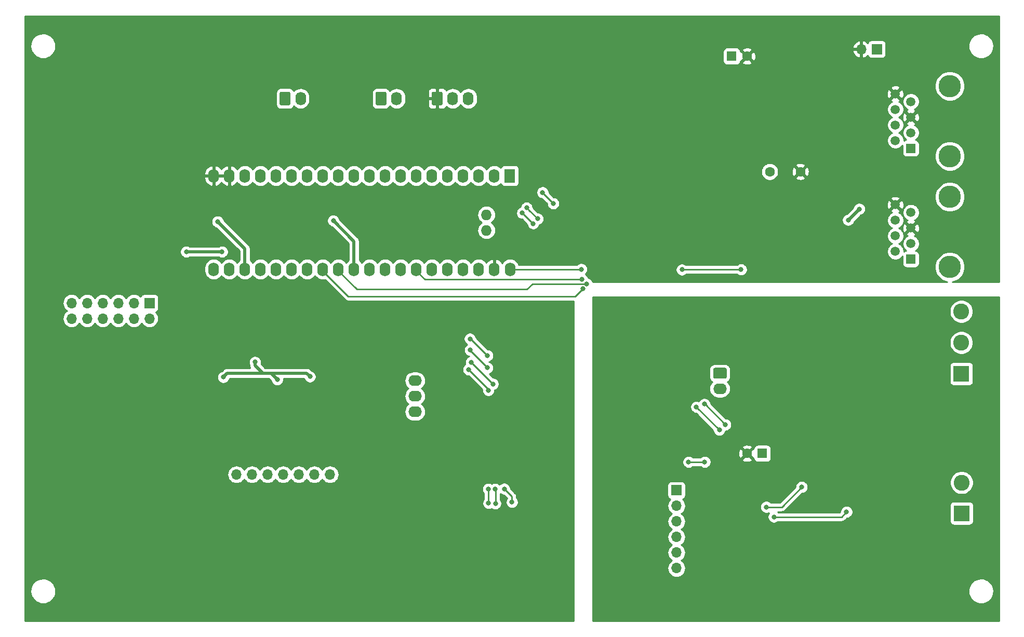
<source format=gbr>
G04 #@! TF.GenerationSoftware,KiCad,Pcbnew,5.1.2*
G04 #@! TF.CreationDate,2019-07-21T16:23:33+02:00*
G04 #@! TF.ProjectId,Motor,4d6f746f-722e-46b6-9963-61645f706362,rev?*
G04 #@! TF.SameCoordinates,Original*
G04 #@! TF.FileFunction,Copper,L2,Bot*
G04 #@! TF.FilePolarity,Positive*
%FSLAX46Y46*%
G04 Gerber Fmt 4.6, Leading zero omitted, Abs format (unit mm)*
G04 Created by KiCad (PCBNEW 5.1.2) date 2019-07-21 16:23:33*
%MOMM*%
%LPD*%
G04 APERTURE LIST*
%ADD10R,1.727200X2.250000*%
%ADD11O,1.727200X2.250000*%
%ADD12O,1.727200X1.727200*%
%ADD13C,1.600000*%
%ADD14R,1.600000X1.600000*%
%ADD15C,0.100000*%
%ADD16C,1.740000*%
%ADD17O,1.740000X2.200000*%
%ADD18R,2.600000X2.600000*%
%ADD19C,2.600000*%
%ADD20O,2.200000X1.740000*%
%ADD21C,1.500000*%
%ADD22R,1.500000X1.500000*%
%ADD23C,3.650000*%
%ADD24R,1.700000X1.700000*%
%ADD25O,1.700000X1.700000*%
%ADD26C,0.800000*%
%ADD27C,0.250000*%
%ADD28C,0.500000*%
%ADD29C,0.254000*%
G04 APERTURE END LIST*
D10*
X119629000Y-71721000D03*
D11*
X117089000Y-71721000D03*
X114549000Y-71721000D03*
X112009000Y-71721000D03*
X109469000Y-71721000D03*
X106929000Y-71721000D03*
X104389000Y-71721000D03*
X101849000Y-71721000D03*
X99309000Y-71721000D03*
X96769000Y-71721000D03*
X94229000Y-71721000D03*
X91689000Y-71721000D03*
X89149000Y-71721000D03*
X86609000Y-71721000D03*
X84069000Y-71721000D03*
X81529000Y-71721000D03*
X78989000Y-71721000D03*
X76449000Y-71721000D03*
X73909000Y-71721000D03*
X71369000Y-71721000D03*
X71369000Y-86961000D03*
X73909000Y-86961000D03*
X76449000Y-86961000D03*
X78989000Y-86961000D03*
X81529000Y-86961000D03*
X84069000Y-86961000D03*
X86609000Y-86961000D03*
X89149000Y-86961000D03*
X91689000Y-86961000D03*
X94229000Y-86961000D03*
X96769000Y-86961000D03*
X99309000Y-86961000D03*
X101849000Y-86961000D03*
X104389000Y-86961000D03*
X106929000Y-86961000D03*
X109469000Y-86961000D03*
X112009000Y-86961000D03*
X114549000Y-86961000D03*
X117089000Y-86961000D03*
X119679800Y-86961000D03*
D12*
X115819000Y-80621000D03*
X115819000Y-78081000D03*
D13*
X158302400Y-117009200D03*
D14*
X160802400Y-117009200D03*
D13*
X166996200Y-71047900D03*
X161996200Y-71047900D03*
D14*
X155798600Y-52226500D03*
D13*
X158298600Y-52226500D03*
D15*
G36*
X108437105Y-58023804D02*
G01*
X108461373Y-58027404D01*
X108485172Y-58033365D01*
X108508271Y-58041630D01*
X108530450Y-58052120D01*
X108551493Y-58064732D01*
X108571199Y-58079347D01*
X108589377Y-58095823D01*
X108605853Y-58114001D01*
X108620468Y-58133707D01*
X108633080Y-58154750D01*
X108643570Y-58176929D01*
X108651835Y-58200028D01*
X108657796Y-58223827D01*
X108661396Y-58248095D01*
X108662600Y-58272599D01*
X108662600Y-59972601D01*
X108661396Y-59997105D01*
X108657796Y-60021373D01*
X108651835Y-60045172D01*
X108643570Y-60068271D01*
X108633080Y-60090450D01*
X108620468Y-60111493D01*
X108605853Y-60131199D01*
X108589377Y-60149377D01*
X108571199Y-60165853D01*
X108551493Y-60180468D01*
X108530450Y-60193080D01*
X108508271Y-60203570D01*
X108485172Y-60211835D01*
X108461373Y-60217796D01*
X108437105Y-60221396D01*
X108412601Y-60222600D01*
X107172599Y-60222600D01*
X107148095Y-60221396D01*
X107123827Y-60217796D01*
X107100028Y-60211835D01*
X107076929Y-60203570D01*
X107054750Y-60193080D01*
X107033707Y-60180468D01*
X107014001Y-60165853D01*
X106995823Y-60149377D01*
X106979347Y-60131199D01*
X106964732Y-60111493D01*
X106952120Y-60090450D01*
X106941630Y-60068271D01*
X106933365Y-60045172D01*
X106927404Y-60021373D01*
X106923804Y-59997105D01*
X106922600Y-59972601D01*
X106922600Y-58272599D01*
X106923804Y-58248095D01*
X106927404Y-58223827D01*
X106933365Y-58200028D01*
X106941630Y-58176929D01*
X106952120Y-58154750D01*
X106964732Y-58133707D01*
X106979347Y-58114001D01*
X106995823Y-58095823D01*
X107014001Y-58079347D01*
X107033707Y-58064732D01*
X107054750Y-58052120D01*
X107076929Y-58041630D01*
X107100028Y-58033365D01*
X107123827Y-58027404D01*
X107148095Y-58023804D01*
X107172599Y-58022600D01*
X108412601Y-58022600D01*
X108437105Y-58023804D01*
X108437105Y-58023804D01*
G37*
D16*
X107792600Y-59122600D03*
D17*
X110332600Y-59122600D03*
X112872600Y-59122600D03*
D15*
G36*
X99293105Y-58023804D02*
G01*
X99317373Y-58027404D01*
X99341172Y-58033365D01*
X99364271Y-58041630D01*
X99386450Y-58052120D01*
X99407493Y-58064732D01*
X99427199Y-58079347D01*
X99445377Y-58095823D01*
X99461853Y-58114001D01*
X99476468Y-58133707D01*
X99489080Y-58154750D01*
X99499570Y-58176929D01*
X99507835Y-58200028D01*
X99513796Y-58223827D01*
X99517396Y-58248095D01*
X99518600Y-58272599D01*
X99518600Y-59972601D01*
X99517396Y-59997105D01*
X99513796Y-60021373D01*
X99507835Y-60045172D01*
X99499570Y-60068271D01*
X99489080Y-60090450D01*
X99476468Y-60111493D01*
X99461853Y-60131199D01*
X99445377Y-60149377D01*
X99427199Y-60165853D01*
X99407493Y-60180468D01*
X99386450Y-60193080D01*
X99364271Y-60203570D01*
X99341172Y-60211835D01*
X99317373Y-60217796D01*
X99293105Y-60221396D01*
X99268601Y-60222600D01*
X98028599Y-60222600D01*
X98004095Y-60221396D01*
X97979827Y-60217796D01*
X97956028Y-60211835D01*
X97932929Y-60203570D01*
X97910750Y-60193080D01*
X97889707Y-60180468D01*
X97870001Y-60165853D01*
X97851823Y-60149377D01*
X97835347Y-60131199D01*
X97820732Y-60111493D01*
X97808120Y-60090450D01*
X97797630Y-60068271D01*
X97789365Y-60045172D01*
X97783404Y-60021373D01*
X97779804Y-59997105D01*
X97778600Y-59972601D01*
X97778600Y-58272599D01*
X97779804Y-58248095D01*
X97783404Y-58223827D01*
X97789365Y-58200028D01*
X97797630Y-58176929D01*
X97808120Y-58154750D01*
X97820732Y-58133707D01*
X97835347Y-58114001D01*
X97851823Y-58095823D01*
X97870001Y-58079347D01*
X97889707Y-58064732D01*
X97910750Y-58052120D01*
X97932929Y-58041630D01*
X97956028Y-58033365D01*
X97979827Y-58027404D01*
X98004095Y-58023804D01*
X98028599Y-58022600D01*
X99268601Y-58022600D01*
X99293105Y-58023804D01*
X99293105Y-58023804D01*
G37*
D16*
X98648600Y-59122600D03*
D17*
X101188600Y-59122600D03*
D18*
X193230000Y-104004400D03*
D19*
X193230000Y-98924400D03*
X193230000Y-93844400D03*
D15*
G36*
X105060305Y-101713204D02*
G01*
X105084573Y-101716804D01*
X105108372Y-101722765D01*
X105131471Y-101731030D01*
X105153650Y-101741520D01*
X105174693Y-101754132D01*
X105194399Y-101768747D01*
X105212577Y-101785223D01*
X105229053Y-101803401D01*
X105243668Y-101823107D01*
X105256280Y-101844150D01*
X105266770Y-101866329D01*
X105275035Y-101889428D01*
X105280996Y-101913227D01*
X105284596Y-101937495D01*
X105285800Y-101961999D01*
X105285800Y-103202001D01*
X105284596Y-103226505D01*
X105280996Y-103250773D01*
X105275035Y-103274572D01*
X105266770Y-103297671D01*
X105256280Y-103319850D01*
X105243668Y-103340893D01*
X105229053Y-103360599D01*
X105212577Y-103378777D01*
X105194399Y-103395253D01*
X105174693Y-103409868D01*
X105153650Y-103422480D01*
X105131471Y-103432970D01*
X105108372Y-103441235D01*
X105084573Y-103447196D01*
X105060305Y-103450796D01*
X105035801Y-103452000D01*
X103335799Y-103452000D01*
X103311295Y-103450796D01*
X103287027Y-103447196D01*
X103263228Y-103441235D01*
X103240129Y-103432970D01*
X103217950Y-103422480D01*
X103196907Y-103409868D01*
X103177201Y-103395253D01*
X103159023Y-103378777D01*
X103142547Y-103360599D01*
X103127932Y-103340893D01*
X103115320Y-103319850D01*
X103104830Y-103297671D01*
X103096565Y-103274572D01*
X103090604Y-103250773D01*
X103087004Y-103226505D01*
X103085800Y-103202001D01*
X103085800Y-101961999D01*
X103087004Y-101937495D01*
X103090604Y-101913227D01*
X103096565Y-101889428D01*
X103104830Y-101866329D01*
X103115320Y-101844150D01*
X103127932Y-101823107D01*
X103142547Y-101803401D01*
X103159023Y-101785223D01*
X103177201Y-101768747D01*
X103196907Y-101754132D01*
X103217950Y-101741520D01*
X103240129Y-101731030D01*
X103263228Y-101722765D01*
X103287027Y-101716804D01*
X103311295Y-101713204D01*
X103335799Y-101712000D01*
X105035801Y-101712000D01*
X105060305Y-101713204D01*
X105060305Y-101713204D01*
G37*
D16*
X104185800Y-102582000D03*
D20*
X104185800Y-105122000D03*
X104185800Y-107662000D03*
X104185800Y-110202000D03*
D15*
G36*
X83646705Y-58023804D02*
G01*
X83670973Y-58027404D01*
X83694772Y-58033365D01*
X83717871Y-58041630D01*
X83740050Y-58052120D01*
X83761093Y-58064732D01*
X83780799Y-58079347D01*
X83798977Y-58095823D01*
X83815453Y-58114001D01*
X83830068Y-58133707D01*
X83842680Y-58154750D01*
X83853170Y-58176929D01*
X83861435Y-58200028D01*
X83867396Y-58223827D01*
X83870996Y-58248095D01*
X83872200Y-58272599D01*
X83872200Y-59972601D01*
X83870996Y-59997105D01*
X83867396Y-60021373D01*
X83861435Y-60045172D01*
X83853170Y-60068271D01*
X83842680Y-60090450D01*
X83830068Y-60111493D01*
X83815453Y-60131199D01*
X83798977Y-60149377D01*
X83780799Y-60165853D01*
X83761093Y-60180468D01*
X83740050Y-60193080D01*
X83717871Y-60203570D01*
X83694772Y-60211835D01*
X83670973Y-60217796D01*
X83646705Y-60221396D01*
X83622201Y-60222600D01*
X82382199Y-60222600D01*
X82357695Y-60221396D01*
X82333427Y-60217796D01*
X82309628Y-60211835D01*
X82286529Y-60203570D01*
X82264350Y-60193080D01*
X82243307Y-60180468D01*
X82223601Y-60165853D01*
X82205423Y-60149377D01*
X82188947Y-60131199D01*
X82174332Y-60111493D01*
X82161720Y-60090450D01*
X82151230Y-60068271D01*
X82142965Y-60045172D01*
X82137004Y-60021373D01*
X82133404Y-59997105D01*
X82132200Y-59972601D01*
X82132200Y-58272599D01*
X82133404Y-58248095D01*
X82137004Y-58223827D01*
X82142965Y-58200028D01*
X82151230Y-58176929D01*
X82161720Y-58154750D01*
X82174332Y-58133707D01*
X82188947Y-58114001D01*
X82205423Y-58095823D01*
X82223601Y-58079347D01*
X82243307Y-58064732D01*
X82264350Y-58052120D01*
X82286529Y-58041630D01*
X82309628Y-58033365D01*
X82333427Y-58027404D01*
X82357695Y-58023804D01*
X82382199Y-58022600D01*
X83622201Y-58022600D01*
X83646705Y-58023804D01*
X83646705Y-58023804D01*
G37*
D16*
X83002200Y-59122600D03*
D17*
X85542200Y-59122600D03*
D20*
X153875820Y-106450420D03*
D15*
G36*
X154750325Y-103041624D02*
G01*
X154774593Y-103045224D01*
X154798392Y-103051185D01*
X154821491Y-103059450D01*
X154843670Y-103069940D01*
X154864713Y-103082552D01*
X154884419Y-103097167D01*
X154902597Y-103113643D01*
X154919073Y-103131821D01*
X154933688Y-103151527D01*
X154946300Y-103172570D01*
X154956790Y-103194749D01*
X154965055Y-103217848D01*
X154971016Y-103241647D01*
X154974616Y-103265915D01*
X154975820Y-103290419D01*
X154975820Y-104530421D01*
X154974616Y-104554925D01*
X154971016Y-104579193D01*
X154965055Y-104602992D01*
X154956790Y-104626091D01*
X154946300Y-104648270D01*
X154933688Y-104669313D01*
X154919073Y-104689019D01*
X154902597Y-104707197D01*
X154884419Y-104723673D01*
X154864713Y-104738288D01*
X154843670Y-104750900D01*
X154821491Y-104761390D01*
X154798392Y-104769655D01*
X154774593Y-104775616D01*
X154750325Y-104779216D01*
X154725821Y-104780420D01*
X153025819Y-104780420D01*
X153001315Y-104779216D01*
X152977047Y-104775616D01*
X152953248Y-104769655D01*
X152930149Y-104761390D01*
X152907970Y-104750900D01*
X152886927Y-104738288D01*
X152867221Y-104723673D01*
X152849043Y-104707197D01*
X152832567Y-104689019D01*
X152817952Y-104669313D01*
X152805340Y-104648270D01*
X152794850Y-104626091D01*
X152786585Y-104602992D01*
X152780624Y-104579193D01*
X152777024Y-104554925D01*
X152775820Y-104530421D01*
X152775820Y-103290419D01*
X152777024Y-103265915D01*
X152780624Y-103241647D01*
X152786585Y-103217848D01*
X152794850Y-103194749D01*
X152805340Y-103172570D01*
X152817952Y-103151527D01*
X152832567Y-103131821D01*
X152849043Y-103113643D01*
X152867221Y-103097167D01*
X152886927Y-103082552D01*
X152907970Y-103069940D01*
X152930149Y-103059450D01*
X152953248Y-103051185D01*
X152977047Y-103045224D01*
X153001315Y-103041624D01*
X153025819Y-103040420D01*
X154725821Y-103040420D01*
X154750325Y-103041624D01*
X154750325Y-103041624D01*
G37*
D16*
X153875820Y-103910420D03*
D21*
X182460000Y-58353960D03*
X185000000Y-59623960D03*
X182460000Y-60893960D03*
X185000000Y-62163960D03*
X182460000Y-63433960D03*
X185000000Y-64703960D03*
X182460000Y-65973960D03*
D22*
X185000000Y-67243960D03*
D23*
X191350000Y-68513960D03*
X191350000Y-57083960D03*
D24*
X146799380Y-123016300D03*
D25*
X146799380Y-125556300D03*
X146799380Y-128096300D03*
X146799380Y-130636300D03*
X146799380Y-133176300D03*
X146799380Y-135716300D03*
D18*
X193263600Y-126762800D03*
D19*
X193263600Y-121762800D03*
D23*
X191350000Y-75158600D03*
X191350000Y-86588600D03*
D22*
X185000000Y-85318600D03*
D21*
X182460000Y-84048600D03*
X185000000Y-82778600D03*
X182460000Y-81508600D03*
X185000000Y-80238600D03*
X182460000Y-78968600D03*
X185000000Y-77698600D03*
X182460000Y-76428600D03*
D24*
X179446000Y-51070800D03*
D25*
X176906000Y-51070800D03*
D24*
X92859940Y-120428040D03*
D25*
X90319940Y-120428040D03*
X87779940Y-120428040D03*
X85239940Y-120428040D03*
X82699940Y-120428040D03*
X80159940Y-120428040D03*
X77619940Y-120428040D03*
X75079940Y-120428040D03*
D24*
X60929600Y-92460100D03*
D25*
X60929600Y-95000100D03*
X58389600Y-92460100D03*
X58389600Y-95000100D03*
X55849600Y-92460100D03*
X55849600Y-95000100D03*
X53309600Y-92460100D03*
X53309600Y-95000100D03*
X50769600Y-92460100D03*
X50769600Y-95000100D03*
X48229600Y-92460100D03*
X48229600Y-95000100D03*
D26*
X180436600Y-102023200D03*
X170733800Y-130496600D03*
X170759200Y-116907600D03*
X131287600Y-86961000D03*
X147696000Y-87037200D03*
X157322600Y-87011800D03*
X153423700Y-65612300D03*
X155011200Y-74464200D03*
X157919500Y-74515000D03*
X159748300Y-72965600D03*
X165272800Y-57624000D03*
X171152900Y-55452300D03*
X176512300Y-55211000D03*
X176616440Y-74748680D03*
X164764800Y-79544200D03*
X167152400Y-78680600D03*
X173870700Y-84611500D03*
X159710200Y-84560700D03*
X155577471Y-84949171D03*
X121711800Y-103267800D03*
X121775300Y-98797400D03*
X76677600Y-106353900D03*
X84005500Y-102747100D03*
X96235600Y-106798400D03*
X70492700Y-100067400D03*
X84869100Y-101197700D03*
X79714010Y-93018900D03*
X105303400Y-53661600D03*
X104998600Y-59478200D03*
X88742600Y-61967400D03*
X72918400Y-61535600D03*
X62707600Y-71314600D03*
X103398400Y-99508600D03*
X120619600Y-135576600D03*
X117724000Y-130014000D03*
X118587600Y-124934000D03*
X120264000Y-120692200D03*
X122499200Y-114596200D03*
X173807200Y-51147000D03*
X171759200Y-116907600D03*
X172759200Y-116907600D03*
X173759200Y-116907600D03*
X174759200Y-116907600D03*
X175759200Y-116907600D03*
X176759200Y-116907600D03*
X177759200Y-116907600D03*
X170759200Y-117907600D03*
X171759200Y-117907600D03*
X172759200Y-117907600D03*
X173759200Y-117907600D03*
X174759200Y-117907600D03*
X175759200Y-117907600D03*
X176759200Y-117907600D03*
X177759200Y-117907600D03*
X170759200Y-118907600D03*
X171759200Y-118907600D03*
X172759200Y-118907600D03*
X173759200Y-118907600D03*
X174759200Y-118907600D03*
X175759200Y-118907600D03*
X176759200Y-118907600D03*
X177759200Y-118907600D03*
X171733800Y-130496600D03*
X172733800Y-130496600D03*
X173733800Y-130496600D03*
X174733800Y-130496600D03*
X175733800Y-130496600D03*
X176733800Y-130496600D03*
X177733800Y-130496600D03*
X170733800Y-131496600D03*
X171733800Y-131496600D03*
X172733800Y-131496600D03*
X173733800Y-131496600D03*
X174733800Y-131496600D03*
X175733800Y-131496600D03*
X176733800Y-131496600D03*
X177733800Y-131496600D03*
X170733800Y-132496600D03*
X171733800Y-132496600D03*
X172733800Y-132496600D03*
X173733800Y-132496600D03*
X174733800Y-132496600D03*
X175733800Y-132496600D03*
X176733800Y-132496600D03*
X177733800Y-132496600D03*
X181436600Y-102023200D03*
X180436600Y-103023200D03*
X181436600Y-103023200D03*
X180436600Y-104023200D03*
X181436600Y-104023200D03*
X179935200Y-105042000D03*
X179935200Y-106042000D03*
X178935200Y-105042000D03*
X178935200Y-106042000D03*
X177935200Y-105042000D03*
X177935200Y-106042000D03*
X134239080Y-118477320D03*
X138643440Y-119064060D03*
X134353380Y-106983820D03*
X157289715Y-121893485D03*
X135747840Y-133087400D03*
X135656400Y-130638840D03*
X135697040Y-125307380D03*
X135646240Y-122681020D03*
X140977700Y-92510900D03*
X140926900Y-107052400D03*
X87066200Y-104474300D03*
X72956500Y-104563200D03*
X78112700Y-102099400D03*
X81744900Y-104956900D03*
X174792720Y-78929520D03*
X176585960Y-77141360D03*
X148778040Y-118403660D03*
X151396780Y-118396040D03*
X174518400Y-126534200D03*
X162682000Y-127347000D03*
X131366757Y-88623590D03*
X66924000Y-84116200D03*
X72740600Y-84116200D03*
X167205740Y-122485440D03*
X161439940Y-125741720D03*
X154764820Y-112310200D03*
X151351060Y-108954860D03*
X150048040Y-109422220D03*
X153792000Y-113178880D03*
X115996800Y-101032600D03*
X113152000Y-98314800D03*
X119984600Y-124934000D03*
X118740000Y-122775000D03*
X115996800Y-103039200D03*
X113202800Y-100143600D03*
X112948800Y-103318600D03*
X116149200Y-106696800D03*
X116149200Y-122800400D03*
X116174600Y-125111800D03*
X117292200Y-125162600D03*
X117241400Y-122825800D03*
X116885800Y-105680800D03*
X113355200Y-102150200D03*
X72029400Y-79188600D03*
X90876200Y-79036200D03*
X122384900Y-76928000D03*
X124188300Y-78731400D03*
X126728300Y-76229500D03*
X124975700Y-74438800D03*
X123451700Y-79506100D03*
X121673700Y-77778900D03*
X131525602Y-90128760D03*
X132151200Y-89348600D03*
D27*
X119679800Y-86961000D02*
X131287600Y-86961000D01*
X147696000Y-87037200D02*
X157297200Y-87037200D01*
X157297200Y-87037200D02*
X157322600Y-87011800D01*
D28*
X87066200Y-104474300D02*
X86520100Y-103928200D01*
X73591500Y-103928200D02*
X72956500Y-104563200D01*
X86520100Y-103928200D02*
X80182800Y-103928200D01*
X79375815Y-103928200D02*
X79814500Y-103928200D01*
X78112700Y-102665085D02*
X79375815Y-103928200D01*
X78112700Y-102099400D02*
X78112700Y-102665085D01*
X80182800Y-103928200D02*
X79814500Y-103928200D01*
X79814500Y-103928200D02*
X73591500Y-103928200D01*
X80182800Y-103928200D02*
X80716200Y-103928200D01*
X80716200Y-103928200D02*
X81744900Y-104956900D01*
X174792720Y-78929520D02*
X174797800Y-78929520D01*
X174797800Y-78929520D02*
X176585960Y-77141360D01*
D27*
X148778040Y-118403660D02*
X150812580Y-118403660D01*
X150812580Y-118403660D02*
X151389160Y-118403660D01*
X151389160Y-118403660D02*
X151396780Y-118396040D01*
X174518400Y-126534200D02*
X173705600Y-127347000D01*
X173705600Y-127347000D02*
X162682000Y-127347000D01*
X104389000Y-87222400D02*
X104389000Y-86961000D01*
X105790190Y-88623590D02*
X104389000Y-87222400D01*
X131366757Y-88623590D02*
X105790190Y-88623590D01*
D28*
X66924000Y-84116200D02*
X72740600Y-84116200D01*
D27*
X167205740Y-122485440D02*
X163949460Y-125741720D01*
X163949460Y-125741720D02*
X161439940Y-125741720D01*
X154764820Y-112310200D02*
X151409480Y-108954860D01*
X151409480Y-108954860D02*
X151351060Y-108954860D01*
X150048040Y-109422220D02*
X153792000Y-113166180D01*
X153792000Y-113166180D02*
X153792000Y-113178880D01*
X115996800Y-101032600D02*
X113279000Y-98314800D01*
X113279000Y-98314800D02*
X113152000Y-98314800D01*
X119984600Y-124934000D02*
X119984600Y-124019600D01*
X119984600Y-124019600D02*
X118740000Y-122775000D01*
X115996800Y-103039200D02*
X113202800Y-100245200D01*
X113202800Y-100245200D02*
X113202800Y-100143600D01*
X112948800Y-103318600D02*
X116149200Y-106519000D01*
X116149200Y-106519000D02*
X116149200Y-106696800D01*
X116149200Y-122800400D02*
X116149200Y-125086400D01*
X116149200Y-125086400D02*
X116174600Y-125111800D01*
X117292200Y-125162600D02*
X117292200Y-122876600D01*
X117292200Y-122876600D02*
X117241400Y-122825800D01*
X116885800Y-105680800D02*
X113355200Y-102150200D01*
D28*
X76449000Y-83608200D02*
X76449000Y-86961000D01*
X72029400Y-79188600D02*
X76449000Y-83608200D01*
X94229000Y-82389000D02*
X94229000Y-86961000D01*
X90876200Y-79036200D02*
X94229000Y-82389000D01*
D27*
X122384900Y-76928000D02*
X122784899Y-77327999D01*
X122784899Y-77327999D02*
X124188300Y-78731400D01*
X126728300Y-76229500D02*
X124975700Y-74476900D01*
X124975700Y-74476900D02*
X124975700Y-74438800D01*
X123451700Y-79506100D02*
X123400900Y-79506100D01*
X123400900Y-79506100D02*
X121673700Y-77778900D01*
X93301909Y-91375309D02*
X89149000Y-87222400D01*
X89149000Y-87222400D02*
X89149000Y-86961000D01*
X130279053Y-91375309D02*
X93301909Y-91375309D01*
X131525602Y-90128760D02*
X130279053Y-91375309D01*
X132151200Y-89348600D02*
X131122500Y-89348600D01*
X122410300Y-90250300D02*
X94716900Y-90250300D01*
X91689000Y-87222400D02*
X91689000Y-86961000D01*
X123312000Y-89348600D02*
X122410300Y-90250300D01*
X94716900Y-90250300D02*
X91689000Y-87222400D01*
X132151200Y-89348600D02*
X123312000Y-89348600D01*
D29*
G36*
X199340001Y-89018296D02*
G01*
X191750694Y-89017091D01*
X192067556Y-88954064D01*
X192515247Y-88768624D01*
X192918159Y-88499407D01*
X193260807Y-88156759D01*
X193530024Y-87753847D01*
X193715464Y-87306156D01*
X193810000Y-86830889D01*
X193810000Y-86346311D01*
X193715464Y-85871044D01*
X193530024Y-85423353D01*
X193260807Y-85020441D01*
X192918159Y-84677793D01*
X192515247Y-84408576D01*
X192067556Y-84223136D01*
X191592289Y-84128600D01*
X191107711Y-84128600D01*
X190632444Y-84223136D01*
X190184753Y-84408576D01*
X189781841Y-84677793D01*
X189439193Y-85020441D01*
X189169976Y-85423353D01*
X188984536Y-85871044D01*
X188890000Y-86346311D01*
X188890000Y-86830889D01*
X188984536Y-87306156D01*
X189169976Y-87753847D01*
X189439193Y-88156759D01*
X189781841Y-88499407D01*
X190184753Y-88768624D01*
X190632444Y-88954064D01*
X190948665Y-89016964D01*
X133130306Y-89007785D01*
X133068405Y-88858344D01*
X132955137Y-88688826D01*
X132810974Y-88544663D01*
X132641456Y-88431395D01*
X132453098Y-88353374D01*
X132364791Y-88335809D01*
X132361983Y-88321692D01*
X132283962Y-88133334D01*
X132170694Y-87963816D01*
X132026531Y-87819653D01*
X131946008Y-87765850D01*
X131947374Y-87764937D01*
X132091537Y-87620774D01*
X132204805Y-87451256D01*
X132282826Y-87262898D01*
X132322600Y-87062939D01*
X132322600Y-86935261D01*
X146661000Y-86935261D01*
X146661000Y-87139139D01*
X146700774Y-87339098D01*
X146778795Y-87527456D01*
X146892063Y-87696974D01*
X147036226Y-87841137D01*
X147205744Y-87954405D01*
X147394102Y-88032426D01*
X147594061Y-88072200D01*
X147797939Y-88072200D01*
X147997898Y-88032426D01*
X148186256Y-87954405D01*
X148355774Y-87841137D01*
X148399711Y-87797200D01*
X156644289Y-87797200D01*
X156662826Y-87815737D01*
X156832344Y-87929005D01*
X157020702Y-88007026D01*
X157220661Y-88046800D01*
X157424539Y-88046800D01*
X157624498Y-88007026D01*
X157812856Y-87929005D01*
X157982374Y-87815737D01*
X158126537Y-87671574D01*
X158239805Y-87502056D01*
X158317826Y-87313698D01*
X158357600Y-87113739D01*
X158357600Y-86909861D01*
X158317826Y-86709902D01*
X158239805Y-86521544D01*
X158126537Y-86352026D01*
X157982374Y-86207863D01*
X157812856Y-86094595D01*
X157624498Y-86016574D01*
X157424539Y-85976800D01*
X157220661Y-85976800D01*
X157020702Y-86016574D01*
X156832344Y-86094595D01*
X156662826Y-86207863D01*
X156593489Y-86277200D01*
X148399711Y-86277200D01*
X148355774Y-86233263D01*
X148186256Y-86119995D01*
X147997898Y-86041974D01*
X147797939Y-86002200D01*
X147594061Y-86002200D01*
X147394102Y-86041974D01*
X147205744Y-86119995D01*
X147036226Y-86233263D01*
X146892063Y-86377426D01*
X146778795Y-86546944D01*
X146700774Y-86735302D01*
X146661000Y-86935261D01*
X132322600Y-86935261D01*
X132322600Y-86859061D01*
X132282826Y-86659102D01*
X132204805Y-86470744D01*
X132091537Y-86301226D01*
X131947374Y-86157063D01*
X131777856Y-86043795D01*
X131589498Y-85965774D01*
X131389539Y-85926000D01*
X131185661Y-85926000D01*
X130985702Y-85965774D01*
X130797344Y-86043795D01*
X130627826Y-86157063D01*
X130583889Y-86201000D01*
X121094584Y-86201000D01*
X121071025Y-86123336D01*
X120931869Y-85862994D01*
X120744597Y-85634803D01*
X120516405Y-85447531D01*
X120256063Y-85308375D01*
X119973576Y-85222684D01*
X119679800Y-85193749D01*
X119386023Y-85222684D01*
X119103536Y-85308375D01*
X118843194Y-85447531D01*
X118615003Y-85634803D01*
X118427731Y-85862995D01*
X118383744Y-85945289D01*
X118264483Y-85761426D01*
X118058868Y-85550127D01*
X117815981Y-85383002D01*
X117545157Y-85266473D01*
X117448026Y-85244642D01*
X117216000Y-85365783D01*
X117216000Y-86834000D01*
X117236000Y-86834000D01*
X117236000Y-87088000D01*
X117216000Y-87088000D01*
X117216000Y-87108000D01*
X116962000Y-87108000D01*
X116962000Y-87088000D01*
X116942000Y-87088000D01*
X116942000Y-86834000D01*
X116962000Y-86834000D01*
X116962000Y-85365783D01*
X116729974Y-85244642D01*
X116632843Y-85266473D01*
X116362019Y-85383002D01*
X116119132Y-85550127D01*
X115913517Y-85761426D01*
X115822107Y-85902353D01*
X115801069Y-85862994D01*
X115613797Y-85634803D01*
X115385605Y-85447531D01*
X115125263Y-85308375D01*
X114842776Y-85222684D01*
X114549000Y-85193749D01*
X114255223Y-85222684D01*
X113972736Y-85308375D01*
X113712394Y-85447531D01*
X113484203Y-85634803D01*
X113296931Y-85862995D01*
X113279000Y-85896541D01*
X113261069Y-85862994D01*
X113073797Y-85634803D01*
X112845605Y-85447531D01*
X112585263Y-85308375D01*
X112302776Y-85222684D01*
X112009000Y-85193749D01*
X111715223Y-85222684D01*
X111432736Y-85308375D01*
X111172394Y-85447531D01*
X110944203Y-85634803D01*
X110756931Y-85862995D01*
X110739000Y-85896541D01*
X110721069Y-85862994D01*
X110533797Y-85634803D01*
X110305605Y-85447531D01*
X110045263Y-85308375D01*
X109762776Y-85222684D01*
X109469000Y-85193749D01*
X109175223Y-85222684D01*
X108892736Y-85308375D01*
X108632394Y-85447531D01*
X108404203Y-85634803D01*
X108216931Y-85862995D01*
X108199000Y-85896541D01*
X108181069Y-85862994D01*
X107993797Y-85634803D01*
X107765605Y-85447531D01*
X107505263Y-85308375D01*
X107222776Y-85222684D01*
X106929000Y-85193749D01*
X106635223Y-85222684D01*
X106352736Y-85308375D01*
X106092394Y-85447531D01*
X105864203Y-85634803D01*
X105676931Y-85862995D01*
X105659000Y-85896541D01*
X105641069Y-85862994D01*
X105453797Y-85634803D01*
X105225605Y-85447531D01*
X104965263Y-85308375D01*
X104682776Y-85222684D01*
X104389000Y-85193749D01*
X104095223Y-85222684D01*
X103812736Y-85308375D01*
X103552394Y-85447531D01*
X103324203Y-85634803D01*
X103136931Y-85862995D01*
X103119000Y-85896541D01*
X103101069Y-85862994D01*
X102913797Y-85634803D01*
X102685605Y-85447531D01*
X102425263Y-85308375D01*
X102142776Y-85222684D01*
X101849000Y-85193749D01*
X101555223Y-85222684D01*
X101272736Y-85308375D01*
X101012394Y-85447531D01*
X100784203Y-85634803D01*
X100596931Y-85862995D01*
X100579000Y-85896541D01*
X100561069Y-85862994D01*
X100373797Y-85634803D01*
X100145605Y-85447531D01*
X99885263Y-85308375D01*
X99602776Y-85222684D01*
X99309000Y-85193749D01*
X99015223Y-85222684D01*
X98732736Y-85308375D01*
X98472394Y-85447531D01*
X98244203Y-85634803D01*
X98056931Y-85862995D01*
X98039000Y-85896541D01*
X98021069Y-85862994D01*
X97833797Y-85634803D01*
X97605605Y-85447531D01*
X97345263Y-85308375D01*
X97062776Y-85222684D01*
X96769000Y-85193749D01*
X96475223Y-85222684D01*
X96192736Y-85308375D01*
X95932394Y-85447531D01*
X95704203Y-85634803D01*
X95516931Y-85862995D01*
X95499000Y-85896541D01*
X95481069Y-85862994D01*
X95293797Y-85634803D01*
X95114000Y-85487248D01*
X95114000Y-82432465D01*
X95118281Y-82388999D01*
X95114000Y-82345533D01*
X95114000Y-82345523D01*
X95101195Y-82215510D01*
X95050589Y-82048687D01*
X94968411Y-81894941D01*
X94857817Y-81760183D01*
X94824050Y-81732471D01*
X91882735Y-78791157D01*
X91871426Y-78734302D01*
X91793405Y-78545944D01*
X91680137Y-78376426D01*
X91535974Y-78232263D01*
X91366456Y-78118995D01*
X91274729Y-78081000D01*
X114313149Y-78081000D01*
X114342084Y-78374777D01*
X114427775Y-78657264D01*
X114566931Y-78917606D01*
X114754203Y-79145797D01*
X114982394Y-79333069D01*
X115015940Y-79351000D01*
X114982394Y-79368931D01*
X114754203Y-79556203D01*
X114566931Y-79784394D01*
X114427775Y-80044736D01*
X114342084Y-80327223D01*
X114313149Y-80621000D01*
X114342084Y-80914777D01*
X114427775Y-81197264D01*
X114566931Y-81457606D01*
X114754203Y-81685797D01*
X114982394Y-81873069D01*
X115242736Y-82012225D01*
X115525223Y-82097916D01*
X115745381Y-82119600D01*
X115892619Y-82119600D01*
X116112777Y-82097916D01*
X116395264Y-82012225D01*
X116655606Y-81873069D01*
X116883797Y-81685797D01*
X117071069Y-81457606D01*
X117210225Y-81197264D01*
X117295916Y-80914777D01*
X117324851Y-80621000D01*
X117295916Y-80327223D01*
X117210225Y-80044736D01*
X117071069Y-79784394D01*
X116883797Y-79556203D01*
X116655606Y-79368931D01*
X116622060Y-79351000D01*
X116655606Y-79333069D01*
X116883797Y-79145797D01*
X117071069Y-78917606D01*
X117210225Y-78657264D01*
X117295916Y-78374777D01*
X117324851Y-78081000D01*
X117295916Y-77787223D01*
X117262469Y-77676961D01*
X120638700Y-77676961D01*
X120638700Y-77880839D01*
X120678474Y-78080798D01*
X120756495Y-78269156D01*
X120869763Y-78438674D01*
X121013926Y-78582837D01*
X121183444Y-78696105D01*
X121371802Y-78774126D01*
X121571761Y-78813900D01*
X121633899Y-78813900D01*
X122416700Y-79596702D01*
X122416700Y-79608039D01*
X122456474Y-79807998D01*
X122534495Y-79996356D01*
X122647763Y-80165874D01*
X122791926Y-80310037D01*
X122961444Y-80423305D01*
X123149802Y-80501326D01*
X123349761Y-80541100D01*
X123553639Y-80541100D01*
X123753598Y-80501326D01*
X123941956Y-80423305D01*
X124111474Y-80310037D01*
X124255637Y-80165874D01*
X124368905Y-79996356D01*
X124446926Y-79807998D01*
X124461996Y-79732236D01*
X124490198Y-79726626D01*
X124678556Y-79648605D01*
X124848074Y-79535337D01*
X124992237Y-79391174D01*
X125105505Y-79221656D01*
X125183526Y-79033298D01*
X125223300Y-78833339D01*
X125223300Y-78827581D01*
X173757720Y-78827581D01*
X173757720Y-79031459D01*
X173797494Y-79231418D01*
X173875515Y-79419776D01*
X173988783Y-79589294D01*
X174132946Y-79733457D01*
X174302464Y-79846725D01*
X174490822Y-79924746D01*
X174690781Y-79964520D01*
X174894659Y-79964520D01*
X175094618Y-79924746D01*
X175282976Y-79846725D01*
X175452494Y-79733457D01*
X175596657Y-79589294D01*
X175709925Y-79419776D01*
X175787946Y-79231418D01*
X175797994Y-79180905D01*
X176146710Y-78832189D01*
X181075000Y-78832189D01*
X181075000Y-79105011D01*
X181128225Y-79372589D01*
X181232629Y-79624643D01*
X181384201Y-79851486D01*
X181577114Y-80044399D01*
X181803957Y-80195971D01*
X181906873Y-80238600D01*
X181803957Y-80281229D01*
X181577114Y-80432801D01*
X181384201Y-80625714D01*
X181232629Y-80852557D01*
X181128225Y-81104611D01*
X181075000Y-81372189D01*
X181075000Y-81645011D01*
X181128225Y-81912589D01*
X181232629Y-82164643D01*
X181384201Y-82391486D01*
X181577114Y-82584399D01*
X181803957Y-82735971D01*
X181906873Y-82778600D01*
X181803957Y-82821229D01*
X181577114Y-82972801D01*
X181384201Y-83165714D01*
X181232629Y-83392557D01*
X181128225Y-83644611D01*
X181075000Y-83912189D01*
X181075000Y-84185011D01*
X181128225Y-84452589D01*
X181232629Y-84704643D01*
X181384201Y-84931486D01*
X181577114Y-85124399D01*
X181803957Y-85275971D01*
X182056011Y-85380375D01*
X182323589Y-85433600D01*
X182596411Y-85433600D01*
X182863989Y-85380375D01*
X183116043Y-85275971D01*
X183342886Y-85124399D01*
X183535799Y-84931486D01*
X183611928Y-84817551D01*
X183611928Y-86068600D01*
X183624188Y-86193082D01*
X183660498Y-86312780D01*
X183719463Y-86423094D01*
X183798815Y-86519785D01*
X183895506Y-86599137D01*
X184005820Y-86658102D01*
X184125518Y-86694412D01*
X184250000Y-86706672D01*
X185750000Y-86706672D01*
X185874482Y-86694412D01*
X185994180Y-86658102D01*
X186104494Y-86599137D01*
X186201185Y-86519785D01*
X186280537Y-86423094D01*
X186339502Y-86312780D01*
X186375812Y-86193082D01*
X186388072Y-86068600D01*
X186388072Y-84568600D01*
X186375812Y-84444118D01*
X186339502Y-84324420D01*
X186280537Y-84214106D01*
X186201185Y-84117415D01*
X186104494Y-84038063D01*
X185994180Y-83979098D01*
X185874482Y-83942788D01*
X185766517Y-83932155D01*
X185882886Y-83854399D01*
X186075799Y-83661486D01*
X186227371Y-83434643D01*
X186331775Y-83182589D01*
X186385000Y-82915011D01*
X186385000Y-82642189D01*
X186331775Y-82374611D01*
X186227371Y-82122557D01*
X186075799Y-81895714D01*
X185882886Y-81702801D01*
X185656043Y-81551229D01*
X185556721Y-81510089D01*
X185598832Y-81494877D01*
X185711863Y-81434460D01*
X185777388Y-81195593D01*
X185000000Y-80418205D01*
X184222612Y-81195593D01*
X184288137Y-81434460D01*
X184446477Y-81508764D01*
X184343957Y-81551229D01*
X184117114Y-81702801D01*
X183924201Y-81895714D01*
X183772629Y-82122557D01*
X183668225Y-82374611D01*
X183615000Y-82642189D01*
X183615000Y-82915011D01*
X183668225Y-83182589D01*
X183772629Y-83434643D01*
X183924201Y-83661486D01*
X184117114Y-83854399D01*
X184233483Y-83932155D01*
X184125518Y-83942788D01*
X184005820Y-83979098D01*
X183895506Y-84038063D01*
X183845000Y-84079512D01*
X183845000Y-83912189D01*
X183791775Y-83644611D01*
X183687371Y-83392557D01*
X183535799Y-83165714D01*
X183342886Y-82972801D01*
X183116043Y-82821229D01*
X183013127Y-82778600D01*
X183116043Y-82735971D01*
X183342886Y-82584399D01*
X183535799Y-82391486D01*
X183687371Y-82164643D01*
X183791775Y-81912589D01*
X183845000Y-81645011D01*
X183845000Y-81372189D01*
X183791775Y-81104611D01*
X183687371Y-80852557D01*
X183535799Y-80625714D01*
X183342886Y-80432801D01*
X183160737Y-80311092D01*
X183610188Y-80311092D01*
X183651035Y-80580838D01*
X183743723Y-80837432D01*
X183804140Y-80950463D01*
X184043007Y-81015988D01*
X184820395Y-80238600D01*
X185179605Y-80238600D01*
X185956993Y-81015988D01*
X186195860Y-80950463D01*
X186311760Y-80703484D01*
X186377250Y-80438640D01*
X186389812Y-80166108D01*
X186348965Y-79896362D01*
X186256277Y-79639768D01*
X186195860Y-79526737D01*
X185956993Y-79461212D01*
X185179605Y-80238600D01*
X184820395Y-80238600D01*
X184043007Y-79461212D01*
X183804140Y-79526737D01*
X183688240Y-79773716D01*
X183622750Y-80038560D01*
X183610188Y-80311092D01*
X183160737Y-80311092D01*
X183116043Y-80281229D01*
X183013127Y-80238600D01*
X183116043Y-80195971D01*
X183342886Y-80044399D01*
X183535799Y-79851486D01*
X183687371Y-79624643D01*
X183791775Y-79372589D01*
X183845000Y-79105011D01*
X183845000Y-78832189D01*
X183791775Y-78564611D01*
X183687371Y-78312557D01*
X183535799Y-78085714D01*
X183342886Y-77892801D01*
X183116043Y-77741229D01*
X183016721Y-77700089D01*
X183058832Y-77684877D01*
X183171863Y-77624460D01*
X183188944Y-77562189D01*
X183615000Y-77562189D01*
X183615000Y-77835011D01*
X183668225Y-78102589D01*
X183772629Y-78354643D01*
X183924201Y-78581486D01*
X184117114Y-78774399D01*
X184343957Y-78925971D01*
X184443279Y-78967111D01*
X184401168Y-78982323D01*
X184288137Y-79042740D01*
X184222612Y-79281607D01*
X185000000Y-80058995D01*
X185777388Y-79281607D01*
X185711863Y-79042740D01*
X185553523Y-78968436D01*
X185656043Y-78925971D01*
X185882886Y-78774399D01*
X186075799Y-78581486D01*
X186227371Y-78354643D01*
X186331775Y-78102589D01*
X186385000Y-77835011D01*
X186385000Y-77562189D01*
X186331775Y-77294611D01*
X186227371Y-77042557D01*
X186075799Y-76815714D01*
X185882886Y-76622801D01*
X185656043Y-76471229D01*
X185403989Y-76366825D01*
X185136411Y-76313600D01*
X184863589Y-76313600D01*
X184596011Y-76366825D01*
X184343957Y-76471229D01*
X184117114Y-76622801D01*
X183924201Y-76815714D01*
X183772629Y-77042557D01*
X183668225Y-77294611D01*
X183615000Y-77562189D01*
X183188944Y-77562189D01*
X183237388Y-77385593D01*
X182460000Y-76608205D01*
X181682612Y-77385593D01*
X181748137Y-77624460D01*
X181906477Y-77698764D01*
X181803957Y-77741229D01*
X181577114Y-77892801D01*
X181384201Y-78085714D01*
X181232629Y-78312557D01*
X181128225Y-78564611D01*
X181075000Y-78832189D01*
X176146710Y-78832189D01*
X176831004Y-78147895D01*
X176887858Y-78136586D01*
X177076216Y-78058565D01*
X177245734Y-77945297D01*
X177389897Y-77801134D01*
X177503165Y-77631616D01*
X177581186Y-77443258D01*
X177620960Y-77243299D01*
X177620960Y-77039421D01*
X177581186Y-76839462D01*
X177503165Y-76651104D01*
X177402931Y-76501092D01*
X181070188Y-76501092D01*
X181111035Y-76770838D01*
X181203723Y-77027432D01*
X181264140Y-77140463D01*
X181503007Y-77205988D01*
X182280395Y-76428600D01*
X182639605Y-76428600D01*
X183416993Y-77205988D01*
X183655860Y-77140463D01*
X183771760Y-76893484D01*
X183837250Y-76628640D01*
X183849812Y-76356108D01*
X183808965Y-76086362D01*
X183716277Y-75829768D01*
X183655860Y-75716737D01*
X183416993Y-75651212D01*
X182639605Y-76428600D01*
X182280395Y-76428600D01*
X181503007Y-75651212D01*
X181264140Y-75716737D01*
X181148240Y-75963716D01*
X181082750Y-76228560D01*
X181070188Y-76501092D01*
X177402931Y-76501092D01*
X177389897Y-76481586D01*
X177245734Y-76337423D01*
X177076216Y-76224155D01*
X176887858Y-76146134D01*
X176687899Y-76106360D01*
X176484021Y-76106360D01*
X176284062Y-76146134D01*
X176095704Y-76224155D01*
X175926186Y-76337423D01*
X175782023Y-76481586D01*
X175668755Y-76651104D01*
X175590734Y-76839462D01*
X175579425Y-76896316D01*
X174554018Y-77921724D01*
X174490822Y-77934294D01*
X174302464Y-78012315D01*
X174132946Y-78125583D01*
X173988783Y-78269746D01*
X173875515Y-78439264D01*
X173797494Y-78627622D01*
X173757720Y-78827581D01*
X125223300Y-78827581D01*
X125223300Y-78629461D01*
X125183526Y-78429502D01*
X125105505Y-78241144D01*
X124992237Y-78071626D01*
X124848074Y-77927463D01*
X124678556Y-77814195D01*
X124490198Y-77736174D01*
X124290239Y-77696400D01*
X124228102Y-77696400D01*
X123419900Y-76888199D01*
X123419900Y-76826061D01*
X123380126Y-76626102D01*
X123302105Y-76437744D01*
X123188837Y-76268226D01*
X123044674Y-76124063D01*
X122875156Y-76010795D01*
X122686798Y-75932774D01*
X122486839Y-75893000D01*
X122282961Y-75893000D01*
X122083002Y-75932774D01*
X121894644Y-76010795D01*
X121725126Y-76124063D01*
X121580963Y-76268226D01*
X121467695Y-76437744D01*
X121389674Y-76626102D01*
X121357122Y-76789755D01*
X121183444Y-76861695D01*
X121013926Y-76974963D01*
X120869763Y-77119126D01*
X120756495Y-77288644D01*
X120678474Y-77477002D01*
X120638700Y-77676961D01*
X117262469Y-77676961D01*
X117210225Y-77504736D01*
X117071069Y-77244394D01*
X116883797Y-77016203D01*
X116655606Y-76828931D01*
X116395264Y-76689775D01*
X116112777Y-76604084D01*
X115892619Y-76582400D01*
X115745381Y-76582400D01*
X115525223Y-76604084D01*
X115242736Y-76689775D01*
X114982394Y-76828931D01*
X114754203Y-77016203D01*
X114566931Y-77244394D01*
X114427775Y-77504736D01*
X114342084Y-77787223D01*
X114313149Y-78081000D01*
X91274729Y-78081000D01*
X91178098Y-78040974D01*
X90978139Y-78001200D01*
X90774261Y-78001200D01*
X90574302Y-78040974D01*
X90385944Y-78118995D01*
X90216426Y-78232263D01*
X90072263Y-78376426D01*
X89958995Y-78545944D01*
X89880974Y-78734302D01*
X89841200Y-78934261D01*
X89841200Y-79138139D01*
X89880974Y-79338098D01*
X89958995Y-79526456D01*
X90072263Y-79695974D01*
X90216426Y-79840137D01*
X90385944Y-79953405D01*
X90574302Y-80031426D01*
X90631157Y-80042735D01*
X93344000Y-82755579D01*
X93344001Y-85487246D01*
X93164203Y-85634803D01*
X92976931Y-85862995D01*
X92959000Y-85896541D01*
X92941069Y-85862994D01*
X92753797Y-85634803D01*
X92525605Y-85447531D01*
X92265263Y-85308375D01*
X91982776Y-85222684D01*
X91689000Y-85193749D01*
X91395223Y-85222684D01*
X91112736Y-85308375D01*
X90852394Y-85447531D01*
X90624203Y-85634803D01*
X90436931Y-85862995D01*
X90419000Y-85896541D01*
X90401069Y-85862994D01*
X90213797Y-85634803D01*
X89985605Y-85447531D01*
X89725263Y-85308375D01*
X89442776Y-85222684D01*
X89149000Y-85193749D01*
X88855223Y-85222684D01*
X88572736Y-85308375D01*
X88312394Y-85447531D01*
X88084203Y-85634803D01*
X87896931Y-85862995D01*
X87879000Y-85896541D01*
X87861069Y-85862994D01*
X87673797Y-85634803D01*
X87445605Y-85447531D01*
X87185263Y-85308375D01*
X86902776Y-85222684D01*
X86609000Y-85193749D01*
X86315223Y-85222684D01*
X86032736Y-85308375D01*
X85772394Y-85447531D01*
X85544203Y-85634803D01*
X85356931Y-85862995D01*
X85339000Y-85896541D01*
X85321069Y-85862994D01*
X85133797Y-85634803D01*
X84905605Y-85447531D01*
X84645263Y-85308375D01*
X84362776Y-85222684D01*
X84069000Y-85193749D01*
X83775223Y-85222684D01*
X83492736Y-85308375D01*
X83232394Y-85447531D01*
X83004203Y-85634803D01*
X82816931Y-85862995D01*
X82799000Y-85896541D01*
X82781069Y-85862994D01*
X82593797Y-85634803D01*
X82365605Y-85447531D01*
X82105263Y-85308375D01*
X81822776Y-85222684D01*
X81529000Y-85193749D01*
X81235223Y-85222684D01*
X80952736Y-85308375D01*
X80692394Y-85447531D01*
X80464203Y-85634803D01*
X80276931Y-85862995D01*
X80259000Y-85896541D01*
X80241069Y-85862994D01*
X80053797Y-85634803D01*
X79825605Y-85447531D01*
X79565263Y-85308375D01*
X79282776Y-85222684D01*
X78989000Y-85193749D01*
X78695223Y-85222684D01*
X78412736Y-85308375D01*
X78152394Y-85447531D01*
X77924203Y-85634803D01*
X77736931Y-85862995D01*
X77719000Y-85896541D01*
X77701069Y-85862994D01*
X77513797Y-85634803D01*
X77334000Y-85487248D01*
X77334000Y-83651665D01*
X77338281Y-83608199D01*
X77334000Y-83564733D01*
X77334000Y-83564723D01*
X77321195Y-83434710D01*
X77270589Y-83267887D01*
X77188411Y-83114141D01*
X77132105Y-83045532D01*
X77105532Y-83013153D01*
X77105530Y-83013151D01*
X77077817Y-82979383D01*
X77044050Y-82951672D01*
X73035935Y-78943557D01*
X73024626Y-78886702D01*
X72946605Y-78698344D01*
X72833337Y-78528826D01*
X72689174Y-78384663D01*
X72519656Y-78271395D01*
X72331298Y-78193374D01*
X72131339Y-78153600D01*
X71927461Y-78153600D01*
X71727502Y-78193374D01*
X71539144Y-78271395D01*
X71369626Y-78384663D01*
X71225463Y-78528826D01*
X71112195Y-78698344D01*
X71034174Y-78886702D01*
X70994400Y-79086661D01*
X70994400Y-79290539D01*
X71034174Y-79490498D01*
X71112195Y-79678856D01*
X71225463Y-79848374D01*
X71369626Y-79992537D01*
X71539144Y-80105805D01*
X71727502Y-80183826D01*
X71784357Y-80195135D01*
X75564000Y-83974779D01*
X75564001Y-85487247D01*
X75384203Y-85634803D01*
X75196931Y-85862995D01*
X75179000Y-85896541D01*
X75161069Y-85862994D01*
X74973797Y-85634803D01*
X74745605Y-85447531D01*
X74485263Y-85308375D01*
X74202776Y-85222684D01*
X73909000Y-85193749D01*
X73615223Y-85222684D01*
X73332736Y-85308375D01*
X73072394Y-85447531D01*
X72844203Y-85634803D01*
X72656931Y-85862995D01*
X72639000Y-85896541D01*
X72621069Y-85862994D01*
X72433797Y-85634803D01*
X72205605Y-85447531D01*
X71945263Y-85308375D01*
X71662776Y-85222684D01*
X71369000Y-85193749D01*
X71075223Y-85222684D01*
X70792736Y-85308375D01*
X70532394Y-85447531D01*
X70304203Y-85634803D01*
X70116931Y-85862995D01*
X69977775Y-86123337D01*
X69892084Y-86405824D01*
X69870400Y-86625982D01*
X69870400Y-87296019D01*
X69892084Y-87516177D01*
X69977775Y-87798664D01*
X70116931Y-88059006D01*
X70304203Y-88287197D01*
X70532395Y-88474469D01*
X70792737Y-88613625D01*
X71075224Y-88699316D01*
X71369000Y-88728251D01*
X71662777Y-88699316D01*
X71945264Y-88613625D01*
X72205606Y-88474469D01*
X72433797Y-88287197D01*
X72621069Y-88059006D01*
X72639000Y-88025460D01*
X72656931Y-88059006D01*
X72844203Y-88287197D01*
X73072395Y-88474469D01*
X73332737Y-88613625D01*
X73615224Y-88699316D01*
X73909000Y-88728251D01*
X74202777Y-88699316D01*
X74485264Y-88613625D01*
X74745606Y-88474469D01*
X74973797Y-88287197D01*
X75161069Y-88059006D01*
X75179000Y-88025460D01*
X75196931Y-88059006D01*
X75384203Y-88287197D01*
X75612395Y-88474469D01*
X75872737Y-88613625D01*
X76155224Y-88699316D01*
X76449000Y-88728251D01*
X76742777Y-88699316D01*
X77025264Y-88613625D01*
X77285606Y-88474469D01*
X77513797Y-88287197D01*
X77701069Y-88059006D01*
X77719000Y-88025460D01*
X77736931Y-88059006D01*
X77924203Y-88287197D01*
X78152395Y-88474469D01*
X78412737Y-88613625D01*
X78695224Y-88699316D01*
X78989000Y-88728251D01*
X79282777Y-88699316D01*
X79565264Y-88613625D01*
X79825606Y-88474469D01*
X80053797Y-88287197D01*
X80241069Y-88059006D01*
X80259000Y-88025460D01*
X80276931Y-88059006D01*
X80464203Y-88287197D01*
X80692395Y-88474469D01*
X80952737Y-88613625D01*
X81235224Y-88699316D01*
X81529000Y-88728251D01*
X81822777Y-88699316D01*
X82105264Y-88613625D01*
X82365606Y-88474469D01*
X82593797Y-88287197D01*
X82781069Y-88059006D01*
X82799000Y-88025460D01*
X82816931Y-88059006D01*
X83004203Y-88287197D01*
X83232395Y-88474469D01*
X83492737Y-88613625D01*
X83775224Y-88699316D01*
X84069000Y-88728251D01*
X84362777Y-88699316D01*
X84645264Y-88613625D01*
X84905606Y-88474469D01*
X85133797Y-88287197D01*
X85321069Y-88059006D01*
X85339000Y-88025460D01*
X85356931Y-88059006D01*
X85544203Y-88287197D01*
X85772395Y-88474469D01*
X86032737Y-88613625D01*
X86315224Y-88699316D01*
X86609000Y-88728251D01*
X86902777Y-88699316D01*
X87185264Y-88613625D01*
X87445606Y-88474469D01*
X87673797Y-88287197D01*
X87861069Y-88059006D01*
X87879000Y-88025460D01*
X87896931Y-88059006D01*
X88084203Y-88287197D01*
X88312395Y-88474469D01*
X88572737Y-88613625D01*
X88855224Y-88699316D01*
X89149000Y-88728251D01*
X89442777Y-88699316D01*
X89525900Y-88674101D01*
X89852713Y-89000914D01*
X40660000Y-88993105D01*
X40660000Y-84014261D01*
X65889000Y-84014261D01*
X65889000Y-84218139D01*
X65928774Y-84418098D01*
X66006795Y-84606456D01*
X66120063Y-84775974D01*
X66264226Y-84920137D01*
X66433744Y-85033405D01*
X66622102Y-85111426D01*
X66822061Y-85151200D01*
X67025939Y-85151200D01*
X67225898Y-85111426D01*
X67414256Y-85033405D01*
X67462454Y-85001200D01*
X72202146Y-85001200D01*
X72250344Y-85033405D01*
X72438702Y-85111426D01*
X72638661Y-85151200D01*
X72842539Y-85151200D01*
X73042498Y-85111426D01*
X73230856Y-85033405D01*
X73400374Y-84920137D01*
X73544537Y-84775974D01*
X73657805Y-84606456D01*
X73735826Y-84418098D01*
X73775600Y-84218139D01*
X73775600Y-84014261D01*
X73735826Y-83814302D01*
X73657805Y-83625944D01*
X73544537Y-83456426D01*
X73400374Y-83312263D01*
X73230856Y-83198995D01*
X73042498Y-83120974D01*
X72842539Y-83081200D01*
X72638661Y-83081200D01*
X72438702Y-83120974D01*
X72250344Y-83198995D01*
X72202146Y-83231200D01*
X67462454Y-83231200D01*
X67414256Y-83198995D01*
X67225898Y-83120974D01*
X67025939Y-83081200D01*
X66822061Y-83081200D01*
X66622102Y-83120974D01*
X66433744Y-83198995D01*
X66264226Y-83312263D01*
X66120063Y-83456426D01*
X66006795Y-83625944D01*
X65928774Y-83814302D01*
X65889000Y-84014261D01*
X40660000Y-84014261D01*
X40660000Y-74336861D01*
X123940700Y-74336861D01*
X123940700Y-74540739D01*
X123980474Y-74740698D01*
X124058495Y-74929056D01*
X124171763Y-75098574D01*
X124315926Y-75242737D01*
X124485444Y-75356005D01*
X124673802Y-75434026D01*
X124873761Y-75473800D01*
X124897799Y-75473800D01*
X125693300Y-76269302D01*
X125693300Y-76331439D01*
X125733074Y-76531398D01*
X125811095Y-76719756D01*
X125924363Y-76889274D01*
X126068526Y-77033437D01*
X126238044Y-77146705D01*
X126426402Y-77224726D01*
X126626361Y-77264500D01*
X126830239Y-77264500D01*
X127030198Y-77224726D01*
X127218556Y-77146705D01*
X127388074Y-77033437D01*
X127532237Y-76889274D01*
X127645505Y-76719756D01*
X127723526Y-76531398D01*
X127763300Y-76331439D01*
X127763300Y-76127561D01*
X127723526Y-75927602D01*
X127645505Y-75739244D01*
X127532237Y-75569726D01*
X127434118Y-75471607D01*
X181682612Y-75471607D01*
X182460000Y-76248995D01*
X183237388Y-75471607D01*
X183171863Y-75232740D01*
X182924884Y-75116840D01*
X182660040Y-75051350D01*
X182387508Y-75038788D01*
X182117762Y-75079635D01*
X181861168Y-75172323D01*
X181748137Y-75232740D01*
X181682612Y-75471607D01*
X127434118Y-75471607D01*
X127388074Y-75425563D01*
X127218556Y-75312295D01*
X127030198Y-75234274D01*
X126830239Y-75194500D01*
X126768102Y-75194500D01*
X126489913Y-74916311D01*
X188890000Y-74916311D01*
X188890000Y-75400889D01*
X188984536Y-75876156D01*
X189169976Y-76323847D01*
X189439193Y-76726759D01*
X189781841Y-77069407D01*
X190184753Y-77338624D01*
X190632444Y-77524064D01*
X191107711Y-77618600D01*
X191592289Y-77618600D01*
X192067556Y-77524064D01*
X192515247Y-77338624D01*
X192918159Y-77069407D01*
X193260807Y-76726759D01*
X193530024Y-76323847D01*
X193715464Y-75876156D01*
X193810000Y-75400889D01*
X193810000Y-74916311D01*
X193715464Y-74441044D01*
X193530024Y-73993353D01*
X193260807Y-73590441D01*
X192918159Y-73247793D01*
X192515247Y-72978576D01*
X192067556Y-72793136D01*
X191592289Y-72698600D01*
X191107711Y-72698600D01*
X190632444Y-72793136D01*
X190184753Y-72978576D01*
X189781841Y-73247793D01*
X189439193Y-73590441D01*
X189169976Y-73993353D01*
X188984536Y-74441044D01*
X188890000Y-74916311D01*
X126489913Y-74916311D01*
X126010700Y-74437099D01*
X126010700Y-74336861D01*
X125970926Y-74136902D01*
X125892905Y-73948544D01*
X125779637Y-73779026D01*
X125635474Y-73634863D01*
X125465956Y-73521595D01*
X125277598Y-73443574D01*
X125077639Y-73403800D01*
X124873761Y-73403800D01*
X124673802Y-73443574D01*
X124485444Y-73521595D01*
X124315926Y-73634863D01*
X124171763Y-73779026D01*
X124058495Y-73948544D01*
X123980474Y-74136902D01*
X123940700Y-74336861D01*
X40660000Y-74336861D01*
X40660000Y-71848000D01*
X69870400Y-71848000D01*
X69870400Y-72109400D01*
X69923972Y-72399322D01*
X70033075Y-72673222D01*
X70193517Y-72920574D01*
X70399132Y-73131873D01*
X70642019Y-73298998D01*
X70912843Y-73415527D01*
X71009974Y-73437358D01*
X71242000Y-73316217D01*
X71242000Y-71848000D01*
X71496000Y-71848000D01*
X71496000Y-73316217D01*
X71728026Y-73437358D01*
X71825157Y-73415527D01*
X72095981Y-73298998D01*
X72338868Y-73131873D01*
X72544483Y-72920574D01*
X72639000Y-72774858D01*
X72733517Y-72920574D01*
X72939132Y-73131873D01*
X73182019Y-73298998D01*
X73452843Y-73415527D01*
X73549974Y-73437358D01*
X73782000Y-73316217D01*
X73782000Y-71848000D01*
X71496000Y-71848000D01*
X71242000Y-71848000D01*
X69870400Y-71848000D01*
X40660000Y-71848000D01*
X40660000Y-71332600D01*
X69870400Y-71332600D01*
X69870400Y-71594000D01*
X71242000Y-71594000D01*
X71242000Y-70125783D01*
X71496000Y-70125783D01*
X71496000Y-71594000D01*
X73782000Y-71594000D01*
X73782000Y-70125783D01*
X74036000Y-70125783D01*
X74036000Y-71594000D01*
X74056000Y-71594000D01*
X74056000Y-71848000D01*
X74036000Y-71848000D01*
X74036000Y-73316217D01*
X74268026Y-73437358D01*
X74365157Y-73415527D01*
X74635981Y-73298998D01*
X74878868Y-73131873D01*
X75084483Y-72920574D01*
X75175894Y-72779647D01*
X75196931Y-72819005D01*
X75384203Y-73047197D01*
X75612394Y-73234469D01*
X75872736Y-73373625D01*
X76155223Y-73459316D01*
X76449000Y-73488251D01*
X76742776Y-73459316D01*
X77025263Y-73373625D01*
X77285605Y-73234469D01*
X77513797Y-73047197D01*
X77701069Y-72819006D01*
X77719000Y-72785459D01*
X77736931Y-72819005D01*
X77924203Y-73047197D01*
X78152394Y-73234469D01*
X78412736Y-73373625D01*
X78695223Y-73459316D01*
X78989000Y-73488251D01*
X79282776Y-73459316D01*
X79565263Y-73373625D01*
X79825605Y-73234469D01*
X80053797Y-73047197D01*
X80241069Y-72819006D01*
X80259000Y-72785459D01*
X80276931Y-72819005D01*
X80464203Y-73047197D01*
X80692394Y-73234469D01*
X80952736Y-73373625D01*
X81235223Y-73459316D01*
X81529000Y-73488251D01*
X81822776Y-73459316D01*
X82105263Y-73373625D01*
X82365605Y-73234469D01*
X82593797Y-73047197D01*
X82781069Y-72819006D01*
X82799000Y-72785459D01*
X82816931Y-72819005D01*
X83004203Y-73047197D01*
X83232394Y-73234469D01*
X83492736Y-73373625D01*
X83775223Y-73459316D01*
X84069000Y-73488251D01*
X84362776Y-73459316D01*
X84645263Y-73373625D01*
X84905605Y-73234469D01*
X85133797Y-73047197D01*
X85321069Y-72819006D01*
X85339000Y-72785459D01*
X85356931Y-72819005D01*
X85544203Y-73047197D01*
X85772394Y-73234469D01*
X86032736Y-73373625D01*
X86315223Y-73459316D01*
X86609000Y-73488251D01*
X86902776Y-73459316D01*
X87185263Y-73373625D01*
X87445605Y-73234469D01*
X87673797Y-73047197D01*
X87861069Y-72819006D01*
X87879000Y-72785459D01*
X87896931Y-72819005D01*
X88084203Y-73047197D01*
X88312394Y-73234469D01*
X88572736Y-73373625D01*
X88855223Y-73459316D01*
X89149000Y-73488251D01*
X89442776Y-73459316D01*
X89725263Y-73373625D01*
X89985605Y-73234469D01*
X90213797Y-73047197D01*
X90401069Y-72819006D01*
X90419000Y-72785459D01*
X90436931Y-72819005D01*
X90624203Y-73047197D01*
X90852394Y-73234469D01*
X91112736Y-73373625D01*
X91395223Y-73459316D01*
X91689000Y-73488251D01*
X91982776Y-73459316D01*
X92265263Y-73373625D01*
X92525605Y-73234469D01*
X92753797Y-73047197D01*
X92941069Y-72819006D01*
X92959000Y-72785459D01*
X92976931Y-72819005D01*
X93164203Y-73047197D01*
X93392394Y-73234469D01*
X93652736Y-73373625D01*
X93935223Y-73459316D01*
X94229000Y-73488251D01*
X94522776Y-73459316D01*
X94805263Y-73373625D01*
X95065605Y-73234469D01*
X95293797Y-73047197D01*
X95481069Y-72819006D01*
X95499000Y-72785459D01*
X95516931Y-72819005D01*
X95704203Y-73047197D01*
X95932394Y-73234469D01*
X96192736Y-73373625D01*
X96475223Y-73459316D01*
X96769000Y-73488251D01*
X97062776Y-73459316D01*
X97345263Y-73373625D01*
X97605605Y-73234469D01*
X97833797Y-73047197D01*
X98021069Y-72819006D01*
X98039000Y-72785459D01*
X98056931Y-72819005D01*
X98244203Y-73047197D01*
X98472394Y-73234469D01*
X98732736Y-73373625D01*
X99015223Y-73459316D01*
X99309000Y-73488251D01*
X99602776Y-73459316D01*
X99885263Y-73373625D01*
X100145605Y-73234469D01*
X100373797Y-73047197D01*
X100561069Y-72819006D01*
X100579000Y-72785459D01*
X100596931Y-72819005D01*
X100784203Y-73047197D01*
X101012394Y-73234469D01*
X101272736Y-73373625D01*
X101555223Y-73459316D01*
X101849000Y-73488251D01*
X102142776Y-73459316D01*
X102425263Y-73373625D01*
X102685605Y-73234469D01*
X102913797Y-73047197D01*
X103101069Y-72819006D01*
X103119000Y-72785459D01*
X103136931Y-72819005D01*
X103324203Y-73047197D01*
X103552394Y-73234469D01*
X103812736Y-73373625D01*
X104095223Y-73459316D01*
X104389000Y-73488251D01*
X104682776Y-73459316D01*
X104965263Y-73373625D01*
X105225605Y-73234469D01*
X105453797Y-73047197D01*
X105641069Y-72819006D01*
X105659000Y-72785459D01*
X105676931Y-72819005D01*
X105864203Y-73047197D01*
X106092394Y-73234469D01*
X106352736Y-73373625D01*
X106635223Y-73459316D01*
X106929000Y-73488251D01*
X107222776Y-73459316D01*
X107505263Y-73373625D01*
X107765605Y-73234469D01*
X107993797Y-73047197D01*
X108181069Y-72819006D01*
X108199000Y-72785459D01*
X108216931Y-72819005D01*
X108404203Y-73047197D01*
X108632394Y-73234469D01*
X108892736Y-73373625D01*
X109175223Y-73459316D01*
X109469000Y-73488251D01*
X109762776Y-73459316D01*
X110045263Y-73373625D01*
X110305605Y-73234469D01*
X110533797Y-73047197D01*
X110721069Y-72819006D01*
X110739000Y-72785459D01*
X110756931Y-72819005D01*
X110944203Y-73047197D01*
X111172394Y-73234469D01*
X111432736Y-73373625D01*
X111715223Y-73459316D01*
X112009000Y-73488251D01*
X112302776Y-73459316D01*
X112585263Y-73373625D01*
X112845605Y-73234469D01*
X113073797Y-73047197D01*
X113261069Y-72819006D01*
X113279000Y-72785459D01*
X113296931Y-72819005D01*
X113484203Y-73047197D01*
X113712394Y-73234469D01*
X113972736Y-73373625D01*
X114255223Y-73459316D01*
X114549000Y-73488251D01*
X114842776Y-73459316D01*
X115125263Y-73373625D01*
X115385605Y-73234469D01*
X115613797Y-73047197D01*
X115801069Y-72819006D01*
X115819000Y-72785459D01*
X115836931Y-72819005D01*
X116024203Y-73047197D01*
X116252394Y-73234469D01*
X116512736Y-73373625D01*
X116795223Y-73459316D01*
X117089000Y-73488251D01*
X117382776Y-73459316D01*
X117665263Y-73373625D01*
X117925605Y-73234469D01*
X118153797Y-73047197D01*
X118160414Y-73039135D01*
X118175898Y-73090180D01*
X118234863Y-73200494D01*
X118314215Y-73297185D01*
X118410906Y-73376537D01*
X118521220Y-73435502D01*
X118640918Y-73471812D01*
X118765400Y-73484072D01*
X120492600Y-73484072D01*
X120617082Y-73471812D01*
X120736780Y-73435502D01*
X120847094Y-73376537D01*
X120943785Y-73297185D01*
X121023137Y-73200494D01*
X121082102Y-73090180D01*
X121118412Y-72970482D01*
X121130672Y-72846000D01*
X121130672Y-70906565D01*
X160561200Y-70906565D01*
X160561200Y-71189235D01*
X160616347Y-71466474D01*
X160724520Y-71727627D01*
X160881563Y-71962659D01*
X161081441Y-72162537D01*
X161316473Y-72319580D01*
X161577626Y-72427753D01*
X161854865Y-72482900D01*
X162137535Y-72482900D01*
X162414774Y-72427753D01*
X162675927Y-72319580D01*
X162910959Y-72162537D01*
X163032894Y-72040602D01*
X166183103Y-72040602D01*
X166254686Y-72284571D01*
X166510196Y-72405471D01*
X166784384Y-72474200D01*
X167066712Y-72488117D01*
X167346330Y-72446687D01*
X167612492Y-72351503D01*
X167737714Y-72284571D01*
X167809297Y-72040602D01*
X166996200Y-71227505D01*
X166183103Y-72040602D01*
X163032894Y-72040602D01*
X163110837Y-71962659D01*
X163267880Y-71727627D01*
X163376053Y-71466474D01*
X163431200Y-71189235D01*
X163431200Y-71118412D01*
X165555983Y-71118412D01*
X165597413Y-71398030D01*
X165692597Y-71664192D01*
X165759529Y-71789414D01*
X166003498Y-71860997D01*
X166816595Y-71047900D01*
X167175805Y-71047900D01*
X167988902Y-71860997D01*
X168232871Y-71789414D01*
X168353771Y-71533904D01*
X168422500Y-71259716D01*
X168436417Y-70977388D01*
X168394987Y-70697770D01*
X168299803Y-70431608D01*
X168232871Y-70306386D01*
X167988902Y-70234803D01*
X167175805Y-71047900D01*
X166816595Y-71047900D01*
X166003498Y-70234803D01*
X165759529Y-70306386D01*
X165638629Y-70561896D01*
X165569900Y-70836084D01*
X165555983Y-71118412D01*
X163431200Y-71118412D01*
X163431200Y-70906565D01*
X163376053Y-70629326D01*
X163267880Y-70368173D01*
X163110837Y-70133141D01*
X163032894Y-70055198D01*
X166183103Y-70055198D01*
X166996200Y-70868295D01*
X167809297Y-70055198D01*
X167737714Y-69811229D01*
X167482204Y-69690329D01*
X167208016Y-69621600D01*
X166925688Y-69607683D01*
X166646070Y-69649113D01*
X166379908Y-69744297D01*
X166254686Y-69811229D01*
X166183103Y-70055198D01*
X163032894Y-70055198D01*
X162910959Y-69933263D01*
X162675927Y-69776220D01*
X162414774Y-69668047D01*
X162137535Y-69612900D01*
X161854865Y-69612900D01*
X161577626Y-69668047D01*
X161316473Y-69776220D01*
X161081441Y-69933263D01*
X160881563Y-70133141D01*
X160724520Y-70368173D01*
X160616347Y-70629326D01*
X160561200Y-70906565D01*
X121130672Y-70906565D01*
X121130672Y-70596000D01*
X121118412Y-70471518D01*
X121082102Y-70351820D01*
X121023137Y-70241506D01*
X120943785Y-70144815D01*
X120847094Y-70065463D01*
X120736780Y-70006498D01*
X120617082Y-69970188D01*
X120492600Y-69957928D01*
X118765400Y-69957928D01*
X118640918Y-69970188D01*
X118521220Y-70006498D01*
X118410906Y-70065463D01*
X118314215Y-70144815D01*
X118234863Y-70241506D01*
X118175898Y-70351820D01*
X118160414Y-70402865D01*
X118153797Y-70394803D01*
X117925606Y-70207531D01*
X117665264Y-70068375D01*
X117382777Y-69982684D01*
X117089000Y-69953749D01*
X116795224Y-69982684D01*
X116512737Y-70068375D01*
X116252395Y-70207531D01*
X116024203Y-70394803D01*
X115836931Y-70622994D01*
X115819000Y-70656540D01*
X115801069Y-70622994D01*
X115613797Y-70394803D01*
X115385606Y-70207531D01*
X115125264Y-70068375D01*
X114842777Y-69982684D01*
X114549000Y-69953749D01*
X114255224Y-69982684D01*
X113972737Y-70068375D01*
X113712395Y-70207531D01*
X113484203Y-70394803D01*
X113296931Y-70622994D01*
X113279000Y-70656540D01*
X113261069Y-70622994D01*
X113073797Y-70394803D01*
X112845606Y-70207531D01*
X112585264Y-70068375D01*
X112302777Y-69982684D01*
X112009000Y-69953749D01*
X111715224Y-69982684D01*
X111432737Y-70068375D01*
X111172395Y-70207531D01*
X110944203Y-70394803D01*
X110756931Y-70622994D01*
X110739000Y-70656540D01*
X110721069Y-70622994D01*
X110533797Y-70394803D01*
X110305606Y-70207531D01*
X110045264Y-70068375D01*
X109762777Y-69982684D01*
X109469000Y-69953749D01*
X109175224Y-69982684D01*
X108892737Y-70068375D01*
X108632395Y-70207531D01*
X108404203Y-70394803D01*
X108216931Y-70622994D01*
X108199000Y-70656540D01*
X108181069Y-70622994D01*
X107993797Y-70394803D01*
X107765606Y-70207531D01*
X107505264Y-70068375D01*
X107222777Y-69982684D01*
X106929000Y-69953749D01*
X106635224Y-69982684D01*
X106352737Y-70068375D01*
X106092395Y-70207531D01*
X105864203Y-70394803D01*
X105676931Y-70622994D01*
X105659000Y-70656540D01*
X105641069Y-70622994D01*
X105453797Y-70394803D01*
X105225606Y-70207531D01*
X104965264Y-70068375D01*
X104682777Y-69982684D01*
X104389000Y-69953749D01*
X104095224Y-69982684D01*
X103812737Y-70068375D01*
X103552395Y-70207531D01*
X103324203Y-70394803D01*
X103136931Y-70622994D01*
X103119000Y-70656540D01*
X103101069Y-70622994D01*
X102913797Y-70394803D01*
X102685606Y-70207531D01*
X102425264Y-70068375D01*
X102142777Y-69982684D01*
X101849000Y-69953749D01*
X101555224Y-69982684D01*
X101272737Y-70068375D01*
X101012395Y-70207531D01*
X100784203Y-70394803D01*
X100596931Y-70622994D01*
X100579000Y-70656540D01*
X100561069Y-70622994D01*
X100373797Y-70394803D01*
X100145606Y-70207531D01*
X99885264Y-70068375D01*
X99602777Y-69982684D01*
X99309000Y-69953749D01*
X99015224Y-69982684D01*
X98732737Y-70068375D01*
X98472395Y-70207531D01*
X98244203Y-70394803D01*
X98056931Y-70622994D01*
X98039000Y-70656540D01*
X98021069Y-70622994D01*
X97833797Y-70394803D01*
X97605606Y-70207531D01*
X97345264Y-70068375D01*
X97062777Y-69982684D01*
X96769000Y-69953749D01*
X96475224Y-69982684D01*
X96192737Y-70068375D01*
X95932395Y-70207531D01*
X95704203Y-70394803D01*
X95516931Y-70622994D01*
X95499000Y-70656540D01*
X95481069Y-70622994D01*
X95293797Y-70394803D01*
X95065606Y-70207531D01*
X94805264Y-70068375D01*
X94522777Y-69982684D01*
X94229000Y-69953749D01*
X93935224Y-69982684D01*
X93652737Y-70068375D01*
X93392395Y-70207531D01*
X93164203Y-70394803D01*
X92976931Y-70622994D01*
X92959000Y-70656540D01*
X92941069Y-70622994D01*
X92753797Y-70394803D01*
X92525606Y-70207531D01*
X92265264Y-70068375D01*
X91982777Y-69982684D01*
X91689000Y-69953749D01*
X91395224Y-69982684D01*
X91112737Y-70068375D01*
X90852395Y-70207531D01*
X90624203Y-70394803D01*
X90436931Y-70622994D01*
X90419000Y-70656540D01*
X90401069Y-70622994D01*
X90213797Y-70394803D01*
X89985606Y-70207531D01*
X89725264Y-70068375D01*
X89442777Y-69982684D01*
X89149000Y-69953749D01*
X88855224Y-69982684D01*
X88572737Y-70068375D01*
X88312395Y-70207531D01*
X88084203Y-70394803D01*
X87896931Y-70622994D01*
X87879000Y-70656540D01*
X87861069Y-70622994D01*
X87673797Y-70394803D01*
X87445606Y-70207531D01*
X87185264Y-70068375D01*
X86902777Y-69982684D01*
X86609000Y-69953749D01*
X86315224Y-69982684D01*
X86032737Y-70068375D01*
X85772395Y-70207531D01*
X85544203Y-70394803D01*
X85356931Y-70622994D01*
X85339000Y-70656540D01*
X85321069Y-70622994D01*
X85133797Y-70394803D01*
X84905606Y-70207531D01*
X84645264Y-70068375D01*
X84362777Y-69982684D01*
X84069000Y-69953749D01*
X83775224Y-69982684D01*
X83492737Y-70068375D01*
X83232395Y-70207531D01*
X83004203Y-70394803D01*
X82816931Y-70622994D01*
X82799000Y-70656540D01*
X82781069Y-70622994D01*
X82593797Y-70394803D01*
X82365606Y-70207531D01*
X82105264Y-70068375D01*
X81822777Y-69982684D01*
X81529000Y-69953749D01*
X81235224Y-69982684D01*
X80952737Y-70068375D01*
X80692395Y-70207531D01*
X80464203Y-70394803D01*
X80276931Y-70622994D01*
X80259000Y-70656540D01*
X80241069Y-70622994D01*
X80053797Y-70394803D01*
X79825606Y-70207531D01*
X79565264Y-70068375D01*
X79282777Y-69982684D01*
X78989000Y-69953749D01*
X78695224Y-69982684D01*
X78412737Y-70068375D01*
X78152395Y-70207531D01*
X77924203Y-70394803D01*
X77736931Y-70622994D01*
X77719000Y-70656540D01*
X77701069Y-70622994D01*
X77513797Y-70394803D01*
X77285606Y-70207531D01*
X77025264Y-70068375D01*
X76742777Y-69982684D01*
X76449000Y-69953749D01*
X76155224Y-69982684D01*
X75872737Y-70068375D01*
X75612395Y-70207531D01*
X75384203Y-70394803D01*
X75196931Y-70622994D01*
X75175893Y-70662353D01*
X75084483Y-70521426D01*
X74878868Y-70310127D01*
X74635981Y-70143002D01*
X74365157Y-70026473D01*
X74268026Y-70004642D01*
X74036000Y-70125783D01*
X73782000Y-70125783D01*
X73549974Y-70004642D01*
X73452843Y-70026473D01*
X73182019Y-70143002D01*
X72939132Y-70310127D01*
X72733517Y-70521426D01*
X72639000Y-70667142D01*
X72544483Y-70521426D01*
X72338868Y-70310127D01*
X72095981Y-70143002D01*
X71825157Y-70026473D01*
X71728026Y-70004642D01*
X71496000Y-70125783D01*
X71242000Y-70125783D01*
X71009974Y-70004642D01*
X70912843Y-70026473D01*
X70642019Y-70143002D01*
X70399132Y-70310127D01*
X70193517Y-70521426D01*
X70033075Y-70768778D01*
X69923972Y-71042678D01*
X69870400Y-71332600D01*
X40660000Y-71332600D01*
X40660000Y-58272599D01*
X81494128Y-58272599D01*
X81494128Y-59972601D01*
X81511192Y-60145855D01*
X81561728Y-60312451D01*
X81643795Y-60465987D01*
X81754238Y-60600562D01*
X81888813Y-60711005D01*
X82042349Y-60793072D01*
X82208945Y-60843608D01*
X82382199Y-60860672D01*
X83622201Y-60860672D01*
X83795455Y-60843608D01*
X83962051Y-60793072D01*
X84115587Y-60711005D01*
X84250162Y-60600562D01*
X84360605Y-60465987D01*
X84419134Y-60356486D01*
X84472855Y-60421945D01*
X84702022Y-60610017D01*
X84963476Y-60749766D01*
X85247169Y-60835824D01*
X85542200Y-60864882D01*
X85837232Y-60835824D01*
X86120925Y-60749766D01*
X86382379Y-60610017D01*
X86611545Y-60421945D01*
X86799617Y-60192779D01*
X86939366Y-59931324D01*
X87025424Y-59647631D01*
X87047200Y-59426535D01*
X87047200Y-58818664D01*
X87025424Y-58597568D01*
X86939366Y-58313875D01*
X86917304Y-58272599D01*
X97140528Y-58272599D01*
X97140528Y-59972601D01*
X97157592Y-60145855D01*
X97208128Y-60312451D01*
X97290195Y-60465987D01*
X97400638Y-60600562D01*
X97535213Y-60711005D01*
X97688749Y-60793072D01*
X97855345Y-60843608D01*
X98028599Y-60860672D01*
X99268601Y-60860672D01*
X99441855Y-60843608D01*
X99608451Y-60793072D01*
X99761987Y-60711005D01*
X99896562Y-60600562D01*
X100007005Y-60465987D01*
X100065534Y-60356486D01*
X100119255Y-60421945D01*
X100348422Y-60610017D01*
X100609876Y-60749766D01*
X100893569Y-60835824D01*
X101188600Y-60864882D01*
X101483632Y-60835824D01*
X101767325Y-60749766D01*
X102028779Y-60610017D01*
X102257945Y-60421945D01*
X102421543Y-60222600D01*
X106284528Y-60222600D01*
X106296788Y-60347082D01*
X106333098Y-60466780D01*
X106392063Y-60577094D01*
X106471415Y-60673785D01*
X106568106Y-60753137D01*
X106678420Y-60812102D01*
X106798118Y-60848412D01*
X106922600Y-60860672D01*
X107506850Y-60857600D01*
X107665600Y-60698850D01*
X107665600Y-59249600D01*
X106446350Y-59249600D01*
X106287600Y-59408350D01*
X106284528Y-60222600D01*
X102421543Y-60222600D01*
X102446017Y-60192779D01*
X102585766Y-59931324D01*
X102671824Y-59647631D01*
X102693600Y-59426535D01*
X102693600Y-58818664D01*
X102671824Y-58597568D01*
X102585766Y-58313875D01*
X102446017Y-58052421D01*
X102421544Y-58022600D01*
X106284528Y-58022600D01*
X106287600Y-58836850D01*
X106446350Y-58995600D01*
X107665600Y-58995600D01*
X107665600Y-57546350D01*
X107919600Y-57546350D01*
X107919600Y-58995600D01*
X107939600Y-58995600D01*
X107939600Y-59249600D01*
X107919600Y-59249600D01*
X107919600Y-60698850D01*
X108078350Y-60857600D01*
X108662600Y-60860672D01*
X108787082Y-60848412D01*
X108906780Y-60812102D01*
X109017094Y-60753137D01*
X109113785Y-60673785D01*
X109193137Y-60577094D01*
X109252102Y-60466780D01*
X109265215Y-60423553D01*
X109492422Y-60610017D01*
X109753876Y-60749766D01*
X110037569Y-60835824D01*
X110332600Y-60864882D01*
X110627632Y-60835824D01*
X110911325Y-60749766D01*
X111172779Y-60610017D01*
X111401945Y-60421945D01*
X111590017Y-60192779D01*
X111602600Y-60169238D01*
X111615183Y-60192779D01*
X111803255Y-60421945D01*
X112032422Y-60610017D01*
X112293876Y-60749766D01*
X112577569Y-60835824D01*
X112872600Y-60864882D01*
X113167632Y-60835824D01*
X113425668Y-60757549D01*
X181075000Y-60757549D01*
X181075000Y-61030371D01*
X181128225Y-61297949D01*
X181232629Y-61550003D01*
X181384201Y-61776846D01*
X181577114Y-61969759D01*
X181803957Y-62121331D01*
X181906873Y-62163960D01*
X181803957Y-62206589D01*
X181577114Y-62358161D01*
X181384201Y-62551074D01*
X181232629Y-62777917D01*
X181128225Y-63029971D01*
X181075000Y-63297549D01*
X181075000Y-63570371D01*
X181128225Y-63837949D01*
X181232629Y-64090003D01*
X181384201Y-64316846D01*
X181577114Y-64509759D01*
X181803957Y-64661331D01*
X181906873Y-64703960D01*
X181803957Y-64746589D01*
X181577114Y-64898161D01*
X181384201Y-65091074D01*
X181232629Y-65317917D01*
X181128225Y-65569971D01*
X181075000Y-65837549D01*
X181075000Y-66110371D01*
X181128225Y-66377949D01*
X181232629Y-66630003D01*
X181384201Y-66856846D01*
X181577114Y-67049759D01*
X181803957Y-67201331D01*
X182056011Y-67305735D01*
X182323589Y-67358960D01*
X182596411Y-67358960D01*
X182863989Y-67305735D01*
X183116043Y-67201331D01*
X183342886Y-67049759D01*
X183535799Y-66856846D01*
X183611928Y-66742911D01*
X183611928Y-67993960D01*
X183624188Y-68118442D01*
X183660498Y-68238140D01*
X183719463Y-68348454D01*
X183798815Y-68445145D01*
X183895506Y-68524497D01*
X184005820Y-68583462D01*
X184125518Y-68619772D01*
X184250000Y-68632032D01*
X185750000Y-68632032D01*
X185874482Y-68619772D01*
X185994180Y-68583462D01*
X186104494Y-68524497D01*
X186201185Y-68445145D01*
X186280537Y-68348454D01*
X186321579Y-68271671D01*
X188890000Y-68271671D01*
X188890000Y-68756249D01*
X188984536Y-69231516D01*
X189169976Y-69679207D01*
X189439193Y-70082119D01*
X189781841Y-70424767D01*
X190184753Y-70693984D01*
X190632444Y-70879424D01*
X191107711Y-70973960D01*
X191592289Y-70973960D01*
X192067556Y-70879424D01*
X192515247Y-70693984D01*
X192918159Y-70424767D01*
X193260807Y-70082119D01*
X193530024Y-69679207D01*
X193715464Y-69231516D01*
X193810000Y-68756249D01*
X193810000Y-68271671D01*
X193715464Y-67796404D01*
X193530024Y-67348713D01*
X193260807Y-66945801D01*
X192918159Y-66603153D01*
X192515247Y-66333936D01*
X192067556Y-66148496D01*
X191592289Y-66053960D01*
X191107711Y-66053960D01*
X190632444Y-66148496D01*
X190184753Y-66333936D01*
X189781841Y-66603153D01*
X189439193Y-66945801D01*
X189169976Y-67348713D01*
X188984536Y-67796404D01*
X188890000Y-68271671D01*
X186321579Y-68271671D01*
X186339502Y-68238140D01*
X186375812Y-68118442D01*
X186388072Y-67993960D01*
X186388072Y-66493960D01*
X186375812Y-66369478D01*
X186339502Y-66249780D01*
X186280537Y-66139466D01*
X186201185Y-66042775D01*
X186104494Y-65963423D01*
X185994180Y-65904458D01*
X185874482Y-65868148D01*
X185766517Y-65857515D01*
X185882886Y-65779759D01*
X186075799Y-65586846D01*
X186227371Y-65360003D01*
X186331775Y-65107949D01*
X186385000Y-64840371D01*
X186385000Y-64567549D01*
X186331775Y-64299971D01*
X186227371Y-64047917D01*
X186075799Y-63821074D01*
X185882886Y-63628161D01*
X185656043Y-63476589D01*
X185556721Y-63435449D01*
X185598832Y-63420237D01*
X185711863Y-63359820D01*
X185777388Y-63120953D01*
X185000000Y-62343565D01*
X184222612Y-63120953D01*
X184288137Y-63359820D01*
X184446477Y-63434124D01*
X184343957Y-63476589D01*
X184117114Y-63628161D01*
X183924201Y-63821074D01*
X183772629Y-64047917D01*
X183668225Y-64299971D01*
X183615000Y-64567549D01*
X183615000Y-64840371D01*
X183668225Y-65107949D01*
X183772629Y-65360003D01*
X183924201Y-65586846D01*
X184117114Y-65779759D01*
X184233483Y-65857515D01*
X184125518Y-65868148D01*
X184005820Y-65904458D01*
X183895506Y-65963423D01*
X183845000Y-66004872D01*
X183845000Y-65837549D01*
X183791775Y-65569971D01*
X183687371Y-65317917D01*
X183535799Y-65091074D01*
X183342886Y-64898161D01*
X183116043Y-64746589D01*
X183013127Y-64703960D01*
X183116043Y-64661331D01*
X183342886Y-64509759D01*
X183535799Y-64316846D01*
X183687371Y-64090003D01*
X183791775Y-63837949D01*
X183845000Y-63570371D01*
X183845000Y-63297549D01*
X183791775Y-63029971D01*
X183687371Y-62777917D01*
X183535799Y-62551074D01*
X183342886Y-62358161D01*
X183160737Y-62236452D01*
X183610188Y-62236452D01*
X183651035Y-62506198D01*
X183743723Y-62762792D01*
X183804140Y-62875823D01*
X184043007Y-62941348D01*
X184820395Y-62163960D01*
X185179605Y-62163960D01*
X185956993Y-62941348D01*
X186195860Y-62875823D01*
X186311760Y-62628844D01*
X186377250Y-62364000D01*
X186389812Y-62091468D01*
X186348965Y-61821722D01*
X186256277Y-61565128D01*
X186195860Y-61452097D01*
X185956993Y-61386572D01*
X185179605Y-62163960D01*
X184820395Y-62163960D01*
X184043007Y-61386572D01*
X183804140Y-61452097D01*
X183688240Y-61699076D01*
X183622750Y-61963920D01*
X183610188Y-62236452D01*
X183160737Y-62236452D01*
X183116043Y-62206589D01*
X183013127Y-62163960D01*
X183116043Y-62121331D01*
X183342886Y-61969759D01*
X183535799Y-61776846D01*
X183687371Y-61550003D01*
X183791775Y-61297949D01*
X183845000Y-61030371D01*
X183845000Y-60757549D01*
X183791775Y-60489971D01*
X183687371Y-60237917D01*
X183535799Y-60011074D01*
X183342886Y-59818161D01*
X183116043Y-59666589D01*
X183016721Y-59625449D01*
X183058832Y-59610237D01*
X183171863Y-59549820D01*
X183188944Y-59487549D01*
X183615000Y-59487549D01*
X183615000Y-59760371D01*
X183668225Y-60027949D01*
X183772629Y-60280003D01*
X183924201Y-60506846D01*
X184117114Y-60699759D01*
X184343957Y-60851331D01*
X184443279Y-60892471D01*
X184401168Y-60907683D01*
X184288137Y-60968100D01*
X184222612Y-61206967D01*
X185000000Y-61984355D01*
X185777388Y-61206967D01*
X185711863Y-60968100D01*
X185553523Y-60893796D01*
X185656043Y-60851331D01*
X185882886Y-60699759D01*
X186075799Y-60506846D01*
X186227371Y-60280003D01*
X186331775Y-60027949D01*
X186385000Y-59760371D01*
X186385000Y-59487549D01*
X186331775Y-59219971D01*
X186227371Y-58967917D01*
X186075799Y-58741074D01*
X185882886Y-58548161D01*
X185656043Y-58396589D01*
X185403989Y-58292185D01*
X185136411Y-58238960D01*
X184863589Y-58238960D01*
X184596011Y-58292185D01*
X184343957Y-58396589D01*
X184117114Y-58548161D01*
X183924201Y-58741074D01*
X183772629Y-58967917D01*
X183668225Y-59219971D01*
X183615000Y-59487549D01*
X183188944Y-59487549D01*
X183237388Y-59310953D01*
X182460000Y-58533565D01*
X181682612Y-59310953D01*
X181748137Y-59549820D01*
X181906477Y-59624124D01*
X181803957Y-59666589D01*
X181577114Y-59818161D01*
X181384201Y-60011074D01*
X181232629Y-60237917D01*
X181128225Y-60489971D01*
X181075000Y-60757549D01*
X113425668Y-60757549D01*
X113451325Y-60749766D01*
X113712779Y-60610017D01*
X113941945Y-60421945D01*
X114130017Y-60192779D01*
X114269766Y-59931324D01*
X114355824Y-59647631D01*
X114377600Y-59426535D01*
X114377600Y-58818664D01*
X114355824Y-58597568D01*
X114303917Y-58426452D01*
X181070188Y-58426452D01*
X181111035Y-58696198D01*
X181203723Y-58952792D01*
X181264140Y-59065823D01*
X181503007Y-59131348D01*
X182280395Y-58353960D01*
X182639605Y-58353960D01*
X183416993Y-59131348D01*
X183655860Y-59065823D01*
X183771760Y-58818844D01*
X183837250Y-58554000D01*
X183849812Y-58281468D01*
X183808965Y-58011722D01*
X183716277Y-57755128D01*
X183655860Y-57642097D01*
X183416993Y-57576572D01*
X182639605Y-58353960D01*
X182280395Y-58353960D01*
X181503007Y-57576572D01*
X181264140Y-57642097D01*
X181148240Y-57889076D01*
X181082750Y-58153920D01*
X181070188Y-58426452D01*
X114303917Y-58426452D01*
X114269766Y-58313875D01*
X114130017Y-58052421D01*
X113941945Y-57823255D01*
X113712778Y-57635183D01*
X113451324Y-57495434D01*
X113167631Y-57409376D01*
X113041641Y-57396967D01*
X181682612Y-57396967D01*
X182460000Y-58174355D01*
X183237388Y-57396967D01*
X183171863Y-57158100D01*
X182924884Y-57042200D01*
X182660040Y-56976710D01*
X182387508Y-56964148D01*
X182117762Y-57004995D01*
X181861168Y-57097683D01*
X181748137Y-57158100D01*
X181682612Y-57396967D01*
X113041641Y-57396967D01*
X112872600Y-57380318D01*
X112577568Y-57409376D01*
X112293875Y-57495434D01*
X112032421Y-57635183D01*
X111803255Y-57823255D01*
X111615183Y-58052422D01*
X111602600Y-58075963D01*
X111590017Y-58052421D01*
X111401945Y-57823255D01*
X111172778Y-57635183D01*
X110911324Y-57495434D01*
X110627631Y-57409376D01*
X110332600Y-57380318D01*
X110037568Y-57409376D01*
X109753875Y-57495434D01*
X109492421Y-57635183D01*
X109265215Y-57821647D01*
X109252102Y-57778420D01*
X109193137Y-57668106D01*
X109113785Y-57571415D01*
X109017094Y-57492063D01*
X108906780Y-57433098D01*
X108787082Y-57396788D01*
X108662600Y-57384528D01*
X108078350Y-57387600D01*
X107919600Y-57546350D01*
X107665600Y-57546350D01*
X107506850Y-57387600D01*
X106922600Y-57384528D01*
X106798118Y-57396788D01*
X106678420Y-57433098D01*
X106568106Y-57492063D01*
X106471415Y-57571415D01*
X106392063Y-57668106D01*
X106333098Y-57778420D01*
X106296788Y-57898118D01*
X106284528Y-58022600D01*
X102421544Y-58022600D01*
X102257945Y-57823255D01*
X102028778Y-57635183D01*
X101767324Y-57495434D01*
X101483631Y-57409376D01*
X101188600Y-57380318D01*
X100893568Y-57409376D01*
X100609875Y-57495434D01*
X100348421Y-57635183D01*
X100119255Y-57823255D01*
X100065535Y-57888714D01*
X100007005Y-57779213D01*
X99896562Y-57644638D01*
X99761987Y-57534195D01*
X99608451Y-57452128D01*
X99441855Y-57401592D01*
X99268601Y-57384528D01*
X98028599Y-57384528D01*
X97855345Y-57401592D01*
X97688749Y-57452128D01*
X97535213Y-57534195D01*
X97400638Y-57644638D01*
X97290195Y-57779213D01*
X97208128Y-57932749D01*
X97157592Y-58099345D01*
X97140528Y-58272599D01*
X86917304Y-58272599D01*
X86799617Y-58052421D01*
X86611545Y-57823255D01*
X86382378Y-57635183D01*
X86120924Y-57495434D01*
X85837231Y-57409376D01*
X85542200Y-57380318D01*
X85247168Y-57409376D01*
X84963475Y-57495434D01*
X84702021Y-57635183D01*
X84472855Y-57823255D01*
X84419135Y-57888714D01*
X84360605Y-57779213D01*
X84250162Y-57644638D01*
X84115587Y-57534195D01*
X83962051Y-57452128D01*
X83795455Y-57401592D01*
X83622201Y-57384528D01*
X82382199Y-57384528D01*
X82208945Y-57401592D01*
X82042349Y-57452128D01*
X81888813Y-57534195D01*
X81754238Y-57644638D01*
X81643795Y-57779213D01*
X81561728Y-57932749D01*
X81511192Y-58099345D01*
X81494128Y-58272599D01*
X40660000Y-58272599D01*
X40660000Y-56841671D01*
X188890000Y-56841671D01*
X188890000Y-57326249D01*
X188984536Y-57801516D01*
X189169976Y-58249207D01*
X189439193Y-58652119D01*
X189781841Y-58994767D01*
X190184753Y-59263984D01*
X190632444Y-59449424D01*
X191107711Y-59543960D01*
X191592289Y-59543960D01*
X192067556Y-59449424D01*
X192515247Y-59263984D01*
X192918159Y-58994767D01*
X193260807Y-58652119D01*
X193530024Y-58249207D01*
X193715464Y-57801516D01*
X193810000Y-57326249D01*
X193810000Y-56841671D01*
X193715464Y-56366404D01*
X193530024Y-55918713D01*
X193260807Y-55515801D01*
X192918159Y-55173153D01*
X192515247Y-54903936D01*
X192067556Y-54718496D01*
X191592289Y-54623960D01*
X191107711Y-54623960D01*
X190632444Y-54718496D01*
X190184753Y-54903936D01*
X189781841Y-55173153D01*
X189439193Y-55515801D01*
X189169976Y-55918713D01*
X188984536Y-56366404D01*
X188890000Y-56841671D01*
X40660000Y-56841671D01*
X40660000Y-50579041D01*
X41490203Y-50579041D01*
X41535453Y-50982456D01*
X41658198Y-51369399D01*
X41853764Y-51725131D01*
X42114700Y-52036103D01*
X42431068Y-52290470D01*
X42790818Y-52478542D01*
X43180247Y-52593157D01*
X43584521Y-52629949D01*
X43988242Y-52587517D01*
X44376032Y-52467475D01*
X44733121Y-52274398D01*
X45045907Y-52015639D01*
X45302476Y-51701054D01*
X45448459Y-51426500D01*
X154360528Y-51426500D01*
X154360528Y-53026500D01*
X154372788Y-53150982D01*
X154409098Y-53270680D01*
X154468063Y-53380994D01*
X154547415Y-53477685D01*
X154644106Y-53557037D01*
X154754420Y-53616002D01*
X154874118Y-53652312D01*
X154998600Y-53664572D01*
X156598600Y-53664572D01*
X156723082Y-53652312D01*
X156842780Y-53616002D01*
X156953094Y-53557037D01*
X157049785Y-53477685D01*
X157129137Y-53380994D01*
X157188102Y-53270680D01*
X157203717Y-53219202D01*
X157485503Y-53219202D01*
X157557086Y-53463171D01*
X157812596Y-53584071D01*
X158086784Y-53652800D01*
X158369112Y-53666717D01*
X158648730Y-53625287D01*
X158914892Y-53530103D01*
X159040114Y-53463171D01*
X159111697Y-53219202D01*
X158298600Y-52406105D01*
X157485503Y-53219202D01*
X157203717Y-53219202D01*
X157224412Y-53150982D01*
X157236672Y-53026500D01*
X157236672Y-53019285D01*
X157305898Y-53039597D01*
X158118995Y-52226500D01*
X158478205Y-52226500D01*
X159291302Y-53039597D01*
X159535271Y-52968014D01*
X159656171Y-52712504D01*
X159724900Y-52438316D01*
X159738817Y-52155988D01*
X159697387Y-51876370D01*
X159602203Y-51610208D01*
X159535271Y-51484986D01*
X159339999Y-51427691D01*
X175464519Y-51427691D01*
X175561843Y-51702052D01*
X175710822Y-51952155D01*
X175905731Y-52168388D01*
X176139080Y-52342441D01*
X176401901Y-52467625D01*
X176549110Y-52512276D01*
X176779000Y-52390955D01*
X176779000Y-51197800D01*
X175585186Y-51197800D01*
X175464519Y-51427691D01*
X159339999Y-51427691D01*
X159291302Y-51413403D01*
X158478205Y-52226500D01*
X158118995Y-52226500D01*
X157305898Y-51413403D01*
X157236672Y-51433715D01*
X157236672Y-51426500D01*
X157224412Y-51302018D01*
X157203718Y-51233798D01*
X157485503Y-51233798D01*
X158298600Y-52046895D01*
X159111697Y-51233798D01*
X159040114Y-50989829D01*
X158784604Y-50868929D01*
X158510416Y-50800200D01*
X158228088Y-50786283D01*
X157948470Y-50827713D01*
X157682308Y-50922897D01*
X157557086Y-50989829D01*
X157485503Y-51233798D01*
X157203718Y-51233798D01*
X157188102Y-51182320D01*
X157129137Y-51072006D01*
X157049785Y-50975315D01*
X156953094Y-50895963D01*
X156842780Y-50836998D01*
X156723082Y-50800688D01*
X156598600Y-50788428D01*
X154998600Y-50788428D01*
X154874118Y-50800688D01*
X154754420Y-50836998D01*
X154644106Y-50895963D01*
X154547415Y-50975315D01*
X154468063Y-51072006D01*
X154409098Y-51182320D01*
X154372788Y-51302018D01*
X154360528Y-51426500D01*
X45448459Y-51426500D01*
X45493056Y-51342626D01*
X45610387Y-50954007D01*
X45633928Y-50713909D01*
X175464519Y-50713909D01*
X175585186Y-50943800D01*
X176779000Y-50943800D01*
X176779000Y-49750645D01*
X177033000Y-49750645D01*
X177033000Y-50943800D01*
X177053000Y-50943800D01*
X177053000Y-51197800D01*
X177033000Y-51197800D01*
X177033000Y-52390955D01*
X177262890Y-52512276D01*
X177410099Y-52467625D01*
X177672920Y-52342441D01*
X177906269Y-52168388D01*
X177982034Y-52084334D01*
X178006498Y-52164980D01*
X178065463Y-52275294D01*
X178144815Y-52371985D01*
X178241506Y-52451337D01*
X178351820Y-52510302D01*
X178471518Y-52546612D01*
X178596000Y-52558872D01*
X180296000Y-52558872D01*
X180420482Y-52546612D01*
X180540180Y-52510302D01*
X180650494Y-52451337D01*
X180747185Y-52371985D01*
X180826537Y-52275294D01*
X180885502Y-52164980D01*
X180921812Y-52045282D01*
X180934072Y-51920800D01*
X180934072Y-50579041D01*
X194360203Y-50579041D01*
X194405453Y-50982456D01*
X194528198Y-51369399D01*
X194723764Y-51725131D01*
X194984700Y-52036103D01*
X195301068Y-52290470D01*
X195660818Y-52478542D01*
X196050247Y-52593157D01*
X196454521Y-52629949D01*
X196858242Y-52587517D01*
X197246032Y-52467475D01*
X197603121Y-52274398D01*
X197915907Y-52015639D01*
X198172476Y-51701054D01*
X198363056Y-51342626D01*
X198480387Y-50954007D01*
X198520000Y-50550000D01*
X198519189Y-50491923D01*
X198468311Y-50089179D01*
X198340175Y-49703988D01*
X198139661Y-49351021D01*
X197874409Y-49043723D01*
X197554520Y-48793798D01*
X197192179Y-48610766D01*
X196801188Y-48501600D01*
X196396440Y-48470456D01*
X195993351Y-48518522D01*
X195607274Y-48643966D01*
X195252916Y-48842010D01*
X194943773Y-49105111D01*
X194691621Y-49423247D01*
X194506065Y-49784301D01*
X194394171Y-50174520D01*
X194360203Y-50579041D01*
X180934072Y-50579041D01*
X180934072Y-50220800D01*
X180921812Y-50096318D01*
X180885502Y-49976620D01*
X180826537Y-49866306D01*
X180747185Y-49769615D01*
X180650494Y-49690263D01*
X180540180Y-49631298D01*
X180420482Y-49594988D01*
X180296000Y-49582728D01*
X178596000Y-49582728D01*
X178471518Y-49594988D01*
X178351820Y-49631298D01*
X178241506Y-49690263D01*
X178144815Y-49769615D01*
X178065463Y-49866306D01*
X178006498Y-49976620D01*
X177982034Y-50057266D01*
X177906269Y-49973212D01*
X177672920Y-49799159D01*
X177410099Y-49673975D01*
X177262890Y-49629324D01*
X177033000Y-49750645D01*
X176779000Y-49750645D01*
X176549110Y-49629324D01*
X176401901Y-49673975D01*
X176139080Y-49799159D01*
X175905731Y-49973212D01*
X175710822Y-50189445D01*
X175561843Y-50439548D01*
X175464519Y-50713909D01*
X45633928Y-50713909D01*
X45650000Y-50550000D01*
X45649189Y-50491923D01*
X45598311Y-50089179D01*
X45470175Y-49703988D01*
X45269661Y-49351021D01*
X45004409Y-49043723D01*
X44684520Y-48793798D01*
X44322179Y-48610766D01*
X43931188Y-48501600D01*
X43526440Y-48470456D01*
X43123351Y-48518522D01*
X42737274Y-48643966D01*
X42382916Y-48842010D01*
X42073773Y-49105111D01*
X41821621Y-49423247D01*
X41636065Y-49784301D01*
X41524171Y-50174520D01*
X41490203Y-50579041D01*
X40660000Y-50579041D01*
X40660000Y-45660000D01*
X199340001Y-45660000D01*
X199340001Y-89018296D01*
X199340001Y-89018296D01*
G37*
X199340001Y-89018296D02*
X191750694Y-89017091D01*
X192067556Y-88954064D01*
X192515247Y-88768624D01*
X192918159Y-88499407D01*
X193260807Y-88156759D01*
X193530024Y-87753847D01*
X193715464Y-87306156D01*
X193810000Y-86830889D01*
X193810000Y-86346311D01*
X193715464Y-85871044D01*
X193530024Y-85423353D01*
X193260807Y-85020441D01*
X192918159Y-84677793D01*
X192515247Y-84408576D01*
X192067556Y-84223136D01*
X191592289Y-84128600D01*
X191107711Y-84128600D01*
X190632444Y-84223136D01*
X190184753Y-84408576D01*
X189781841Y-84677793D01*
X189439193Y-85020441D01*
X189169976Y-85423353D01*
X188984536Y-85871044D01*
X188890000Y-86346311D01*
X188890000Y-86830889D01*
X188984536Y-87306156D01*
X189169976Y-87753847D01*
X189439193Y-88156759D01*
X189781841Y-88499407D01*
X190184753Y-88768624D01*
X190632444Y-88954064D01*
X190948665Y-89016964D01*
X133130306Y-89007785D01*
X133068405Y-88858344D01*
X132955137Y-88688826D01*
X132810974Y-88544663D01*
X132641456Y-88431395D01*
X132453098Y-88353374D01*
X132364791Y-88335809D01*
X132361983Y-88321692D01*
X132283962Y-88133334D01*
X132170694Y-87963816D01*
X132026531Y-87819653D01*
X131946008Y-87765850D01*
X131947374Y-87764937D01*
X132091537Y-87620774D01*
X132204805Y-87451256D01*
X132282826Y-87262898D01*
X132322600Y-87062939D01*
X132322600Y-86935261D01*
X146661000Y-86935261D01*
X146661000Y-87139139D01*
X146700774Y-87339098D01*
X146778795Y-87527456D01*
X146892063Y-87696974D01*
X147036226Y-87841137D01*
X147205744Y-87954405D01*
X147394102Y-88032426D01*
X147594061Y-88072200D01*
X147797939Y-88072200D01*
X147997898Y-88032426D01*
X148186256Y-87954405D01*
X148355774Y-87841137D01*
X148399711Y-87797200D01*
X156644289Y-87797200D01*
X156662826Y-87815737D01*
X156832344Y-87929005D01*
X157020702Y-88007026D01*
X157220661Y-88046800D01*
X157424539Y-88046800D01*
X157624498Y-88007026D01*
X157812856Y-87929005D01*
X157982374Y-87815737D01*
X158126537Y-87671574D01*
X158239805Y-87502056D01*
X158317826Y-87313698D01*
X158357600Y-87113739D01*
X158357600Y-86909861D01*
X158317826Y-86709902D01*
X158239805Y-86521544D01*
X158126537Y-86352026D01*
X157982374Y-86207863D01*
X157812856Y-86094595D01*
X157624498Y-86016574D01*
X157424539Y-85976800D01*
X157220661Y-85976800D01*
X157020702Y-86016574D01*
X156832344Y-86094595D01*
X156662826Y-86207863D01*
X156593489Y-86277200D01*
X148399711Y-86277200D01*
X148355774Y-86233263D01*
X148186256Y-86119995D01*
X147997898Y-86041974D01*
X147797939Y-86002200D01*
X147594061Y-86002200D01*
X147394102Y-86041974D01*
X147205744Y-86119995D01*
X147036226Y-86233263D01*
X146892063Y-86377426D01*
X146778795Y-86546944D01*
X146700774Y-86735302D01*
X146661000Y-86935261D01*
X132322600Y-86935261D01*
X132322600Y-86859061D01*
X132282826Y-86659102D01*
X132204805Y-86470744D01*
X132091537Y-86301226D01*
X131947374Y-86157063D01*
X131777856Y-86043795D01*
X131589498Y-85965774D01*
X131389539Y-85926000D01*
X131185661Y-85926000D01*
X130985702Y-85965774D01*
X130797344Y-86043795D01*
X130627826Y-86157063D01*
X130583889Y-86201000D01*
X121094584Y-86201000D01*
X121071025Y-86123336D01*
X120931869Y-85862994D01*
X120744597Y-85634803D01*
X120516405Y-85447531D01*
X120256063Y-85308375D01*
X119973576Y-85222684D01*
X119679800Y-85193749D01*
X119386023Y-85222684D01*
X119103536Y-85308375D01*
X118843194Y-85447531D01*
X118615003Y-85634803D01*
X118427731Y-85862995D01*
X118383744Y-85945289D01*
X118264483Y-85761426D01*
X118058868Y-85550127D01*
X117815981Y-85383002D01*
X117545157Y-85266473D01*
X117448026Y-85244642D01*
X117216000Y-85365783D01*
X117216000Y-86834000D01*
X117236000Y-86834000D01*
X117236000Y-87088000D01*
X117216000Y-87088000D01*
X117216000Y-87108000D01*
X116962000Y-87108000D01*
X116962000Y-87088000D01*
X116942000Y-87088000D01*
X116942000Y-86834000D01*
X116962000Y-86834000D01*
X116962000Y-85365783D01*
X116729974Y-85244642D01*
X116632843Y-85266473D01*
X116362019Y-85383002D01*
X116119132Y-85550127D01*
X115913517Y-85761426D01*
X115822107Y-85902353D01*
X115801069Y-85862994D01*
X115613797Y-85634803D01*
X115385605Y-85447531D01*
X115125263Y-85308375D01*
X114842776Y-85222684D01*
X114549000Y-85193749D01*
X114255223Y-85222684D01*
X113972736Y-85308375D01*
X113712394Y-85447531D01*
X113484203Y-85634803D01*
X113296931Y-85862995D01*
X113279000Y-85896541D01*
X113261069Y-85862994D01*
X113073797Y-85634803D01*
X112845605Y-85447531D01*
X112585263Y-85308375D01*
X112302776Y-85222684D01*
X112009000Y-85193749D01*
X111715223Y-85222684D01*
X111432736Y-85308375D01*
X111172394Y-85447531D01*
X110944203Y-85634803D01*
X110756931Y-85862995D01*
X110739000Y-85896541D01*
X110721069Y-85862994D01*
X110533797Y-85634803D01*
X110305605Y-85447531D01*
X110045263Y-85308375D01*
X109762776Y-85222684D01*
X109469000Y-85193749D01*
X109175223Y-85222684D01*
X108892736Y-85308375D01*
X108632394Y-85447531D01*
X108404203Y-85634803D01*
X108216931Y-85862995D01*
X108199000Y-85896541D01*
X108181069Y-85862994D01*
X107993797Y-85634803D01*
X107765605Y-85447531D01*
X107505263Y-85308375D01*
X107222776Y-85222684D01*
X106929000Y-85193749D01*
X106635223Y-85222684D01*
X106352736Y-85308375D01*
X106092394Y-85447531D01*
X105864203Y-85634803D01*
X105676931Y-85862995D01*
X105659000Y-85896541D01*
X105641069Y-85862994D01*
X105453797Y-85634803D01*
X105225605Y-85447531D01*
X104965263Y-85308375D01*
X104682776Y-85222684D01*
X104389000Y-85193749D01*
X104095223Y-85222684D01*
X103812736Y-85308375D01*
X103552394Y-85447531D01*
X103324203Y-85634803D01*
X103136931Y-85862995D01*
X103119000Y-85896541D01*
X103101069Y-85862994D01*
X102913797Y-85634803D01*
X102685605Y-85447531D01*
X102425263Y-85308375D01*
X102142776Y-85222684D01*
X101849000Y-85193749D01*
X101555223Y-85222684D01*
X101272736Y-85308375D01*
X101012394Y-85447531D01*
X100784203Y-85634803D01*
X100596931Y-85862995D01*
X100579000Y-85896541D01*
X100561069Y-85862994D01*
X100373797Y-85634803D01*
X100145605Y-85447531D01*
X99885263Y-85308375D01*
X99602776Y-85222684D01*
X99309000Y-85193749D01*
X99015223Y-85222684D01*
X98732736Y-85308375D01*
X98472394Y-85447531D01*
X98244203Y-85634803D01*
X98056931Y-85862995D01*
X98039000Y-85896541D01*
X98021069Y-85862994D01*
X97833797Y-85634803D01*
X97605605Y-85447531D01*
X97345263Y-85308375D01*
X97062776Y-85222684D01*
X96769000Y-85193749D01*
X96475223Y-85222684D01*
X96192736Y-85308375D01*
X95932394Y-85447531D01*
X95704203Y-85634803D01*
X95516931Y-85862995D01*
X95499000Y-85896541D01*
X95481069Y-85862994D01*
X95293797Y-85634803D01*
X95114000Y-85487248D01*
X95114000Y-82432465D01*
X95118281Y-82388999D01*
X95114000Y-82345533D01*
X95114000Y-82345523D01*
X95101195Y-82215510D01*
X95050589Y-82048687D01*
X94968411Y-81894941D01*
X94857817Y-81760183D01*
X94824050Y-81732471D01*
X91882735Y-78791157D01*
X91871426Y-78734302D01*
X91793405Y-78545944D01*
X91680137Y-78376426D01*
X91535974Y-78232263D01*
X91366456Y-78118995D01*
X91274729Y-78081000D01*
X114313149Y-78081000D01*
X114342084Y-78374777D01*
X114427775Y-78657264D01*
X114566931Y-78917606D01*
X114754203Y-79145797D01*
X114982394Y-79333069D01*
X115015940Y-79351000D01*
X114982394Y-79368931D01*
X114754203Y-79556203D01*
X114566931Y-79784394D01*
X114427775Y-80044736D01*
X114342084Y-80327223D01*
X114313149Y-80621000D01*
X114342084Y-80914777D01*
X114427775Y-81197264D01*
X114566931Y-81457606D01*
X114754203Y-81685797D01*
X114982394Y-81873069D01*
X115242736Y-82012225D01*
X115525223Y-82097916D01*
X115745381Y-82119600D01*
X115892619Y-82119600D01*
X116112777Y-82097916D01*
X116395264Y-82012225D01*
X116655606Y-81873069D01*
X116883797Y-81685797D01*
X117071069Y-81457606D01*
X117210225Y-81197264D01*
X117295916Y-80914777D01*
X117324851Y-80621000D01*
X117295916Y-80327223D01*
X117210225Y-80044736D01*
X117071069Y-79784394D01*
X116883797Y-79556203D01*
X116655606Y-79368931D01*
X116622060Y-79351000D01*
X116655606Y-79333069D01*
X116883797Y-79145797D01*
X117071069Y-78917606D01*
X117210225Y-78657264D01*
X117295916Y-78374777D01*
X117324851Y-78081000D01*
X117295916Y-77787223D01*
X117262469Y-77676961D01*
X120638700Y-77676961D01*
X120638700Y-77880839D01*
X120678474Y-78080798D01*
X120756495Y-78269156D01*
X120869763Y-78438674D01*
X121013926Y-78582837D01*
X121183444Y-78696105D01*
X121371802Y-78774126D01*
X121571761Y-78813900D01*
X121633899Y-78813900D01*
X122416700Y-79596702D01*
X122416700Y-79608039D01*
X122456474Y-79807998D01*
X122534495Y-79996356D01*
X122647763Y-80165874D01*
X122791926Y-80310037D01*
X122961444Y-80423305D01*
X123149802Y-80501326D01*
X123349761Y-80541100D01*
X123553639Y-80541100D01*
X123753598Y-80501326D01*
X123941956Y-80423305D01*
X124111474Y-80310037D01*
X124255637Y-80165874D01*
X124368905Y-79996356D01*
X124446926Y-79807998D01*
X124461996Y-79732236D01*
X124490198Y-79726626D01*
X124678556Y-79648605D01*
X124848074Y-79535337D01*
X124992237Y-79391174D01*
X125105505Y-79221656D01*
X125183526Y-79033298D01*
X125223300Y-78833339D01*
X125223300Y-78827581D01*
X173757720Y-78827581D01*
X173757720Y-79031459D01*
X173797494Y-79231418D01*
X173875515Y-79419776D01*
X173988783Y-79589294D01*
X174132946Y-79733457D01*
X174302464Y-79846725D01*
X174490822Y-79924746D01*
X174690781Y-79964520D01*
X174894659Y-79964520D01*
X175094618Y-79924746D01*
X175282976Y-79846725D01*
X175452494Y-79733457D01*
X175596657Y-79589294D01*
X175709925Y-79419776D01*
X175787946Y-79231418D01*
X175797994Y-79180905D01*
X176146710Y-78832189D01*
X181075000Y-78832189D01*
X181075000Y-79105011D01*
X181128225Y-79372589D01*
X181232629Y-79624643D01*
X181384201Y-79851486D01*
X181577114Y-80044399D01*
X181803957Y-80195971D01*
X181906873Y-80238600D01*
X181803957Y-80281229D01*
X181577114Y-80432801D01*
X181384201Y-80625714D01*
X181232629Y-80852557D01*
X181128225Y-81104611D01*
X181075000Y-81372189D01*
X181075000Y-81645011D01*
X181128225Y-81912589D01*
X181232629Y-82164643D01*
X181384201Y-82391486D01*
X181577114Y-82584399D01*
X181803957Y-82735971D01*
X181906873Y-82778600D01*
X181803957Y-82821229D01*
X181577114Y-82972801D01*
X181384201Y-83165714D01*
X181232629Y-83392557D01*
X181128225Y-83644611D01*
X181075000Y-83912189D01*
X181075000Y-84185011D01*
X181128225Y-84452589D01*
X181232629Y-84704643D01*
X181384201Y-84931486D01*
X181577114Y-85124399D01*
X181803957Y-85275971D01*
X182056011Y-85380375D01*
X182323589Y-85433600D01*
X182596411Y-85433600D01*
X182863989Y-85380375D01*
X183116043Y-85275971D01*
X183342886Y-85124399D01*
X183535799Y-84931486D01*
X183611928Y-84817551D01*
X183611928Y-86068600D01*
X183624188Y-86193082D01*
X183660498Y-86312780D01*
X183719463Y-86423094D01*
X183798815Y-86519785D01*
X183895506Y-86599137D01*
X184005820Y-86658102D01*
X184125518Y-86694412D01*
X184250000Y-86706672D01*
X185750000Y-86706672D01*
X185874482Y-86694412D01*
X185994180Y-86658102D01*
X186104494Y-86599137D01*
X186201185Y-86519785D01*
X186280537Y-86423094D01*
X186339502Y-86312780D01*
X186375812Y-86193082D01*
X186388072Y-86068600D01*
X186388072Y-84568600D01*
X186375812Y-84444118D01*
X186339502Y-84324420D01*
X186280537Y-84214106D01*
X186201185Y-84117415D01*
X186104494Y-84038063D01*
X185994180Y-83979098D01*
X185874482Y-83942788D01*
X185766517Y-83932155D01*
X185882886Y-83854399D01*
X186075799Y-83661486D01*
X186227371Y-83434643D01*
X186331775Y-83182589D01*
X186385000Y-82915011D01*
X186385000Y-82642189D01*
X186331775Y-82374611D01*
X186227371Y-82122557D01*
X186075799Y-81895714D01*
X185882886Y-81702801D01*
X185656043Y-81551229D01*
X185556721Y-81510089D01*
X185598832Y-81494877D01*
X185711863Y-81434460D01*
X185777388Y-81195593D01*
X185000000Y-80418205D01*
X184222612Y-81195593D01*
X184288137Y-81434460D01*
X184446477Y-81508764D01*
X184343957Y-81551229D01*
X184117114Y-81702801D01*
X183924201Y-81895714D01*
X183772629Y-82122557D01*
X183668225Y-82374611D01*
X183615000Y-82642189D01*
X183615000Y-82915011D01*
X183668225Y-83182589D01*
X183772629Y-83434643D01*
X183924201Y-83661486D01*
X184117114Y-83854399D01*
X184233483Y-83932155D01*
X184125518Y-83942788D01*
X184005820Y-83979098D01*
X183895506Y-84038063D01*
X183845000Y-84079512D01*
X183845000Y-83912189D01*
X183791775Y-83644611D01*
X183687371Y-83392557D01*
X183535799Y-83165714D01*
X183342886Y-82972801D01*
X183116043Y-82821229D01*
X183013127Y-82778600D01*
X183116043Y-82735971D01*
X183342886Y-82584399D01*
X183535799Y-82391486D01*
X183687371Y-82164643D01*
X183791775Y-81912589D01*
X183845000Y-81645011D01*
X183845000Y-81372189D01*
X183791775Y-81104611D01*
X183687371Y-80852557D01*
X183535799Y-80625714D01*
X183342886Y-80432801D01*
X183160737Y-80311092D01*
X183610188Y-80311092D01*
X183651035Y-80580838D01*
X183743723Y-80837432D01*
X183804140Y-80950463D01*
X184043007Y-81015988D01*
X184820395Y-80238600D01*
X185179605Y-80238600D01*
X185956993Y-81015988D01*
X186195860Y-80950463D01*
X186311760Y-80703484D01*
X186377250Y-80438640D01*
X186389812Y-80166108D01*
X186348965Y-79896362D01*
X186256277Y-79639768D01*
X186195860Y-79526737D01*
X185956993Y-79461212D01*
X185179605Y-80238600D01*
X184820395Y-80238600D01*
X184043007Y-79461212D01*
X183804140Y-79526737D01*
X183688240Y-79773716D01*
X183622750Y-80038560D01*
X183610188Y-80311092D01*
X183160737Y-80311092D01*
X183116043Y-80281229D01*
X183013127Y-80238600D01*
X183116043Y-80195971D01*
X183342886Y-80044399D01*
X183535799Y-79851486D01*
X183687371Y-79624643D01*
X183791775Y-79372589D01*
X183845000Y-79105011D01*
X183845000Y-78832189D01*
X183791775Y-78564611D01*
X183687371Y-78312557D01*
X183535799Y-78085714D01*
X183342886Y-77892801D01*
X183116043Y-77741229D01*
X183016721Y-77700089D01*
X183058832Y-77684877D01*
X183171863Y-77624460D01*
X183188944Y-77562189D01*
X183615000Y-77562189D01*
X183615000Y-77835011D01*
X183668225Y-78102589D01*
X183772629Y-78354643D01*
X183924201Y-78581486D01*
X184117114Y-78774399D01*
X184343957Y-78925971D01*
X184443279Y-78967111D01*
X184401168Y-78982323D01*
X184288137Y-79042740D01*
X184222612Y-79281607D01*
X185000000Y-80058995D01*
X185777388Y-79281607D01*
X185711863Y-79042740D01*
X185553523Y-78968436D01*
X185656043Y-78925971D01*
X185882886Y-78774399D01*
X186075799Y-78581486D01*
X186227371Y-78354643D01*
X186331775Y-78102589D01*
X186385000Y-77835011D01*
X186385000Y-77562189D01*
X186331775Y-77294611D01*
X186227371Y-77042557D01*
X186075799Y-76815714D01*
X185882886Y-76622801D01*
X185656043Y-76471229D01*
X185403989Y-76366825D01*
X185136411Y-76313600D01*
X184863589Y-76313600D01*
X184596011Y-76366825D01*
X184343957Y-76471229D01*
X184117114Y-76622801D01*
X183924201Y-76815714D01*
X183772629Y-77042557D01*
X183668225Y-77294611D01*
X183615000Y-77562189D01*
X183188944Y-77562189D01*
X183237388Y-77385593D01*
X182460000Y-76608205D01*
X181682612Y-77385593D01*
X181748137Y-77624460D01*
X181906477Y-77698764D01*
X181803957Y-77741229D01*
X181577114Y-77892801D01*
X181384201Y-78085714D01*
X181232629Y-78312557D01*
X181128225Y-78564611D01*
X181075000Y-78832189D01*
X176146710Y-78832189D01*
X176831004Y-78147895D01*
X176887858Y-78136586D01*
X177076216Y-78058565D01*
X177245734Y-77945297D01*
X177389897Y-77801134D01*
X177503165Y-77631616D01*
X177581186Y-77443258D01*
X177620960Y-77243299D01*
X177620960Y-77039421D01*
X177581186Y-76839462D01*
X177503165Y-76651104D01*
X177402931Y-76501092D01*
X181070188Y-76501092D01*
X181111035Y-76770838D01*
X181203723Y-77027432D01*
X181264140Y-77140463D01*
X181503007Y-77205988D01*
X182280395Y-76428600D01*
X182639605Y-76428600D01*
X183416993Y-77205988D01*
X183655860Y-77140463D01*
X183771760Y-76893484D01*
X183837250Y-76628640D01*
X183849812Y-76356108D01*
X183808965Y-76086362D01*
X183716277Y-75829768D01*
X183655860Y-75716737D01*
X183416993Y-75651212D01*
X182639605Y-76428600D01*
X182280395Y-76428600D01*
X181503007Y-75651212D01*
X181264140Y-75716737D01*
X181148240Y-75963716D01*
X181082750Y-76228560D01*
X181070188Y-76501092D01*
X177402931Y-76501092D01*
X177389897Y-76481586D01*
X177245734Y-76337423D01*
X177076216Y-76224155D01*
X176887858Y-76146134D01*
X176687899Y-76106360D01*
X176484021Y-76106360D01*
X176284062Y-76146134D01*
X176095704Y-76224155D01*
X175926186Y-76337423D01*
X175782023Y-76481586D01*
X175668755Y-76651104D01*
X175590734Y-76839462D01*
X175579425Y-76896316D01*
X174554018Y-77921724D01*
X174490822Y-77934294D01*
X174302464Y-78012315D01*
X174132946Y-78125583D01*
X173988783Y-78269746D01*
X173875515Y-78439264D01*
X173797494Y-78627622D01*
X173757720Y-78827581D01*
X125223300Y-78827581D01*
X125223300Y-78629461D01*
X125183526Y-78429502D01*
X125105505Y-78241144D01*
X124992237Y-78071626D01*
X124848074Y-77927463D01*
X124678556Y-77814195D01*
X124490198Y-77736174D01*
X124290239Y-77696400D01*
X124228102Y-77696400D01*
X123419900Y-76888199D01*
X123419900Y-76826061D01*
X123380126Y-76626102D01*
X123302105Y-76437744D01*
X123188837Y-76268226D01*
X123044674Y-76124063D01*
X122875156Y-76010795D01*
X122686798Y-75932774D01*
X122486839Y-75893000D01*
X122282961Y-75893000D01*
X122083002Y-75932774D01*
X121894644Y-76010795D01*
X121725126Y-76124063D01*
X121580963Y-76268226D01*
X121467695Y-76437744D01*
X121389674Y-76626102D01*
X121357122Y-76789755D01*
X121183444Y-76861695D01*
X121013926Y-76974963D01*
X120869763Y-77119126D01*
X120756495Y-77288644D01*
X120678474Y-77477002D01*
X120638700Y-77676961D01*
X117262469Y-77676961D01*
X117210225Y-77504736D01*
X117071069Y-77244394D01*
X116883797Y-77016203D01*
X116655606Y-76828931D01*
X116395264Y-76689775D01*
X116112777Y-76604084D01*
X115892619Y-76582400D01*
X115745381Y-76582400D01*
X115525223Y-76604084D01*
X115242736Y-76689775D01*
X114982394Y-76828931D01*
X114754203Y-77016203D01*
X114566931Y-77244394D01*
X114427775Y-77504736D01*
X114342084Y-77787223D01*
X114313149Y-78081000D01*
X91274729Y-78081000D01*
X91178098Y-78040974D01*
X90978139Y-78001200D01*
X90774261Y-78001200D01*
X90574302Y-78040974D01*
X90385944Y-78118995D01*
X90216426Y-78232263D01*
X90072263Y-78376426D01*
X89958995Y-78545944D01*
X89880974Y-78734302D01*
X89841200Y-78934261D01*
X89841200Y-79138139D01*
X89880974Y-79338098D01*
X89958995Y-79526456D01*
X90072263Y-79695974D01*
X90216426Y-79840137D01*
X90385944Y-79953405D01*
X90574302Y-80031426D01*
X90631157Y-80042735D01*
X93344000Y-82755579D01*
X93344001Y-85487246D01*
X93164203Y-85634803D01*
X92976931Y-85862995D01*
X92959000Y-85896541D01*
X92941069Y-85862994D01*
X92753797Y-85634803D01*
X92525605Y-85447531D01*
X92265263Y-85308375D01*
X91982776Y-85222684D01*
X91689000Y-85193749D01*
X91395223Y-85222684D01*
X91112736Y-85308375D01*
X90852394Y-85447531D01*
X90624203Y-85634803D01*
X90436931Y-85862995D01*
X90419000Y-85896541D01*
X90401069Y-85862994D01*
X90213797Y-85634803D01*
X89985605Y-85447531D01*
X89725263Y-85308375D01*
X89442776Y-85222684D01*
X89149000Y-85193749D01*
X88855223Y-85222684D01*
X88572736Y-85308375D01*
X88312394Y-85447531D01*
X88084203Y-85634803D01*
X87896931Y-85862995D01*
X87879000Y-85896541D01*
X87861069Y-85862994D01*
X87673797Y-85634803D01*
X87445605Y-85447531D01*
X87185263Y-85308375D01*
X86902776Y-85222684D01*
X86609000Y-85193749D01*
X86315223Y-85222684D01*
X86032736Y-85308375D01*
X85772394Y-85447531D01*
X85544203Y-85634803D01*
X85356931Y-85862995D01*
X85339000Y-85896541D01*
X85321069Y-85862994D01*
X85133797Y-85634803D01*
X84905605Y-85447531D01*
X84645263Y-85308375D01*
X84362776Y-85222684D01*
X84069000Y-85193749D01*
X83775223Y-85222684D01*
X83492736Y-85308375D01*
X83232394Y-85447531D01*
X83004203Y-85634803D01*
X82816931Y-85862995D01*
X82799000Y-85896541D01*
X82781069Y-85862994D01*
X82593797Y-85634803D01*
X82365605Y-85447531D01*
X82105263Y-85308375D01*
X81822776Y-85222684D01*
X81529000Y-85193749D01*
X81235223Y-85222684D01*
X80952736Y-85308375D01*
X80692394Y-85447531D01*
X80464203Y-85634803D01*
X80276931Y-85862995D01*
X80259000Y-85896541D01*
X80241069Y-85862994D01*
X80053797Y-85634803D01*
X79825605Y-85447531D01*
X79565263Y-85308375D01*
X79282776Y-85222684D01*
X78989000Y-85193749D01*
X78695223Y-85222684D01*
X78412736Y-85308375D01*
X78152394Y-85447531D01*
X77924203Y-85634803D01*
X77736931Y-85862995D01*
X77719000Y-85896541D01*
X77701069Y-85862994D01*
X77513797Y-85634803D01*
X77334000Y-85487248D01*
X77334000Y-83651665D01*
X77338281Y-83608199D01*
X77334000Y-83564733D01*
X77334000Y-83564723D01*
X77321195Y-83434710D01*
X77270589Y-83267887D01*
X77188411Y-83114141D01*
X77132105Y-83045532D01*
X77105532Y-83013153D01*
X77105530Y-83013151D01*
X77077817Y-82979383D01*
X77044050Y-82951672D01*
X73035935Y-78943557D01*
X73024626Y-78886702D01*
X72946605Y-78698344D01*
X72833337Y-78528826D01*
X72689174Y-78384663D01*
X72519656Y-78271395D01*
X72331298Y-78193374D01*
X72131339Y-78153600D01*
X71927461Y-78153600D01*
X71727502Y-78193374D01*
X71539144Y-78271395D01*
X71369626Y-78384663D01*
X71225463Y-78528826D01*
X71112195Y-78698344D01*
X71034174Y-78886702D01*
X70994400Y-79086661D01*
X70994400Y-79290539D01*
X71034174Y-79490498D01*
X71112195Y-79678856D01*
X71225463Y-79848374D01*
X71369626Y-79992537D01*
X71539144Y-80105805D01*
X71727502Y-80183826D01*
X71784357Y-80195135D01*
X75564000Y-83974779D01*
X75564001Y-85487247D01*
X75384203Y-85634803D01*
X75196931Y-85862995D01*
X75179000Y-85896541D01*
X75161069Y-85862994D01*
X74973797Y-85634803D01*
X74745605Y-85447531D01*
X74485263Y-85308375D01*
X74202776Y-85222684D01*
X73909000Y-85193749D01*
X73615223Y-85222684D01*
X73332736Y-85308375D01*
X73072394Y-85447531D01*
X72844203Y-85634803D01*
X72656931Y-85862995D01*
X72639000Y-85896541D01*
X72621069Y-85862994D01*
X72433797Y-85634803D01*
X72205605Y-85447531D01*
X71945263Y-85308375D01*
X71662776Y-85222684D01*
X71369000Y-85193749D01*
X71075223Y-85222684D01*
X70792736Y-85308375D01*
X70532394Y-85447531D01*
X70304203Y-85634803D01*
X70116931Y-85862995D01*
X69977775Y-86123337D01*
X69892084Y-86405824D01*
X69870400Y-86625982D01*
X69870400Y-87296019D01*
X69892084Y-87516177D01*
X69977775Y-87798664D01*
X70116931Y-88059006D01*
X70304203Y-88287197D01*
X70532395Y-88474469D01*
X70792737Y-88613625D01*
X71075224Y-88699316D01*
X71369000Y-88728251D01*
X71662777Y-88699316D01*
X71945264Y-88613625D01*
X72205606Y-88474469D01*
X72433797Y-88287197D01*
X72621069Y-88059006D01*
X72639000Y-88025460D01*
X72656931Y-88059006D01*
X72844203Y-88287197D01*
X73072395Y-88474469D01*
X73332737Y-88613625D01*
X73615224Y-88699316D01*
X73909000Y-88728251D01*
X74202777Y-88699316D01*
X74485264Y-88613625D01*
X74745606Y-88474469D01*
X74973797Y-88287197D01*
X75161069Y-88059006D01*
X75179000Y-88025460D01*
X75196931Y-88059006D01*
X75384203Y-88287197D01*
X75612395Y-88474469D01*
X75872737Y-88613625D01*
X76155224Y-88699316D01*
X76449000Y-88728251D01*
X76742777Y-88699316D01*
X77025264Y-88613625D01*
X77285606Y-88474469D01*
X77513797Y-88287197D01*
X77701069Y-88059006D01*
X77719000Y-88025460D01*
X77736931Y-88059006D01*
X77924203Y-88287197D01*
X78152395Y-88474469D01*
X78412737Y-88613625D01*
X78695224Y-88699316D01*
X78989000Y-88728251D01*
X79282777Y-88699316D01*
X79565264Y-88613625D01*
X79825606Y-88474469D01*
X80053797Y-88287197D01*
X80241069Y-88059006D01*
X80259000Y-88025460D01*
X80276931Y-88059006D01*
X80464203Y-88287197D01*
X80692395Y-88474469D01*
X80952737Y-88613625D01*
X81235224Y-88699316D01*
X81529000Y-88728251D01*
X81822777Y-88699316D01*
X82105264Y-88613625D01*
X82365606Y-88474469D01*
X82593797Y-88287197D01*
X82781069Y-88059006D01*
X82799000Y-88025460D01*
X82816931Y-88059006D01*
X83004203Y-88287197D01*
X83232395Y-88474469D01*
X83492737Y-88613625D01*
X83775224Y-88699316D01*
X84069000Y-88728251D01*
X84362777Y-88699316D01*
X84645264Y-88613625D01*
X84905606Y-88474469D01*
X85133797Y-88287197D01*
X85321069Y-88059006D01*
X85339000Y-88025460D01*
X85356931Y-88059006D01*
X85544203Y-88287197D01*
X85772395Y-88474469D01*
X86032737Y-88613625D01*
X86315224Y-88699316D01*
X86609000Y-88728251D01*
X86902777Y-88699316D01*
X87185264Y-88613625D01*
X87445606Y-88474469D01*
X87673797Y-88287197D01*
X87861069Y-88059006D01*
X87879000Y-88025460D01*
X87896931Y-88059006D01*
X88084203Y-88287197D01*
X88312395Y-88474469D01*
X88572737Y-88613625D01*
X88855224Y-88699316D01*
X89149000Y-88728251D01*
X89442777Y-88699316D01*
X89525900Y-88674101D01*
X89852713Y-89000914D01*
X40660000Y-88993105D01*
X40660000Y-84014261D01*
X65889000Y-84014261D01*
X65889000Y-84218139D01*
X65928774Y-84418098D01*
X66006795Y-84606456D01*
X66120063Y-84775974D01*
X66264226Y-84920137D01*
X66433744Y-85033405D01*
X66622102Y-85111426D01*
X66822061Y-85151200D01*
X67025939Y-85151200D01*
X67225898Y-85111426D01*
X67414256Y-85033405D01*
X67462454Y-85001200D01*
X72202146Y-85001200D01*
X72250344Y-85033405D01*
X72438702Y-85111426D01*
X72638661Y-85151200D01*
X72842539Y-85151200D01*
X73042498Y-85111426D01*
X73230856Y-85033405D01*
X73400374Y-84920137D01*
X73544537Y-84775974D01*
X73657805Y-84606456D01*
X73735826Y-84418098D01*
X73775600Y-84218139D01*
X73775600Y-84014261D01*
X73735826Y-83814302D01*
X73657805Y-83625944D01*
X73544537Y-83456426D01*
X73400374Y-83312263D01*
X73230856Y-83198995D01*
X73042498Y-83120974D01*
X72842539Y-83081200D01*
X72638661Y-83081200D01*
X72438702Y-83120974D01*
X72250344Y-83198995D01*
X72202146Y-83231200D01*
X67462454Y-83231200D01*
X67414256Y-83198995D01*
X67225898Y-83120974D01*
X67025939Y-83081200D01*
X66822061Y-83081200D01*
X66622102Y-83120974D01*
X66433744Y-83198995D01*
X66264226Y-83312263D01*
X66120063Y-83456426D01*
X66006795Y-83625944D01*
X65928774Y-83814302D01*
X65889000Y-84014261D01*
X40660000Y-84014261D01*
X40660000Y-74336861D01*
X123940700Y-74336861D01*
X123940700Y-74540739D01*
X123980474Y-74740698D01*
X124058495Y-74929056D01*
X124171763Y-75098574D01*
X124315926Y-75242737D01*
X124485444Y-75356005D01*
X124673802Y-75434026D01*
X124873761Y-75473800D01*
X124897799Y-75473800D01*
X125693300Y-76269302D01*
X125693300Y-76331439D01*
X125733074Y-76531398D01*
X125811095Y-76719756D01*
X125924363Y-76889274D01*
X126068526Y-77033437D01*
X126238044Y-77146705D01*
X126426402Y-77224726D01*
X126626361Y-77264500D01*
X126830239Y-77264500D01*
X127030198Y-77224726D01*
X127218556Y-77146705D01*
X127388074Y-77033437D01*
X127532237Y-76889274D01*
X127645505Y-76719756D01*
X127723526Y-76531398D01*
X127763300Y-76331439D01*
X127763300Y-76127561D01*
X127723526Y-75927602D01*
X127645505Y-75739244D01*
X127532237Y-75569726D01*
X127434118Y-75471607D01*
X181682612Y-75471607D01*
X182460000Y-76248995D01*
X183237388Y-75471607D01*
X183171863Y-75232740D01*
X182924884Y-75116840D01*
X182660040Y-75051350D01*
X182387508Y-75038788D01*
X182117762Y-75079635D01*
X181861168Y-75172323D01*
X181748137Y-75232740D01*
X181682612Y-75471607D01*
X127434118Y-75471607D01*
X127388074Y-75425563D01*
X127218556Y-75312295D01*
X127030198Y-75234274D01*
X126830239Y-75194500D01*
X126768102Y-75194500D01*
X126489913Y-74916311D01*
X188890000Y-74916311D01*
X188890000Y-75400889D01*
X188984536Y-75876156D01*
X189169976Y-76323847D01*
X189439193Y-76726759D01*
X189781841Y-77069407D01*
X190184753Y-77338624D01*
X190632444Y-77524064D01*
X191107711Y-77618600D01*
X191592289Y-77618600D01*
X192067556Y-77524064D01*
X192515247Y-77338624D01*
X192918159Y-77069407D01*
X193260807Y-76726759D01*
X193530024Y-76323847D01*
X193715464Y-75876156D01*
X193810000Y-75400889D01*
X193810000Y-74916311D01*
X193715464Y-74441044D01*
X193530024Y-73993353D01*
X193260807Y-73590441D01*
X192918159Y-73247793D01*
X192515247Y-72978576D01*
X192067556Y-72793136D01*
X191592289Y-72698600D01*
X191107711Y-72698600D01*
X190632444Y-72793136D01*
X190184753Y-72978576D01*
X189781841Y-73247793D01*
X189439193Y-73590441D01*
X189169976Y-73993353D01*
X188984536Y-74441044D01*
X188890000Y-74916311D01*
X126489913Y-74916311D01*
X126010700Y-74437099D01*
X126010700Y-74336861D01*
X125970926Y-74136902D01*
X125892905Y-73948544D01*
X125779637Y-73779026D01*
X125635474Y-73634863D01*
X125465956Y-73521595D01*
X125277598Y-73443574D01*
X125077639Y-73403800D01*
X124873761Y-73403800D01*
X124673802Y-73443574D01*
X124485444Y-73521595D01*
X124315926Y-73634863D01*
X124171763Y-73779026D01*
X124058495Y-73948544D01*
X123980474Y-74136902D01*
X123940700Y-74336861D01*
X40660000Y-74336861D01*
X40660000Y-71848000D01*
X69870400Y-71848000D01*
X69870400Y-72109400D01*
X69923972Y-72399322D01*
X70033075Y-72673222D01*
X70193517Y-72920574D01*
X70399132Y-73131873D01*
X70642019Y-73298998D01*
X70912843Y-73415527D01*
X71009974Y-73437358D01*
X71242000Y-73316217D01*
X71242000Y-71848000D01*
X71496000Y-71848000D01*
X71496000Y-73316217D01*
X71728026Y-73437358D01*
X71825157Y-73415527D01*
X72095981Y-73298998D01*
X72338868Y-73131873D01*
X72544483Y-72920574D01*
X72639000Y-72774858D01*
X72733517Y-72920574D01*
X72939132Y-73131873D01*
X73182019Y-73298998D01*
X73452843Y-73415527D01*
X73549974Y-73437358D01*
X73782000Y-73316217D01*
X73782000Y-71848000D01*
X71496000Y-71848000D01*
X71242000Y-71848000D01*
X69870400Y-71848000D01*
X40660000Y-71848000D01*
X40660000Y-71332600D01*
X69870400Y-71332600D01*
X69870400Y-71594000D01*
X71242000Y-71594000D01*
X71242000Y-70125783D01*
X71496000Y-70125783D01*
X71496000Y-71594000D01*
X73782000Y-71594000D01*
X73782000Y-70125783D01*
X74036000Y-70125783D01*
X74036000Y-71594000D01*
X74056000Y-71594000D01*
X74056000Y-71848000D01*
X74036000Y-71848000D01*
X74036000Y-73316217D01*
X74268026Y-73437358D01*
X74365157Y-73415527D01*
X74635981Y-73298998D01*
X74878868Y-73131873D01*
X75084483Y-72920574D01*
X75175894Y-72779647D01*
X75196931Y-72819005D01*
X75384203Y-73047197D01*
X75612394Y-73234469D01*
X75872736Y-73373625D01*
X76155223Y-73459316D01*
X76449000Y-73488251D01*
X76742776Y-73459316D01*
X77025263Y-73373625D01*
X77285605Y-73234469D01*
X77513797Y-73047197D01*
X77701069Y-72819006D01*
X77719000Y-72785459D01*
X77736931Y-72819005D01*
X77924203Y-73047197D01*
X78152394Y-73234469D01*
X78412736Y-73373625D01*
X78695223Y-73459316D01*
X78989000Y-73488251D01*
X79282776Y-73459316D01*
X79565263Y-73373625D01*
X79825605Y-73234469D01*
X80053797Y-73047197D01*
X80241069Y-72819006D01*
X80259000Y-72785459D01*
X80276931Y-72819005D01*
X80464203Y-73047197D01*
X80692394Y-73234469D01*
X80952736Y-73373625D01*
X81235223Y-73459316D01*
X81529000Y-73488251D01*
X81822776Y-73459316D01*
X82105263Y-73373625D01*
X82365605Y-73234469D01*
X82593797Y-73047197D01*
X82781069Y-72819006D01*
X82799000Y-72785459D01*
X82816931Y-72819005D01*
X83004203Y-73047197D01*
X83232394Y-73234469D01*
X83492736Y-73373625D01*
X83775223Y-73459316D01*
X84069000Y-73488251D01*
X84362776Y-73459316D01*
X84645263Y-73373625D01*
X84905605Y-73234469D01*
X85133797Y-73047197D01*
X85321069Y-72819006D01*
X85339000Y-72785459D01*
X85356931Y-72819005D01*
X85544203Y-73047197D01*
X85772394Y-73234469D01*
X86032736Y-73373625D01*
X86315223Y-73459316D01*
X86609000Y-73488251D01*
X86902776Y-73459316D01*
X87185263Y-73373625D01*
X87445605Y-73234469D01*
X87673797Y-73047197D01*
X87861069Y-72819006D01*
X87879000Y-72785459D01*
X87896931Y-72819005D01*
X88084203Y-73047197D01*
X88312394Y-73234469D01*
X88572736Y-73373625D01*
X88855223Y-73459316D01*
X89149000Y-73488251D01*
X89442776Y-73459316D01*
X89725263Y-73373625D01*
X89985605Y-73234469D01*
X90213797Y-73047197D01*
X90401069Y-72819006D01*
X90419000Y-72785459D01*
X90436931Y-72819005D01*
X90624203Y-73047197D01*
X90852394Y-73234469D01*
X91112736Y-73373625D01*
X91395223Y-73459316D01*
X91689000Y-73488251D01*
X91982776Y-73459316D01*
X92265263Y-73373625D01*
X92525605Y-73234469D01*
X92753797Y-73047197D01*
X92941069Y-72819006D01*
X92959000Y-72785459D01*
X92976931Y-72819005D01*
X93164203Y-73047197D01*
X93392394Y-73234469D01*
X93652736Y-73373625D01*
X93935223Y-73459316D01*
X94229000Y-73488251D01*
X94522776Y-73459316D01*
X94805263Y-73373625D01*
X95065605Y-73234469D01*
X95293797Y-73047197D01*
X95481069Y-72819006D01*
X95499000Y-72785459D01*
X95516931Y-72819005D01*
X95704203Y-73047197D01*
X95932394Y-73234469D01*
X96192736Y-73373625D01*
X96475223Y-73459316D01*
X96769000Y-73488251D01*
X97062776Y-73459316D01*
X97345263Y-73373625D01*
X97605605Y-73234469D01*
X97833797Y-73047197D01*
X98021069Y-72819006D01*
X98039000Y-72785459D01*
X98056931Y-72819005D01*
X98244203Y-73047197D01*
X98472394Y-73234469D01*
X98732736Y-73373625D01*
X99015223Y-73459316D01*
X99309000Y-73488251D01*
X99602776Y-73459316D01*
X99885263Y-73373625D01*
X100145605Y-73234469D01*
X100373797Y-73047197D01*
X100561069Y-72819006D01*
X100579000Y-72785459D01*
X100596931Y-72819005D01*
X100784203Y-73047197D01*
X101012394Y-73234469D01*
X101272736Y-73373625D01*
X101555223Y-73459316D01*
X101849000Y-73488251D01*
X102142776Y-73459316D01*
X102425263Y-73373625D01*
X102685605Y-73234469D01*
X102913797Y-73047197D01*
X103101069Y-72819006D01*
X103119000Y-72785459D01*
X103136931Y-72819005D01*
X103324203Y-73047197D01*
X103552394Y-73234469D01*
X103812736Y-73373625D01*
X104095223Y-73459316D01*
X104389000Y-73488251D01*
X104682776Y-73459316D01*
X104965263Y-73373625D01*
X105225605Y-73234469D01*
X105453797Y-73047197D01*
X105641069Y-72819006D01*
X105659000Y-72785459D01*
X105676931Y-72819005D01*
X105864203Y-73047197D01*
X106092394Y-73234469D01*
X106352736Y-73373625D01*
X106635223Y-73459316D01*
X106929000Y-73488251D01*
X107222776Y-73459316D01*
X107505263Y-73373625D01*
X107765605Y-73234469D01*
X107993797Y-73047197D01*
X108181069Y-72819006D01*
X108199000Y-72785459D01*
X108216931Y-72819005D01*
X108404203Y-73047197D01*
X108632394Y-73234469D01*
X108892736Y-73373625D01*
X109175223Y-73459316D01*
X109469000Y-73488251D01*
X109762776Y-73459316D01*
X110045263Y-73373625D01*
X110305605Y-73234469D01*
X110533797Y-73047197D01*
X110721069Y-72819006D01*
X110739000Y-72785459D01*
X110756931Y-72819005D01*
X110944203Y-73047197D01*
X111172394Y-73234469D01*
X111432736Y-73373625D01*
X111715223Y-73459316D01*
X112009000Y-73488251D01*
X112302776Y-73459316D01*
X112585263Y-73373625D01*
X112845605Y-73234469D01*
X113073797Y-73047197D01*
X113261069Y-72819006D01*
X113279000Y-72785459D01*
X113296931Y-72819005D01*
X113484203Y-73047197D01*
X113712394Y-73234469D01*
X113972736Y-73373625D01*
X114255223Y-73459316D01*
X114549000Y-73488251D01*
X114842776Y-73459316D01*
X115125263Y-73373625D01*
X115385605Y-73234469D01*
X115613797Y-73047197D01*
X115801069Y-72819006D01*
X115819000Y-72785459D01*
X115836931Y-72819005D01*
X116024203Y-73047197D01*
X116252394Y-73234469D01*
X116512736Y-73373625D01*
X116795223Y-73459316D01*
X117089000Y-73488251D01*
X117382776Y-73459316D01*
X117665263Y-73373625D01*
X117925605Y-73234469D01*
X118153797Y-73047197D01*
X118160414Y-73039135D01*
X118175898Y-73090180D01*
X118234863Y-73200494D01*
X118314215Y-73297185D01*
X118410906Y-73376537D01*
X118521220Y-73435502D01*
X118640918Y-73471812D01*
X118765400Y-73484072D01*
X120492600Y-73484072D01*
X120617082Y-73471812D01*
X120736780Y-73435502D01*
X120847094Y-73376537D01*
X120943785Y-73297185D01*
X121023137Y-73200494D01*
X121082102Y-73090180D01*
X121118412Y-72970482D01*
X121130672Y-72846000D01*
X121130672Y-70906565D01*
X160561200Y-70906565D01*
X160561200Y-71189235D01*
X160616347Y-71466474D01*
X160724520Y-71727627D01*
X160881563Y-71962659D01*
X161081441Y-72162537D01*
X161316473Y-72319580D01*
X161577626Y-72427753D01*
X161854865Y-72482900D01*
X162137535Y-72482900D01*
X162414774Y-72427753D01*
X162675927Y-72319580D01*
X162910959Y-72162537D01*
X163032894Y-72040602D01*
X166183103Y-72040602D01*
X166254686Y-72284571D01*
X166510196Y-72405471D01*
X166784384Y-72474200D01*
X167066712Y-72488117D01*
X167346330Y-72446687D01*
X167612492Y-72351503D01*
X167737714Y-72284571D01*
X167809297Y-72040602D01*
X166996200Y-71227505D01*
X166183103Y-72040602D01*
X163032894Y-72040602D01*
X163110837Y-71962659D01*
X163267880Y-71727627D01*
X163376053Y-71466474D01*
X163431200Y-71189235D01*
X163431200Y-71118412D01*
X165555983Y-71118412D01*
X165597413Y-71398030D01*
X165692597Y-71664192D01*
X165759529Y-71789414D01*
X166003498Y-71860997D01*
X166816595Y-71047900D01*
X167175805Y-71047900D01*
X167988902Y-71860997D01*
X168232871Y-71789414D01*
X168353771Y-71533904D01*
X168422500Y-71259716D01*
X168436417Y-70977388D01*
X168394987Y-70697770D01*
X168299803Y-70431608D01*
X168232871Y-70306386D01*
X167988902Y-70234803D01*
X167175805Y-71047900D01*
X166816595Y-71047900D01*
X166003498Y-70234803D01*
X165759529Y-70306386D01*
X165638629Y-70561896D01*
X165569900Y-70836084D01*
X165555983Y-71118412D01*
X163431200Y-71118412D01*
X163431200Y-70906565D01*
X163376053Y-70629326D01*
X163267880Y-70368173D01*
X163110837Y-70133141D01*
X163032894Y-70055198D01*
X166183103Y-70055198D01*
X166996200Y-70868295D01*
X167809297Y-70055198D01*
X167737714Y-69811229D01*
X167482204Y-69690329D01*
X167208016Y-69621600D01*
X166925688Y-69607683D01*
X166646070Y-69649113D01*
X166379908Y-69744297D01*
X166254686Y-69811229D01*
X166183103Y-70055198D01*
X163032894Y-70055198D01*
X162910959Y-69933263D01*
X162675927Y-69776220D01*
X162414774Y-69668047D01*
X162137535Y-69612900D01*
X161854865Y-69612900D01*
X161577626Y-69668047D01*
X161316473Y-69776220D01*
X161081441Y-69933263D01*
X160881563Y-70133141D01*
X160724520Y-70368173D01*
X160616347Y-70629326D01*
X160561200Y-70906565D01*
X121130672Y-70906565D01*
X121130672Y-70596000D01*
X121118412Y-70471518D01*
X121082102Y-70351820D01*
X121023137Y-70241506D01*
X120943785Y-70144815D01*
X120847094Y-70065463D01*
X120736780Y-70006498D01*
X120617082Y-69970188D01*
X120492600Y-69957928D01*
X118765400Y-69957928D01*
X118640918Y-69970188D01*
X118521220Y-70006498D01*
X118410906Y-70065463D01*
X118314215Y-70144815D01*
X118234863Y-70241506D01*
X118175898Y-70351820D01*
X118160414Y-70402865D01*
X118153797Y-70394803D01*
X117925606Y-70207531D01*
X117665264Y-70068375D01*
X117382777Y-69982684D01*
X117089000Y-69953749D01*
X116795224Y-69982684D01*
X116512737Y-70068375D01*
X116252395Y-70207531D01*
X116024203Y-70394803D01*
X115836931Y-70622994D01*
X115819000Y-70656540D01*
X115801069Y-70622994D01*
X115613797Y-70394803D01*
X115385606Y-70207531D01*
X115125264Y-70068375D01*
X114842777Y-69982684D01*
X114549000Y-69953749D01*
X114255224Y-69982684D01*
X113972737Y-70068375D01*
X113712395Y-70207531D01*
X113484203Y-70394803D01*
X113296931Y-70622994D01*
X113279000Y-70656540D01*
X113261069Y-70622994D01*
X113073797Y-70394803D01*
X112845606Y-70207531D01*
X112585264Y-70068375D01*
X112302777Y-69982684D01*
X112009000Y-69953749D01*
X111715224Y-69982684D01*
X111432737Y-70068375D01*
X111172395Y-70207531D01*
X110944203Y-70394803D01*
X110756931Y-70622994D01*
X110739000Y-70656540D01*
X110721069Y-70622994D01*
X110533797Y-70394803D01*
X110305606Y-70207531D01*
X110045264Y-70068375D01*
X109762777Y-69982684D01*
X109469000Y-69953749D01*
X109175224Y-69982684D01*
X108892737Y-70068375D01*
X108632395Y-70207531D01*
X108404203Y-70394803D01*
X108216931Y-70622994D01*
X108199000Y-70656540D01*
X108181069Y-70622994D01*
X107993797Y-70394803D01*
X107765606Y-70207531D01*
X107505264Y-70068375D01*
X107222777Y-69982684D01*
X106929000Y-69953749D01*
X106635224Y-69982684D01*
X106352737Y-70068375D01*
X106092395Y-70207531D01*
X105864203Y-70394803D01*
X105676931Y-70622994D01*
X105659000Y-70656540D01*
X105641069Y-70622994D01*
X105453797Y-70394803D01*
X105225606Y-70207531D01*
X104965264Y-70068375D01*
X104682777Y-69982684D01*
X104389000Y-69953749D01*
X104095224Y-69982684D01*
X103812737Y-70068375D01*
X103552395Y-70207531D01*
X103324203Y-70394803D01*
X103136931Y-70622994D01*
X103119000Y-70656540D01*
X103101069Y-70622994D01*
X102913797Y-70394803D01*
X102685606Y-70207531D01*
X102425264Y-70068375D01*
X102142777Y-69982684D01*
X101849000Y-69953749D01*
X101555224Y-69982684D01*
X101272737Y-70068375D01*
X101012395Y-70207531D01*
X100784203Y-70394803D01*
X100596931Y-70622994D01*
X100579000Y-70656540D01*
X100561069Y-70622994D01*
X100373797Y-70394803D01*
X100145606Y-70207531D01*
X99885264Y-70068375D01*
X99602777Y-69982684D01*
X99309000Y-69953749D01*
X99015224Y-69982684D01*
X98732737Y-70068375D01*
X98472395Y-70207531D01*
X98244203Y-70394803D01*
X98056931Y-70622994D01*
X98039000Y-70656540D01*
X98021069Y-70622994D01*
X97833797Y-70394803D01*
X97605606Y-70207531D01*
X97345264Y-70068375D01*
X97062777Y-69982684D01*
X96769000Y-69953749D01*
X96475224Y-69982684D01*
X96192737Y-70068375D01*
X95932395Y-70207531D01*
X95704203Y-70394803D01*
X95516931Y-70622994D01*
X95499000Y-70656540D01*
X95481069Y-70622994D01*
X95293797Y-70394803D01*
X95065606Y-70207531D01*
X94805264Y-70068375D01*
X94522777Y-69982684D01*
X94229000Y-69953749D01*
X93935224Y-69982684D01*
X93652737Y-70068375D01*
X93392395Y-70207531D01*
X93164203Y-70394803D01*
X92976931Y-70622994D01*
X92959000Y-70656540D01*
X92941069Y-70622994D01*
X92753797Y-70394803D01*
X92525606Y-70207531D01*
X92265264Y-70068375D01*
X91982777Y-69982684D01*
X91689000Y-69953749D01*
X91395224Y-69982684D01*
X91112737Y-70068375D01*
X90852395Y-70207531D01*
X90624203Y-70394803D01*
X90436931Y-70622994D01*
X90419000Y-70656540D01*
X90401069Y-70622994D01*
X90213797Y-70394803D01*
X89985606Y-70207531D01*
X89725264Y-70068375D01*
X89442777Y-69982684D01*
X89149000Y-69953749D01*
X88855224Y-69982684D01*
X88572737Y-70068375D01*
X88312395Y-70207531D01*
X88084203Y-70394803D01*
X87896931Y-70622994D01*
X87879000Y-70656540D01*
X87861069Y-70622994D01*
X87673797Y-70394803D01*
X87445606Y-70207531D01*
X87185264Y-70068375D01*
X86902777Y-69982684D01*
X86609000Y-69953749D01*
X86315224Y-69982684D01*
X86032737Y-70068375D01*
X85772395Y-70207531D01*
X85544203Y-70394803D01*
X85356931Y-70622994D01*
X85339000Y-70656540D01*
X85321069Y-70622994D01*
X85133797Y-70394803D01*
X84905606Y-70207531D01*
X84645264Y-70068375D01*
X84362777Y-69982684D01*
X84069000Y-69953749D01*
X83775224Y-69982684D01*
X83492737Y-70068375D01*
X83232395Y-70207531D01*
X83004203Y-70394803D01*
X82816931Y-70622994D01*
X82799000Y-70656540D01*
X82781069Y-70622994D01*
X82593797Y-70394803D01*
X82365606Y-70207531D01*
X82105264Y-70068375D01*
X81822777Y-69982684D01*
X81529000Y-69953749D01*
X81235224Y-69982684D01*
X80952737Y-70068375D01*
X80692395Y-70207531D01*
X80464203Y-70394803D01*
X80276931Y-70622994D01*
X80259000Y-70656540D01*
X80241069Y-70622994D01*
X80053797Y-70394803D01*
X79825606Y-70207531D01*
X79565264Y-70068375D01*
X79282777Y-69982684D01*
X78989000Y-69953749D01*
X78695224Y-69982684D01*
X78412737Y-70068375D01*
X78152395Y-70207531D01*
X77924203Y-70394803D01*
X77736931Y-70622994D01*
X77719000Y-70656540D01*
X77701069Y-70622994D01*
X77513797Y-70394803D01*
X77285606Y-70207531D01*
X77025264Y-70068375D01*
X76742777Y-69982684D01*
X76449000Y-69953749D01*
X76155224Y-69982684D01*
X75872737Y-70068375D01*
X75612395Y-70207531D01*
X75384203Y-70394803D01*
X75196931Y-70622994D01*
X75175893Y-70662353D01*
X75084483Y-70521426D01*
X74878868Y-70310127D01*
X74635981Y-70143002D01*
X74365157Y-70026473D01*
X74268026Y-70004642D01*
X74036000Y-70125783D01*
X73782000Y-70125783D01*
X73549974Y-70004642D01*
X73452843Y-70026473D01*
X73182019Y-70143002D01*
X72939132Y-70310127D01*
X72733517Y-70521426D01*
X72639000Y-70667142D01*
X72544483Y-70521426D01*
X72338868Y-70310127D01*
X72095981Y-70143002D01*
X71825157Y-70026473D01*
X71728026Y-70004642D01*
X71496000Y-70125783D01*
X71242000Y-70125783D01*
X71009974Y-70004642D01*
X70912843Y-70026473D01*
X70642019Y-70143002D01*
X70399132Y-70310127D01*
X70193517Y-70521426D01*
X70033075Y-70768778D01*
X69923972Y-71042678D01*
X69870400Y-71332600D01*
X40660000Y-71332600D01*
X40660000Y-58272599D01*
X81494128Y-58272599D01*
X81494128Y-59972601D01*
X81511192Y-60145855D01*
X81561728Y-60312451D01*
X81643795Y-60465987D01*
X81754238Y-60600562D01*
X81888813Y-60711005D01*
X82042349Y-60793072D01*
X82208945Y-60843608D01*
X82382199Y-60860672D01*
X83622201Y-60860672D01*
X83795455Y-60843608D01*
X83962051Y-60793072D01*
X84115587Y-60711005D01*
X84250162Y-60600562D01*
X84360605Y-60465987D01*
X84419134Y-60356486D01*
X84472855Y-60421945D01*
X84702022Y-60610017D01*
X84963476Y-60749766D01*
X85247169Y-60835824D01*
X85542200Y-60864882D01*
X85837232Y-60835824D01*
X86120925Y-60749766D01*
X86382379Y-60610017D01*
X86611545Y-60421945D01*
X86799617Y-60192779D01*
X86939366Y-59931324D01*
X87025424Y-59647631D01*
X87047200Y-59426535D01*
X87047200Y-58818664D01*
X87025424Y-58597568D01*
X86939366Y-58313875D01*
X86917304Y-58272599D01*
X97140528Y-58272599D01*
X97140528Y-59972601D01*
X97157592Y-60145855D01*
X97208128Y-60312451D01*
X97290195Y-60465987D01*
X97400638Y-60600562D01*
X97535213Y-60711005D01*
X97688749Y-60793072D01*
X97855345Y-60843608D01*
X98028599Y-60860672D01*
X99268601Y-60860672D01*
X99441855Y-60843608D01*
X99608451Y-60793072D01*
X99761987Y-60711005D01*
X99896562Y-60600562D01*
X100007005Y-60465987D01*
X100065534Y-60356486D01*
X100119255Y-60421945D01*
X100348422Y-60610017D01*
X100609876Y-60749766D01*
X100893569Y-60835824D01*
X101188600Y-60864882D01*
X101483632Y-60835824D01*
X101767325Y-60749766D01*
X102028779Y-60610017D01*
X102257945Y-60421945D01*
X102421543Y-60222600D01*
X106284528Y-60222600D01*
X106296788Y-60347082D01*
X106333098Y-60466780D01*
X106392063Y-60577094D01*
X106471415Y-60673785D01*
X106568106Y-60753137D01*
X106678420Y-60812102D01*
X106798118Y-60848412D01*
X106922600Y-60860672D01*
X107506850Y-60857600D01*
X107665600Y-60698850D01*
X107665600Y-59249600D01*
X106446350Y-59249600D01*
X106287600Y-59408350D01*
X106284528Y-60222600D01*
X102421543Y-60222600D01*
X102446017Y-60192779D01*
X102585766Y-59931324D01*
X102671824Y-59647631D01*
X102693600Y-59426535D01*
X102693600Y-58818664D01*
X102671824Y-58597568D01*
X102585766Y-58313875D01*
X102446017Y-58052421D01*
X102421544Y-58022600D01*
X106284528Y-58022600D01*
X106287600Y-58836850D01*
X106446350Y-58995600D01*
X107665600Y-58995600D01*
X107665600Y-57546350D01*
X107919600Y-57546350D01*
X107919600Y-58995600D01*
X107939600Y-58995600D01*
X107939600Y-59249600D01*
X107919600Y-59249600D01*
X107919600Y-60698850D01*
X108078350Y-60857600D01*
X108662600Y-60860672D01*
X108787082Y-60848412D01*
X108906780Y-60812102D01*
X109017094Y-60753137D01*
X109113785Y-60673785D01*
X109193137Y-60577094D01*
X109252102Y-60466780D01*
X109265215Y-60423553D01*
X109492422Y-60610017D01*
X109753876Y-60749766D01*
X110037569Y-60835824D01*
X110332600Y-60864882D01*
X110627632Y-60835824D01*
X110911325Y-60749766D01*
X111172779Y-60610017D01*
X111401945Y-60421945D01*
X111590017Y-60192779D01*
X111602600Y-60169238D01*
X111615183Y-60192779D01*
X111803255Y-60421945D01*
X112032422Y-60610017D01*
X112293876Y-60749766D01*
X112577569Y-60835824D01*
X112872600Y-60864882D01*
X113167632Y-60835824D01*
X113425668Y-60757549D01*
X181075000Y-60757549D01*
X181075000Y-61030371D01*
X181128225Y-61297949D01*
X181232629Y-61550003D01*
X181384201Y-61776846D01*
X181577114Y-61969759D01*
X181803957Y-62121331D01*
X181906873Y-62163960D01*
X181803957Y-62206589D01*
X181577114Y-62358161D01*
X181384201Y-62551074D01*
X181232629Y-62777917D01*
X181128225Y-63029971D01*
X181075000Y-63297549D01*
X181075000Y-63570371D01*
X181128225Y-63837949D01*
X181232629Y-64090003D01*
X181384201Y-64316846D01*
X181577114Y-64509759D01*
X181803957Y-64661331D01*
X181906873Y-64703960D01*
X181803957Y-64746589D01*
X181577114Y-64898161D01*
X181384201Y-65091074D01*
X181232629Y-65317917D01*
X181128225Y-65569971D01*
X181075000Y-65837549D01*
X181075000Y-66110371D01*
X181128225Y-66377949D01*
X181232629Y-66630003D01*
X181384201Y-66856846D01*
X181577114Y-67049759D01*
X181803957Y-67201331D01*
X182056011Y-67305735D01*
X182323589Y-67358960D01*
X182596411Y-67358960D01*
X182863989Y-67305735D01*
X183116043Y-67201331D01*
X183342886Y-67049759D01*
X183535799Y-66856846D01*
X183611928Y-66742911D01*
X183611928Y-67993960D01*
X183624188Y-68118442D01*
X183660498Y-68238140D01*
X183719463Y-68348454D01*
X183798815Y-68445145D01*
X183895506Y-68524497D01*
X184005820Y-68583462D01*
X184125518Y-68619772D01*
X184250000Y-68632032D01*
X185750000Y-68632032D01*
X185874482Y-68619772D01*
X185994180Y-68583462D01*
X186104494Y-68524497D01*
X186201185Y-68445145D01*
X186280537Y-68348454D01*
X186321579Y-68271671D01*
X188890000Y-68271671D01*
X188890000Y-68756249D01*
X188984536Y-69231516D01*
X189169976Y-69679207D01*
X189439193Y-70082119D01*
X189781841Y-70424767D01*
X190184753Y-70693984D01*
X190632444Y-70879424D01*
X191107711Y-70973960D01*
X191592289Y-70973960D01*
X192067556Y-70879424D01*
X192515247Y-70693984D01*
X192918159Y-70424767D01*
X193260807Y-70082119D01*
X193530024Y-69679207D01*
X193715464Y-69231516D01*
X193810000Y-68756249D01*
X193810000Y-68271671D01*
X193715464Y-67796404D01*
X193530024Y-67348713D01*
X193260807Y-66945801D01*
X192918159Y-66603153D01*
X192515247Y-66333936D01*
X192067556Y-66148496D01*
X191592289Y-66053960D01*
X191107711Y-66053960D01*
X190632444Y-66148496D01*
X190184753Y-66333936D01*
X189781841Y-66603153D01*
X189439193Y-66945801D01*
X189169976Y-67348713D01*
X188984536Y-67796404D01*
X188890000Y-68271671D01*
X186321579Y-68271671D01*
X186339502Y-68238140D01*
X186375812Y-68118442D01*
X186388072Y-67993960D01*
X186388072Y-66493960D01*
X186375812Y-66369478D01*
X186339502Y-66249780D01*
X186280537Y-66139466D01*
X186201185Y-66042775D01*
X186104494Y-65963423D01*
X185994180Y-65904458D01*
X185874482Y-65868148D01*
X185766517Y-65857515D01*
X185882886Y-65779759D01*
X186075799Y-65586846D01*
X186227371Y-65360003D01*
X186331775Y-65107949D01*
X186385000Y-64840371D01*
X186385000Y-64567549D01*
X186331775Y-64299971D01*
X186227371Y-64047917D01*
X186075799Y-63821074D01*
X185882886Y-63628161D01*
X185656043Y-63476589D01*
X185556721Y-63435449D01*
X185598832Y-63420237D01*
X185711863Y-63359820D01*
X185777388Y-63120953D01*
X185000000Y-62343565D01*
X184222612Y-63120953D01*
X184288137Y-63359820D01*
X184446477Y-63434124D01*
X184343957Y-63476589D01*
X184117114Y-63628161D01*
X183924201Y-63821074D01*
X183772629Y-64047917D01*
X183668225Y-64299971D01*
X183615000Y-64567549D01*
X183615000Y-64840371D01*
X183668225Y-65107949D01*
X183772629Y-65360003D01*
X183924201Y-65586846D01*
X184117114Y-65779759D01*
X184233483Y-65857515D01*
X184125518Y-65868148D01*
X184005820Y-65904458D01*
X183895506Y-65963423D01*
X183845000Y-66004872D01*
X183845000Y-65837549D01*
X183791775Y-65569971D01*
X183687371Y-65317917D01*
X183535799Y-65091074D01*
X183342886Y-64898161D01*
X183116043Y-64746589D01*
X183013127Y-64703960D01*
X183116043Y-64661331D01*
X183342886Y-64509759D01*
X183535799Y-64316846D01*
X183687371Y-64090003D01*
X183791775Y-63837949D01*
X183845000Y-63570371D01*
X183845000Y-63297549D01*
X183791775Y-63029971D01*
X183687371Y-62777917D01*
X183535799Y-62551074D01*
X183342886Y-62358161D01*
X183160737Y-62236452D01*
X183610188Y-62236452D01*
X183651035Y-62506198D01*
X183743723Y-62762792D01*
X183804140Y-62875823D01*
X184043007Y-62941348D01*
X184820395Y-62163960D01*
X185179605Y-62163960D01*
X185956993Y-62941348D01*
X186195860Y-62875823D01*
X186311760Y-62628844D01*
X186377250Y-62364000D01*
X186389812Y-62091468D01*
X186348965Y-61821722D01*
X186256277Y-61565128D01*
X186195860Y-61452097D01*
X185956993Y-61386572D01*
X185179605Y-62163960D01*
X184820395Y-62163960D01*
X184043007Y-61386572D01*
X183804140Y-61452097D01*
X183688240Y-61699076D01*
X183622750Y-61963920D01*
X183610188Y-62236452D01*
X183160737Y-62236452D01*
X183116043Y-62206589D01*
X183013127Y-62163960D01*
X183116043Y-62121331D01*
X183342886Y-61969759D01*
X183535799Y-61776846D01*
X183687371Y-61550003D01*
X183791775Y-61297949D01*
X183845000Y-61030371D01*
X183845000Y-60757549D01*
X183791775Y-60489971D01*
X183687371Y-60237917D01*
X183535799Y-60011074D01*
X183342886Y-59818161D01*
X183116043Y-59666589D01*
X183016721Y-59625449D01*
X183058832Y-59610237D01*
X183171863Y-59549820D01*
X183188944Y-59487549D01*
X183615000Y-59487549D01*
X183615000Y-59760371D01*
X183668225Y-60027949D01*
X183772629Y-60280003D01*
X183924201Y-60506846D01*
X184117114Y-60699759D01*
X184343957Y-60851331D01*
X184443279Y-60892471D01*
X184401168Y-60907683D01*
X184288137Y-60968100D01*
X184222612Y-61206967D01*
X185000000Y-61984355D01*
X185777388Y-61206967D01*
X185711863Y-60968100D01*
X185553523Y-60893796D01*
X185656043Y-60851331D01*
X185882886Y-60699759D01*
X186075799Y-60506846D01*
X186227371Y-60280003D01*
X186331775Y-60027949D01*
X186385000Y-59760371D01*
X186385000Y-59487549D01*
X186331775Y-59219971D01*
X186227371Y-58967917D01*
X186075799Y-58741074D01*
X185882886Y-58548161D01*
X185656043Y-58396589D01*
X185403989Y-58292185D01*
X185136411Y-58238960D01*
X184863589Y-58238960D01*
X184596011Y-58292185D01*
X184343957Y-58396589D01*
X184117114Y-58548161D01*
X183924201Y-58741074D01*
X183772629Y-58967917D01*
X183668225Y-59219971D01*
X183615000Y-59487549D01*
X183188944Y-59487549D01*
X183237388Y-59310953D01*
X182460000Y-58533565D01*
X181682612Y-59310953D01*
X181748137Y-59549820D01*
X181906477Y-59624124D01*
X181803957Y-59666589D01*
X181577114Y-59818161D01*
X181384201Y-60011074D01*
X181232629Y-60237917D01*
X181128225Y-60489971D01*
X181075000Y-60757549D01*
X113425668Y-60757549D01*
X113451325Y-60749766D01*
X113712779Y-60610017D01*
X113941945Y-60421945D01*
X114130017Y-60192779D01*
X114269766Y-59931324D01*
X114355824Y-59647631D01*
X114377600Y-59426535D01*
X114377600Y-58818664D01*
X114355824Y-58597568D01*
X114303917Y-58426452D01*
X181070188Y-58426452D01*
X181111035Y-58696198D01*
X181203723Y-58952792D01*
X181264140Y-59065823D01*
X181503007Y-59131348D01*
X182280395Y-58353960D01*
X182639605Y-58353960D01*
X183416993Y-59131348D01*
X183655860Y-59065823D01*
X183771760Y-58818844D01*
X183837250Y-58554000D01*
X183849812Y-58281468D01*
X183808965Y-58011722D01*
X183716277Y-57755128D01*
X183655860Y-57642097D01*
X183416993Y-57576572D01*
X182639605Y-58353960D01*
X182280395Y-58353960D01*
X181503007Y-57576572D01*
X181264140Y-57642097D01*
X181148240Y-57889076D01*
X181082750Y-58153920D01*
X181070188Y-58426452D01*
X114303917Y-58426452D01*
X114269766Y-58313875D01*
X114130017Y-58052421D01*
X113941945Y-57823255D01*
X113712778Y-57635183D01*
X113451324Y-57495434D01*
X113167631Y-57409376D01*
X113041641Y-57396967D01*
X181682612Y-57396967D01*
X182460000Y-58174355D01*
X183237388Y-57396967D01*
X183171863Y-57158100D01*
X182924884Y-57042200D01*
X182660040Y-56976710D01*
X182387508Y-56964148D01*
X182117762Y-57004995D01*
X181861168Y-57097683D01*
X181748137Y-57158100D01*
X181682612Y-57396967D01*
X113041641Y-57396967D01*
X112872600Y-57380318D01*
X112577568Y-57409376D01*
X112293875Y-57495434D01*
X112032421Y-57635183D01*
X111803255Y-57823255D01*
X111615183Y-58052422D01*
X111602600Y-58075963D01*
X111590017Y-58052421D01*
X111401945Y-57823255D01*
X111172778Y-57635183D01*
X110911324Y-57495434D01*
X110627631Y-57409376D01*
X110332600Y-57380318D01*
X110037568Y-57409376D01*
X109753875Y-57495434D01*
X109492421Y-57635183D01*
X109265215Y-57821647D01*
X109252102Y-57778420D01*
X109193137Y-57668106D01*
X109113785Y-57571415D01*
X109017094Y-57492063D01*
X108906780Y-57433098D01*
X108787082Y-57396788D01*
X108662600Y-57384528D01*
X108078350Y-57387600D01*
X107919600Y-57546350D01*
X107665600Y-57546350D01*
X107506850Y-57387600D01*
X106922600Y-57384528D01*
X106798118Y-57396788D01*
X106678420Y-57433098D01*
X106568106Y-57492063D01*
X106471415Y-57571415D01*
X106392063Y-57668106D01*
X106333098Y-57778420D01*
X106296788Y-57898118D01*
X106284528Y-58022600D01*
X102421544Y-58022600D01*
X102257945Y-57823255D01*
X102028778Y-57635183D01*
X101767324Y-57495434D01*
X101483631Y-57409376D01*
X101188600Y-57380318D01*
X100893568Y-57409376D01*
X100609875Y-57495434D01*
X100348421Y-57635183D01*
X100119255Y-57823255D01*
X100065535Y-57888714D01*
X100007005Y-57779213D01*
X99896562Y-57644638D01*
X99761987Y-57534195D01*
X99608451Y-57452128D01*
X99441855Y-57401592D01*
X99268601Y-57384528D01*
X98028599Y-57384528D01*
X97855345Y-57401592D01*
X97688749Y-57452128D01*
X97535213Y-57534195D01*
X97400638Y-57644638D01*
X97290195Y-57779213D01*
X97208128Y-57932749D01*
X97157592Y-58099345D01*
X97140528Y-58272599D01*
X86917304Y-58272599D01*
X86799617Y-58052421D01*
X86611545Y-57823255D01*
X86382378Y-57635183D01*
X86120924Y-57495434D01*
X85837231Y-57409376D01*
X85542200Y-57380318D01*
X85247168Y-57409376D01*
X84963475Y-57495434D01*
X84702021Y-57635183D01*
X84472855Y-57823255D01*
X84419135Y-57888714D01*
X84360605Y-57779213D01*
X84250162Y-57644638D01*
X84115587Y-57534195D01*
X83962051Y-57452128D01*
X83795455Y-57401592D01*
X83622201Y-57384528D01*
X82382199Y-57384528D01*
X82208945Y-57401592D01*
X82042349Y-57452128D01*
X81888813Y-57534195D01*
X81754238Y-57644638D01*
X81643795Y-57779213D01*
X81561728Y-57932749D01*
X81511192Y-58099345D01*
X81494128Y-58272599D01*
X40660000Y-58272599D01*
X40660000Y-56841671D01*
X188890000Y-56841671D01*
X188890000Y-57326249D01*
X188984536Y-57801516D01*
X189169976Y-58249207D01*
X189439193Y-58652119D01*
X189781841Y-58994767D01*
X190184753Y-59263984D01*
X190632444Y-59449424D01*
X191107711Y-59543960D01*
X191592289Y-59543960D01*
X192067556Y-59449424D01*
X192515247Y-59263984D01*
X192918159Y-58994767D01*
X193260807Y-58652119D01*
X193530024Y-58249207D01*
X193715464Y-57801516D01*
X193810000Y-57326249D01*
X193810000Y-56841671D01*
X193715464Y-56366404D01*
X193530024Y-55918713D01*
X193260807Y-55515801D01*
X192918159Y-55173153D01*
X192515247Y-54903936D01*
X192067556Y-54718496D01*
X191592289Y-54623960D01*
X191107711Y-54623960D01*
X190632444Y-54718496D01*
X190184753Y-54903936D01*
X189781841Y-55173153D01*
X189439193Y-55515801D01*
X189169976Y-55918713D01*
X188984536Y-56366404D01*
X188890000Y-56841671D01*
X40660000Y-56841671D01*
X40660000Y-50579041D01*
X41490203Y-50579041D01*
X41535453Y-50982456D01*
X41658198Y-51369399D01*
X41853764Y-51725131D01*
X42114700Y-52036103D01*
X42431068Y-52290470D01*
X42790818Y-52478542D01*
X43180247Y-52593157D01*
X43584521Y-52629949D01*
X43988242Y-52587517D01*
X44376032Y-52467475D01*
X44733121Y-52274398D01*
X45045907Y-52015639D01*
X45302476Y-51701054D01*
X45448459Y-51426500D01*
X154360528Y-51426500D01*
X154360528Y-53026500D01*
X154372788Y-53150982D01*
X154409098Y-53270680D01*
X154468063Y-53380994D01*
X154547415Y-53477685D01*
X154644106Y-53557037D01*
X154754420Y-53616002D01*
X154874118Y-53652312D01*
X154998600Y-53664572D01*
X156598600Y-53664572D01*
X156723082Y-53652312D01*
X156842780Y-53616002D01*
X156953094Y-53557037D01*
X157049785Y-53477685D01*
X157129137Y-53380994D01*
X157188102Y-53270680D01*
X157203717Y-53219202D01*
X157485503Y-53219202D01*
X157557086Y-53463171D01*
X157812596Y-53584071D01*
X158086784Y-53652800D01*
X158369112Y-53666717D01*
X158648730Y-53625287D01*
X158914892Y-53530103D01*
X159040114Y-53463171D01*
X159111697Y-53219202D01*
X158298600Y-52406105D01*
X157485503Y-53219202D01*
X157203717Y-53219202D01*
X157224412Y-53150982D01*
X157236672Y-53026500D01*
X157236672Y-53019285D01*
X157305898Y-53039597D01*
X158118995Y-52226500D01*
X158478205Y-52226500D01*
X159291302Y-53039597D01*
X159535271Y-52968014D01*
X159656171Y-52712504D01*
X159724900Y-52438316D01*
X159738817Y-52155988D01*
X159697387Y-51876370D01*
X159602203Y-51610208D01*
X159535271Y-51484986D01*
X159339999Y-51427691D01*
X175464519Y-51427691D01*
X175561843Y-51702052D01*
X175710822Y-51952155D01*
X175905731Y-52168388D01*
X176139080Y-52342441D01*
X176401901Y-52467625D01*
X176549110Y-52512276D01*
X176779000Y-52390955D01*
X176779000Y-51197800D01*
X175585186Y-51197800D01*
X175464519Y-51427691D01*
X159339999Y-51427691D01*
X159291302Y-51413403D01*
X158478205Y-52226500D01*
X158118995Y-52226500D01*
X157305898Y-51413403D01*
X157236672Y-51433715D01*
X157236672Y-51426500D01*
X157224412Y-51302018D01*
X157203718Y-51233798D01*
X157485503Y-51233798D01*
X158298600Y-52046895D01*
X159111697Y-51233798D01*
X159040114Y-50989829D01*
X158784604Y-50868929D01*
X158510416Y-50800200D01*
X158228088Y-50786283D01*
X157948470Y-50827713D01*
X157682308Y-50922897D01*
X157557086Y-50989829D01*
X157485503Y-51233798D01*
X157203718Y-51233798D01*
X157188102Y-51182320D01*
X157129137Y-51072006D01*
X157049785Y-50975315D01*
X156953094Y-50895963D01*
X156842780Y-50836998D01*
X156723082Y-50800688D01*
X156598600Y-50788428D01*
X154998600Y-50788428D01*
X154874118Y-50800688D01*
X154754420Y-50836998D01*
X154644106Y-50895963D01*
X154547415Y-50975315D01*
X154468063Y-51072006D01*
X154409098Y-51182320D01*
X154372788Y-51302018D01*
X154360528Y-51426500D01*
X45448459Y-51426500D01*
X45493056Y-51342626D01*
X45610387Y-50954007D01*
X45633928Y-50713909D01*
X175464519Y-50713909D01*
X175585186Y-50943800D01*
X176779000Y-50943800D01*
X176779000Y-49750645D01*
X177033000Y-49750645D01*
X177033000Y-50943800D01*
X177053000Y-50943800D01*
X177053000Y-51197800D01*
X177033000Y-51197800D01*
X177033000Y-52390955D01*
X177262890Y-52512276D01*
X177410099Y-52467625D01*
X177672920Y-52342441D01*
X177906269Y-52168388D01*
X177982034Y-52084334D01*
X178006498Y-52164980D01*
X178065463Y-52275294D01*
X178144815Y-52371985D01*
X178241506Y-52451337D01*
X178351820Y-52510302D01*
X178471518Y-52546612D01*
X178596000Y-52558872D01*
X180296000Y-52558872D01*
X180420482Y-52546612D01*
X180540180Y-52510302D01*
X180650494Y-52451337D01*
X180747185Y-52371985D01*
X180826537Y-52275294D01*
X180885502Y-52164980D01*
X180921812Y-52045282D01*
X180934072Y-51920800D01*
X180934072Y-50579041D01*
X194360203Y-50579041D01*
X194405453Y-50982456D01*
X194528198Y-51369399D01*
X194723764Y-51725131D01*
X194984700Y-52036103D01*
X195301068Y-52290470D01*
X195660818Y-52478542D01*
X196050247Y-52593157D01*
X196454521Y-52629949D01*
X196858242Y-52587517D01*
X197246032Y-52467475D01*
X197603121Y-52274398D01*
X197915907Y-52015639D01*
X198172476Y-51701054D01*
X198363056Y-51342626D01*
X198480387Y-50954007D01*
X198520000Y-50550000D01*
X198519189Y-50491923D01*
X198468311Y-50089179D01*
X198340175Y-49703988D01*
X198139661Y-49351021D01*
X197874409Y-49043723D01*
X197554520Y-48793798D01*
X197192179Y-48610766D01*
X196801188Y-48501600D01*
X196396440Y-48470456D01*
X195993351Y-48518522D01*
X195607274Y-48643966D01*
X195252916Y-48842010D01*
X194943773Y-49105111D01*
X194691621Y-49423247D01*
X194506065Y-49784301D01*
X194394171Y-50174520D01*
X194360203Y-50579041D01*
X180934072Y-50579041D01*
X180934072Y-50220800D01*
X180921812Y-50096318D01*
X180885502Y-49976620D01*
X180826537Y-49866306D01*
X180747185Y-49769615D01*
X180650494Y-49690263D01*
X180540180Y-49631298D01*
X180420482Y-49594988D01*
X180296000Y-49582728D01*
X178596000Y-49582728D01*
X178471518Y-49594988D01*
X178351820Y-49631298D01*
X178241506Y-49690263D01*
X178144815Y-49769615D01*
X178065463Y-49866306D01*
X178006498Y-49976620D01*
X177982034Y-50057266D01*
X177906269Y-49973212D01*
X177672920Y-49799159D01*
X177410099Y-49673975D01*
X177262890Y-49629324D01*
X177033000Y-49750645D01*
X176779000Y-49750645D01*
X176549110Y-49629324D01*
X176401901Y-49673975D01*
X176139080Y-49799159D01*
X175905731Y-49973212D01*
X175710822Y-50189445D01*
X175561843Y-50439548D01*
X175464519Y-50713909D01*
X45633928Y-50713909D01*
X45650000Y-50550000D01*
X45649189Y-50491923D01*
X45598311Y-50089179D01*
X45470175Y-49703988D01*
X45269661Y-49351021D01*
X45004409Y-49043723D01*
X44684520Y-48793798D01*
X44322179Y-48610766D01*
X43931188Y-48501600D01*
X43526440Y-48470456D01*
X43123351Y-48518522D01*
X42737274Y-48643966D01*
X42382916Y-48842010D01*
X42073773Y-49105111D01*
X41821621Y-49423247D01*
X41636065Y-49784301D01*
X41524171Y-50174520D01*
X41490203Y-50579041D01*
X40660000Y-50579041D01*
X40660000Y-45660000D01*
X199340001Y-45660000D01*
X199340001Y-89018296D01*
G36*
X199340000Y-144340000D02*
G01*
X133192600Y-144340000D01*
X133192600Y-139479041D01*
X194360203Y-139479041D01*
X194405453Y-139882456D01*
X194528198Y-140269399D01*
X194723764Y-140625131D01*
X194984700Y-140936103D01*
X195301068Y-141190470D01*
X195660818Y-141378542D01*
X196050247Y-141493157D01*
X196454521Y-141529949D01*
X196858242Y-141487517D01*
X197246032Y-141367475D01*
X197603121Y-141174398D01*
X197915907Y-140915639D01*
X198172476Y-140601054D01*
X198363056Y-140242626D01*
X198480387Y-139854007D01*
X198520000Y-139450000D01*
X198519189Y-139391923D01*
X198468311Y-138989179D01*
X198340175Y-138603988D01*
X198139661Y-138251021D01*
X197874409Y-137943723D01*
X197554520Y-137693798D01*
X197192179Y-137510766D01*
X196801188Y-137401600D01*
X196396440Y-137370456D01*
X195993351Y-137418522D01*
X195607274Y-137543966D01*
X195252916Y-137742010D01*
X194943773Y-138005111D01*
X194691621Y-138323247D01*
X194506065Y-138684301D01*
X194394171Y-139074520D01*
X194360203Y-139479041D01*
X133192600Y-139479041D01*
X133192600Y-125556300D01*
X145307195Y-125556300D01*
X145335867Y-125847411D01*
X145420781Y-126127334D01*
X145558674Y-126385314D01*
X145744246Y-126611434D01*
X145970366Y-126797006D01*
X146025171Y-126826300D01*
X145970366Y-126855594D01*
X145744246Y-127041166D01*
X145558674Y-127267286D01*
X145420781Y-127525266D01*
X145335867Y-127805189D01*
X145307195Y-128096300D01*
X145335867Y-128387411D01*
X145420781Y-128667334D01*
X145558674Y-128925314D01*
X145744246Y-129151434D01*
X145970366Y-129337006D01*
X146025171Y-129366300D01*
X145970366Y-129395594D01*
X145744246Y-129581166D01*
X145558674Y-129807286D01*
X145420781Y-130065266D01*
X145335867Y-130345189D01*
X145307195Y-130636300D01*
X145335867Y-130927411D01*
X145420781Y-131207334D01*
X145558674Y-131465314D01*
X145744246Y-131691434D01*
X145970366Y-131877006D01*
X146025171Y-131906300D01*
X145970366Y-131935594D01*
X145744246Y-132121166D01*
X145558674Y-132347286D01*
X145420781Y-132605266D01*
X145335867Y-132885189D01*
X145307195Y-133176300D01*
X145335867Y-133467411D01*
X145420781Y-133747334D01*
X145558674Y-134005314D01*
X145744246Y-134231434D01*
X145970366Y-134417006D01*
X146025171Y-134446300D01*
X145970366Y-134475594D01*
X145744246Y-134661166D01*
X145558674Y-134887286D01*
X145420781Y-135145266D01*
X145335867Y-135425189D01*
X145307195Y-135716300D01*
X145335867Y-136007411D01*
X145420781Y-136287334D01*
X145558674Y-136545314D01*
X145744246Y-136771434D01*
X145970366Y-136957006D01*
X146228346Y-137094899D01*
X146508269Y-137179813D01*
X146726430Y-137201300D01*
X146872330Y-137201300D01*
X147090491Y-137179813D01*
X147370414Y-137094899D01*
X147628394Y-136957006D01*
X147854514Y-136771434D01*
X148040086Y-136545314D01*
X148177979Y-136287334D01*
X148262893Y-136007411D01*
X148291565Y-135716300D01*
X148262893Y-135425189D01*
X148177979Y-135145266D01*
X148040086Y-134887286D01*
X147854514Y-134661166D01*
X147628394Y-134475594D01*
X147573589Y-134446300D01*
X147628394Y-134417006D01*
X147854514Y-134231434D01*
X148040086Y-134005314D01*
X148177979Y-133747334D01*
X148262893Y-133467411D01*
X148291565Y-133176300D01*
X148262893Y-132885189D01*
X148177979Y-132605266D01*
X148040086Y-132347286D01*
X147854514Y-132121166D01*
X147628394Y-131935594D01*
X147573589Y-131906300D01*
X147628394Y-131877006D01*
X147854514Y-131691434D01*
X148040086Y-131465314D01*
X148177979Y-131207334D01*
X148262893Y-130927411D01*
X148291565Y-130636300D01*
X148262893Y-130345189D01*
X148177979Y-130065266D01*
X148040086Y-129807286D01*
X147854514Y-129581166D01*
X147628394Y-129395594D01*
X147573589Y-129366300D01*
X147628394Y-129337006D01*
X147854514Y-129151434D01*
X148040086Y-128925314D01*
X148177979Y-128667334D01*
X148262893Y-128387411D01*
X148291565Y-128096300D01*
X148262893Y-127805189D01*
X148177979Y-127525266D01*
X148040086Y-127267286D01*
X147854514Y-127041166D01*
X147628394Y-126855594D01*
X147573589Y-126826300D01*
X147628394Y-126797006D01*
X147854514Y-126611434D01*
X148040086Y-126385314D01*
X148177979Y-126127334D01*
X148262893Y-125847411D01*
X148283342Y-125639781D01*
X160404940Y-125639781D01*
X160404940Y-125843659D01*
X160444714Y-126043618D01*
X160522735Y-126231976D01*
X160636003Y-126401494D01*
X160780166Y-126545657D01*
X160949684Y-126658925D01*
X161138042Y-126736946D01*
X161338001Y-126776720D01*
X161541879Y-126776720D01*
X161741838Y-126736946D01*
X161889512Y-126675777D01*
X161878063Y-126687226D01*
X161764795Y-126856744D01*
X161686774Y-127045102D01*
X161647000Y-127245061D01*
X161647000Y-127448939D01*
X161686774Y-127648898D01*
X161764795Y-127837256D01*
X161878063Y-128006774D01*
X162022226Y-128150937D01*
X162191744Y-128264205D01*
X162380102Y-128342226D01*
X162580061Y-128382000D01*
X162783939Y-128382000D01*
X162983898Y-128342226D01*
X163172256Y-128264205D01*
X163341774Y-128150937D01*
X163385711Y-128107000D01*
X173668278Y-128107000D01*
X173705600Y-128110676D01*
X173742922Y-128107000D01*
X173742933Y-128107000D01*
X173854586Y-128096003D01*
X173997847Y-128052546D01*
X174129876Y-127981974D01*
X174245601Y-127887001D01*
X174269403Y-127857998D01*
X174558201Y-127569200D01*
X174620339Y-127569200D01*
X174820298Y-127529426D01*
X175008656Y-127451405D01*
X175178174Y-127338137D01*
X175322337Y-127193974D01*
X175435605Y-127024456D01*
X175513626Y-126836098D01*
X175553400Y-126636139D01*
X175553400Y-126432261D01*
X175513626Y-126232302D01*
X175435605Y-126043944D01*
X175322337Y-125874426D01*
X175178174Y-125730263D01*
X175008656Y-125616995D01*
X174820298Y-125538974D01*
X174620339Y-125499200D01*
X174416461Y-125499200D01*
X174216502Y-125538974D01*
X174028144Y-125616995D01*
X173858626Y-125730263D01*
X173714463Y-125874426D01*
X173601195Y-126043944D01*
X173523174Y-126232302D01*
X173483400Y-126432261D01*
X173483400Y-126494399D01*
X173390799Y-126587000D01*
X163385711Y-126587000D01*
X163341774Y-126543063D01*
X163279900Y-126501720D01*
X163912138Y-126501720D01*
X163949460Y-126505396D01*
X163986782Y-126501720D01*
X163986793Y-126501720D01*
X164098446Y-126490723D01*
X164241707Y-126447266D01*
X164373736Y-126376694D01*
X164489461Y-126281721D01*
X164513264Y-126252717D01*
X165303181Y-125462800D01*
X191325528Y-125462800D01*
X191325528Y-128062800D01*
X191337788Y-128187282D01*
X191374098Y-128306980D01*
X191433063Y-128417294D01*
X191512415Y-128513985D01*
X191609106Y-128593337D01*
X191719420Y-128652302D01*
X191839118Y-128688612D01*
X191963600Y-128700872D01*
X194563600Y-128700872D01*
X194688082Y-128688612D01*
X194807780Y-128652302D01*
X194918094Y-128593337D01*
X195014785Y-128513985D01*
X195094137Y-128417294D01*
X195153102Y-128306980D01*
X195189412Y-128187282D01*
X195201672Y-128062800D01*
X195201672Y-125462800D01*
X195189412Y-125338318D01*
X195153102Y-125218620D01*
X195094137Y-125108306D01*
X195014785Y-125011615D01*
X194918094Y-124932263D01*
X194807780Y-124873298D01*
X194688082Y-124836988D01*
X194563600Y-124824728D01*
X191963600Y-124824728D01*
X191839118Y-124836988D01*
X191719420Y-124873298D01*
X191609106Y-124932263D01*
X191512415Y-125011615D01*
X191433063Y-125108306D01*
X191374098Y-125218620D01*
X191337788Y-125338318D01*
X191325528Y-125462800D01*
X165303181Y-125462800D01*
X167245542Y-123520440D01*
X167307679Y-123520440D01*
X167507638Y-123480666D01*
X167695996Y-123402645D01*
X167865514Y-123289377D01*
X168009677Y-123145214D01*
X168122945Y-122975696D01*
X168200966Y-122787338D01*
X168240740Y-122587379D01*
X168240740Y-122383501D01*
X168200966Y-122183542D01*
X168122945Y-121995184D01*
X168009677Y-121825666D01*
X167865514Y-121681503D01*
X167701959Y-121572219D01*
X191328600Y-121572219D01*
X191328600Y-121953381D01*
X191402961Y-122327219D01*
X191548825Y-122679366D01*
X191760587Y-122996291D01*
X192030109Y-123265813D01*
X192347034Y-123477575D01*
X192699181Y-123623439D01*
X193073019Y-123697800D01*
X193454181Y-123697800D01*
X193828019Y-123623439D01*
X194180166Y-123477575D01*
X194497091Y-123265813D01*
X194766613Y-122996291D01*
X194978375Y-122679366D01*
X195124239Y-122327219D01*
X195198600Y-121953381D01*
X195198600Y-121572219D01*
X195124239Y-121198381D01*
X194978375Y-120846234D01*
X194766613Y-120529309D01*
X194497091Y-120259787D01*
X194180166Y-120048025D01*
X193828019Y-119902161D01*
X193454181Y-119827800D01*
X193073019Y-119827800D01*
X192699181Y-119902161D01*
X192347034Y-120048025D01*
X192030109Y-120259787D01*
X191760587Y-120529309D01*
X191548825Y-120846234D01*
X191402961Y-121198381D01*
X191328600Y-121572219D01*
X167701959Y-121572219D01*
X167695996Y-121568235D01*
X167507638Y-121490214D01*
X167307679Y-121450440D01*
X167103801Y-121450440D01*
X166903842Y-121490214D01*
X166715484Y-121568235D01*
X166545966Y-121681503D01*
X166401803Y-121825666D01*
X166288535Y-121995184D01*
X166210514Y-122183542D01*
X166170740Y-122383501D01*
X166170740Y-122445638D01*
X163634659Y-124981720D01*
X162143651Y-124981720D01*
X162099714Y-124937783D01*
X161930196Y-124824515D01*
X161741838Y-124746494D01*
X161541879Y-124706720D01*
X161338001Y-124706720D01*
X161138042Y-124746494D01*
X160949684Y-124824515D01*
X160780166Y-124937783D01*
X160636003Y-125081946D01*
X160522735Y-125251464D01*
X160444714Y-125439822D01*
X160404940Y-125639781D01*
X148283342Y-125639781D01*
X148291565Y-125556300D01*
X148262893Y-125265189D01*
X148177979Y-124985266D01*
X148040086Y-124727286D01*
X147854514Y-124501166D01*
X147824693Y-124476693D01*
X147893560Y-124455802D01*
X148003874Y-124396837D01*
X148100565Y-124317485D01*
X148179917Y-124220794D01*
X148238882Y-124110480D01*
X148275192Y-123990782D01*
X148287452Y-123866300D01*
X148287452Y-122166300D01*
X148275192Y-122041818D01*
X148238882Y-121922120D01*
X148179917Y-121811806D01*
X148100565Y-121715115D01*
X148003874Y-121635763D01*
X147893560Y-121576798D01*
X147773862Y-121540488D01*
X147649380Y-121528228D01*
X145949380Y-121528228D01*
X145824898Y-121540488D01*
X145705200Y-121576798D01*
X145594886Y-121635763D01*
X145498195Y-121715115D01*
X145418843Y-121811806D01*
X145359878Y-121922120D01*
X145323568Y-122041818D01*
X145311308Y-122166300D01*
X145311308Y-123866300D01*
X145323568Y-123990782D01*
X145359878Y-124110480D01*
X145418843Y-124220794D01*
X145498195Y-124317485D01*
X145594886Y-124396837D01*
X145705200Y-124455802D01*
X145774067Y-124476693D01*
X145744246Y-124501166D01*
X145558674Y-124727286D01*
X145420781Y-124985266D01*
X145335867Y-125265189D01*
X145307195Y-125556300D01*
X133192600Y-125556300D01*
X133192600Y-118301721D01*
X147743040Y-118301721D01*
X147743040Y-118505599D01*
X147782814Y-118705558D01*
X147860835Y-118893916D01*
X147974103Y-119063434D01*
X148118266Y-119207597D01*
X148287784Y-119320865D01*
X148476142Y-119398886D01*
X148676101Y-119438660D01*
X148879979Y-119438660D01*
X149079938Y-119398886D01*
X149268296Y-119320865D01*
X149437814Y-119207597D01*
X149481751Y-119163660D01*
X150700689Y-119163660D01*
X150737006Y-119199977D01*
X150906524Y-119313245D01*
X151094882Y-119391266D01*
X151294841Y-119431040D01*
X151498719Y-119431040D01*
X151698678Y-119391266D01*
X151887036Y-119313245D01*
X152056554Y-119199977D01*
X152200717Y-119055814D01*
X152313985Y-118886296D01*
X152392006Y-118697938D01*
X152431780Y-118497979D01*
X152431780Y-118294101D01*
X152392006Y-118094142D01*
X152353799Y-118001902D01*
X157489303Y-118001902D01*
X157560886Y-118245871D01*
X157816396Y-118366771D01*
X158090584Y-118435500D01*
X158372912Y-118449417D01*
X158652530Y-118407987D01*
X158918692Y-118312803D01*
X159043914Y-118245871D01*
X159115497Y-118001902D01*
X158302400Y-117188805D01*
X157489303Y-118001902D01*
X152353799Y-118001902D01*
X152313985Y-117905784D01*
X152200717Y-117736266D01*
X152056554Y-117592103D01*
X151887036Y-117478835D01*
X151698678Y-117400814D01*
X151498719Y-117361040D01*
X151294841Y-117361040D01*
X151094882Y-117400814D01*
X150906524Y-117478835D01*
X150737006Y-117592103D01*
X150685449Y-117643660D01*
X149481751Y-117643660D01*
X149437814Y-117599723D01*
X149268296Y-117486455D01*
X149079938Y-117408434D01*
X148879979Y-117368660D01*
X148676101Y-117368660D01*
X148476142Y-117408434D01*
X148287784Y-117486455D01*
X148118266Y-117599723D01*
X147974103Y-117743886D01*
X147860835Y-117913404D01*
X147782814Y-118101762D01*
X147743040Y-118301721D01*
X133192600Y-118301721D01*
X133192600Y-117079712D01*
X156862183Y-117079712D01*
X156903613Y-117359330D01*
X156998797Y-117625492D01*
X157065729Y-117750714D01*
X157309698Y-117822297D01*
X158122795Y-117009200D01*
X158482005Y-117009200D01*
X159295102Y-117822297D01*
X159364328Y-117801985D01*
X159364328Y-117809200D01*
X159376588Y-117933682D01*
X159412898Y-118053380D01*
X159471863Y-118163694D01*
X159551215Y-118260385D01*
X159647906Y-118339737D01*
X159758220Y-118398702D01*
X159877918Y-118435012D01*
X160002400Y-118447272D01*
X161602400Y-118447272D01*
X161726882Y-118435012D01*
X161846580Y-118398702D01*
X161956894Y-118339737D01*
X162053585Y-118260385D01*
X162132937Y-118163694D01*
X162191902Y-118053380D01*
X162228212Y-117933682D01*
X162240472Y-117809200D01*
X162240472Y-116209200D01*
X162228212Y-116084718D01*
X162191902Y-115965020D01*
X162132937Y-115854706D01*
X162053585Y-115758015D01*
X161956894Y-115678663D01*
X161846580Y-115619698D01*
X161726882Y-115583388D01*
X161602400Y-115571128D01*
X160002400Y-115571128D01*
X159877918Y-115583388D01*
X159758220Y-115619698D01*
X159647906Y-115678663D01*
X159551215Y-115758015D01*
X159471863Y-115854706D01*
X159412898Y-115965020D01*
X159376588Y-116084718D01*
X159364328Y-116209200D01*
X159364328Y-116216415D01*
X159295102Y-116196103D01*
X158482005Y-117009200D01*
X158122795Y-117009200D01*
X157309698Y-116196103D01*
X157065729Y-116267686D01*
X156944829Y-116523196D01*
X156876100Y-116797384D01*
X156862183Y-117079712D01*
X133192600Y-117079712D01*
X133192600Y-116016498D01*
X157489303Y-116016498D01*
X158302400Y-116829595D01*
X159115497Y-116016498D01*
X159043914Y-115772529D01*
X158788404Y-115651629D01*
X158514216Y-115582900D01*
X158231888Y-115568983D01*
X157952270Y-115610413D01*
X157686108Y-115705597D01*
X157560886Y-115772529D01*
X157489303Y-116016498D01*
X133192600Y-116016498D01*
X133192600Y-109320281D01*
X149013040Y-109320281D01*
X149013040Y-109524159D01*
X149052814Y-109724118D01*
X149130835Y-109912476D01*
X149244103Y-110081994D01*
X149388266Y-110226157D01*
X149557784Y-110339425D01*
X149746142Y-110417446D01*
X149946101Y-110457220D01*
X150008239Y-110457220D01*
X152757000Y-113205982D01*
X152757000Y-113280819D01*
X152796774Y-113480778D01*
X152874795Y-113669136D01*
X152988063Y-113838654D01*
X153132226Y-113982817D01*
X153301744Y-114096085D01*
X153490102Y-114174106D01*
X153690061Y-114213880D01*
X153893939Y-114213880D01*
X154093898Y-114174106D01*
X154282256Y-114096085D01*
X154451774Y-113982817D01*
X154595937Y-113838654D01*
X154709205Y-113669136D01*
X154787226Y-113480778D01*
X154814194Y-113345200D01*
X154866759Y-113345200D01*
X155066718Y-113305426D01*
X155255076Y-113227405D01*
X155424594Y-113114137D01*
X155568757Y-112969974D01*
X155682025Y-112800456D01*
X155760046Y-112612098D01*
X155799820Y-112412139D01*
X155799820Y-112208261D01*
X155760046Y-112008302D01*
X155682025Y-111819944D01*
X155568757Y-111650426D01*
X155424594Y-111506263D01*
X155255076Y-111392995D01*
X155066718Y-111314974D01*
X154866759Y-111275200D01*
X154804622Y-111275200D01*
X152386060Y-108856639D01*
X152386060Y-108852921D01*
X152346286Y-108652962D01*
X152268265Y-108464604D01*
X152154997Y-108295086D01*
X152010834Y-108150923D01*
X151841316Y-108037655D01*
X151652958Y-107959634D01*
X151452999Y-107919860D01*
X151249121Y-107919860D01*
X151049162Y-107959634D01*
X150860804Y-108037655D01*
X150691286Y-108150923D01*
X150547123Y-108295086D01*
X150435347Y-108462372D01*
X150349938Y-108426994D01*
X150149979Y-108387220D01*
X149946101Y-108387220D01*
X149746142Y-108426994D01*
X149557784Y-108505015D01*
X149388266Y-108618283D01*
X149244103Y-108762446D01*
X149130835Y-108931964D01*
X149052814Y-109120322D01*
X149013040Y-109320281D01*
X133192600Y-109320281D01*
X133192600Y-106450420D01*
X152133538Y-106450420D01*
X152162596Y-106745452D01*
X152248654Y-107029145D01*
X152388403Y-107290599D01*
X152576475Y-107519765D01*
X152805641Y-107707837D01*
X153067095Y-107847586D01*
X153350788Y-107933644D01*
X153571884Y-107955420D01*
X154179756Y-107955420D01*
X154400852Y-107933644D01*
X154684545Y-107847586D01*
X154945999Y-107707837D01*
X155175165Y-107519765D01*
X155363237Y-107290599D01*
X155502986Y-107029145D01*
X155589044Y-106745452D01*
X155618102Y-106450420D01*
X155589044Y-106155388D01*
X155502986Y-105871695D01*
X155363237Y-105610241D01*
X155175165Y-105381075D01*
X155109706Y-105327354D01*
X155219207Y-105268825D01*
X155353782Y-105158382D01*
X155464225Y-105023807D01*
X155546292Y-104870271D01*
X155596828Y-104703675D01*
X155613892Y-104530421D01*
X155613892Y-103290419D01*
X155596828Y-103117165D01*
X155546292Y-102950569D01*
X155464225Y-102797033D01*
X155388203Y-102704400D01*
X191291928Y-102704400D01*
X191291928Y-105304400D01*
X191304188Y-105428882D01*
X191340498Y-105548580D01*
X191399463Y-105658894D01*
X191478815Y-105755585D01*
X191575506Y-105834937D01*
X191685820Y-105893902D01*
X191805518Y-105930212D01*
X191930000Y-105942472D01*
X194530000Y-105942472D01*
X194654482Y-105930212D01*
X194774180Y-105893902D01*
X194884494Y-105834937D01*
X194981185Y-105755585D01*
X195060537Y-105658894D01*
X195119502Y-105548580D01*
X195155812Y-105428882D01*
X195168072Y-105304400D01*
X195168072Y-102704400D01*
X195155812Y-102579918D01*
X195119502Y-102460220D01*
X195060537Y-102349906D01*
X194981185Y-102253215D01*
X194884494Y-102173863D01*
X194774180Y-102114898D01*
X194654482Y-102078588D01*
X194530000Y-102066328D01*
X191930000Y-102066328D01*
X191805518Y-102078588D01*
X191685820Y-102114898D01*
X191575506Y-102173863D01*
X191478815Y-102253215D01*
X191399463Y-102349906D01*
X191340498Y-102460220D01*
X191304188Y-102579918D01*
X191291928Y-102704400D01*
X155388203Y-102704400D01*
X155353782Y-102662458D01*
X155219207Y-102552015D01*
X155065671Y-102469948D01*
X154899075Y-102419412D01*
X154725821Y-102402348D01*
X153025819Y-102402348D01*
X152852565Y-102419412D01*
X152685969Y-102469948D01*
X152532433Y-102552015D01*
X152397858Y-102662458D01*
X152287415Y-102797033D01*
X152205348Y-102950569D01*
X152154812Y-103117165D01*
X152137748Y-103290419D01*
X152137748Y-104530421D01*
X152154812Y-104703675D01*
X152205348Y-104870271D01*
X152287415Y-105023807D01*
X152397858Y-105158382D01*
X152532433Y-105268825D01*
X152641934Y-105327354D01*
X152576475Y-105381075D01*
X152388403Y-105610241D01*
X152248654Y-105871695D01*
X152162596Y-106155388D01*
X152133538Y-106450420D01*
X133192600Y-106450420D01*
X133192600Y-98733819D01*
X191295000Y-98733819D01*
X191295000Y-99114981D01*
X191369361Y-99488819D01*
X191515225Y-99840966D01*
X191726987Y-100157891D01*
X191996509Y-100427413D01*
X192313434Y-100639175D01*
X192665581Y-100785039D01*
X193039419Y-100859400D01*
X193420581Y-100859400D01*
X193794419Y-100785039D01*
X194146566Y-100639175D01*
X194463491Y-100427413D01*
X194733013Y-100157891D01*
X194944775Y-99840966D01*
X195090639Y-99488819D01*
X195165000Y-99114981D01*
X195165000Y-98733819D01*
X195090639Y-98359981D01*
X194944775Y-98007834D01*
X194733013Y-97690909D01*
X194463491Y-97421387D01*
X194146566Y-97209625D01*
X193794419Y-97063761D01*
X193420581Y-96989400D01*
X193039419Y-96989400D01*
X192665581Y-97063761D01*
X192313434Y-97209625D01*
X191996509Y-97421387D01*
X191726987Y-97690909D01*
X191515225Y-98007834D01*
X191369361Y-98359981D01*
X191295000Y-98733819D01*
X133192600Y-98733819D01*
X133192600Y-93653819D01*
X191295000Y-93653819D01*
X191295000Y-94034981D01*
X191369361Y-94408819D01*
X191515225Y-94760966D01*
X191726987Y-95077891D01*
X191996509Y-95347413D01*
X192313434Y-95559175D01*
X192665581Y-95705039D01*
X193039419Y-95779400D01*
X193420581Y-95779400D01*
X193794419Y-95705039D01*
X194146566Y-95559175D01*
X194463491Y-95347413D01*
X194733013Y-95077891D01*
X194944775Y-94760966D01*
X195090639Y-94408819D01*
X195165000Y-94034981D01*
X195165000Y-93653819D01*
X195090639Y-93279981D01*
X194944775Y-92927834D01*
X194733013Y-92610909D01*
X194463491Y-92341387D01*
X194146566Y-92129625D01*
X193794419Y-91983761D01*
X193420581Y-91909400D01*
X193039419Y-91909400D01*
X192665581Y-91983761D01*
X192313434Y-92129625D01*
X191996509Y-92341387D01*
X191726987Y-92610909D01*
X191515225Y-92927834D01*
X191369361Y-93279981D01*
X191295000Y-93653819D01*
X133192600Y-93653819D01*
X133192600Y-91482200D01*
X199340001Y-91482200D01*
X199340000Y-144340000D01*
X199340000Y-144340000D01*
G37*
X199340000Y-144340000D02*
X133192600Y-144340000D01*
X133192600Y-139479041D01*
X194360203Y-139479041D01*
X194405453Y-139882456D01*
X194528198Y-140269399D01*
X194723764Y-140625131D01*
X194984700Y-140936103D01*
X195301068Y-141190470D01*
X195660818Y-141378542D01*
X196050247Y-141493157D01*
X196454521Y-141529949D01*
X196858242Y-141487517D01*
X197246032Y-141367475D01*
X197603121Y-141174398D01*
X197915907Y-140915639D01*
X198172476Y-140601054D01*
X198363056Y-140242626D01*
X198480387Y-139854007D01*
X198520000Y-139450000D01*
X198519189Y-139391923D01*
X198468311Y-138989179D01*
X198340175Y-138603988D01*
X198139661Y-138251021D01*
X197874409Y-137943723D01*
X197554520Y-137693798D01*
X197192179Y-137510766D01*
X196801188Y-137401600D01*
X196396440Y-137370456D01*
X195993351Y-137418522D01*
X195607274Y-137543966D01*
X195252916Y-137742010D01*
X194943773Y-138005111D01*
X194691621Y-138323247D01*
X194506065Y-138684301D01*
X194394171Y-139074520D01*
X194360203Y-139479041D01*
X133192600Y-139479041D01*
X133192600Y-125556300D01*
X145307195Y-125556300D01*
X145335867Y-125847411D01*
X145420781Y-126127334D01*
X145558674Y-126385314D01*
X145744246Y-126611434D01*
X145970366Y-126797006D01*
X146025171Y-126826300D01*
X145970366Y-126855594D01*
X145744246Y-127041166D01*
X145558674Y-127267286D01*
X145420781Y-127525266D01*
X145335867Y-127805189D01*
X145307195Y-128096300D01*
X145335867Y-128387411D01*
X145420781Y-128667334D01*
X145558674Y-128925314D01*
X145744246Y-129151434D01*
X145970366Y-129337006D01*
X146025171Y-129366300D01*
X145970366Y-129395594D01*
X145744246Y-129581166D01*
X145558674Y-129807286D01*
X145420781Y-130065266D01*
X145335867Y-130345189D01*
X145307195Y-130636300D01*
X145335867Y-130927411D01*
X145420781Y-131207334D01*
X145558674Y-131465314D01*
X145744246Y-131691434D01*
X145970366Y-131877006D01*
X146025171Y-131906300D01*
X145970366Y-131935594D01*
X145744246Y-132121166D01*
X145558674Y-132347286D01*
X145420781Y-132605266D01*
X145335867Y-132885189D01*
X145307195Y-133176300D01*
X145335867Y-133467411D01*
X145420781Y-133747334D01*
X145558674Y-134005314D01*
X145744246Y-134231434D01*
X145970366Y-134417006D01*
X146025171Y-134446300D01*
X145970366Y-134475594D01*
X145744246Y-134661166D01*
X145558674Y-134887286D01*
X145420781Y-135145266D01*
X145335867Y-135425189D01*
X145307195Y-135716300D01*
X145335867Y-136007411D01*
X145420781Y-136287334D01*
X145558674Y-136545314D01*
X145744246Y-136771434D01*
X145970366Y-136957006D01*
X146228346Y-137094899D01*
X146508269Y-137179813D01*
X146726430Y-137201300D01*
X146872330Y-137201300D01*
X147090491Y-137179813D01*
X147370414Y-137094899D01*
X147628394Y-136957006D01*
X147854514Y-136771434D01*
X148040086Y-136545314D01*
X148177979Y-136287334D01*
X148262893Y-136007411D01*
X148291565Y-135716300D01*
X148262893Y-135425189D01*
X148177979Y-135145266D01*
X148040086Y-134887286D01*
X147854514Y-134661166D01*
X147628394Y-134475594D01*
X147573589Y-134446300D01*
X147628394Y-134417006D01*
X147854514Y-134231434D01*
X148040086Y-134005314D01*
X148177979Y-133747334D01*
X148262893Y-133467411D01*
X148291565Y-133176300D01*
X148262893Y-132885189D01*
X148177979Y-132605266D01*
X148040086Y-132347286D01*
X147854514Y-132121166D01*
X147628394Y-131935594D01*
X147573589Y-131906300D01*
X147628394Y-131877006D01*
X147854514Y-131691434D01*
X148040086Y-131465314D01*
X148177979Y-131207334D01*
X148262893Y-130927411D01*
X148291565Y-130636300D01*
X148262893Y-130345189D01*
X148177979Y-130065266D01*
X148040086Y-129807286D01*
X147854514Y-129581166D01*
X147628394Y-129395594D01*
X147573589Y-129366300D01*
X147628394Y-129337006D01*
X147854514Y-129151434D01*
X148040086Y-128925314D01*
X148177979Y-128667334D01*
X148262893Y-128387411D01*
X148291565Y-128096300D01*
X148262893Y-127805189D01*
X148177979Y-127525266D01*
X148040086Y-127267286D01*
X147854514Y-127041166D01*
X147628394Y-126855594D01*
X147573589Y-126826300D01*
X147628394Y-126797006D01*
X147854514Y-126611434D01*
X148040086Y-126385314D01*
X148177979Y-126127334D01*
X148262893Y-125847411D01*
X148283342Y-125639781D01*
X160404940Y-125639781D01*
X160404940Y-125843659D01*
X160444714Y-126043618D01*
X160522735Y-126231976D01*
X160636003Y-126401494D01*
X160780166Y-126545657D01*
X160949684Y-126658925D01*
X161138042Y-126736946D01*
X161338001Y-126776720D01*
X161541879Y-126776720D01*
X161741838Y-126736946D01*
X161889512Y-126675777D01*
X161878063Y-126687226D01*
X161764795Y-126856744D01*
X161686774Y-127045102D01*
X161647000Y-127245061D01*
X161647000Y-127448939D01*
X161686774Y-127648898D01*
X161764795Y-127837256D01*
X161878063Y-128006774D01*
X162022226Y-128150937D01*
X162191744Y-128264205D01*
X162380102Y-128342226D01*
X162580061Y-128382000D01*
X162783939Y-128382000D01*
X162983898Y-128342226D01*
X163172256Y-128264205D01*
X163341774Y-128150937D01*
X163385711Y-128107000D01*
X173668278Y-128107000D01*
X173705600Y-128110676D01*
X173742922Y-128107000D01*
X173742933Y-128107000D01*
X173854586Y-128096003D01*
X173997847Y-128052546D01*
X174129876Y-127981974D01*
X174245601Y-127887001D01*
X174269403Y-127857998D01*
X174558201Y-127569200D01*
X174620339Y-127569200D01*
X174820298Y-127529426D01*
X175008656Y-127451405D01*
X175178174Y-127338137D01*
X175322337Y-127193974D01*
X175435605Y-127024456D01*
X175513626Y-126836098D01*
X175553400Y-126636139D01*
X175553400Y-126432261D01*
X175513626Y-126232302D01*
X175435605Y-126043944D01*
X175322337Y-125874426D01*
X175178174Y-125730263D01*
X175008656Y-125616995D01*
X174820298Y-125538974D01*
X174620339Y-125499200D01*
X174416461Y-125499200D01*
X174216502Y-125538974D01*
X174028144Y-125616995D01*
X173858626Y-125730263D01*
X173714463Y-125874426D01*
X173601195Y-126043944D01*
X173523174Y-126232302D01*
X173483400Y-126432261D01*
X173483400Y-126494399D01*
X173390799Y-126587000D01*
X163385711Y-126587000D01*
X163341774Y-126543063D01*
X163279900Y-126501720D01*
X163912138Y-126501720D01*
X163949460Y-126505396D01*
X163986782Y-126501720D01*
X163986793Y-126501720D01*
X164098446Y-126490723D01*
X164241707Y-126447266D01*
X164373736Y-126376694D01*
X164489461Y-126281721D01*
X164513264Y-126252717D01*
X165303181Y-125462800D01*
X191325528Y-125462800D01*
X191325528Y-128062800D01*
X191337788Y-128187282D01*
X191374098Y-128306980D01*
X191433063Y-128417294D01*
X191512415Y-128513985D01*
X191609106Y-128593337D01*
X191719420Y-128652302D01*
X191839118Y-128688612D01*
X191963600Y-128700872D01*
X194563600Y-128700872D01*
X194688082Y-128688612D01*
X194807780Y-128652302D01*
X194918094Y-128593337D01*
X195014785Y-128513985D01*
X195094137Y-128417294D01*
X195153102Y-128306980D01*
X195189412Y-128187282D01*
X195201672Y-128062800D01*
X195201672Y-125462800D01*
X195189412Y-125338318D01*
X195153102Y-125218620D01*
X195094137Y-125108306D01*
X195014785Y-125011615D01*
X194918094Y-124932263D01*
X194807780Y-124873298D01*
X194688082Y-124836988D01*
X194563600Y-124824728D01*
X191963600Y-124824728D01*
X191839118Y-124836988D01*
X191719420Y-124873298D01*
X191609106Y-124932263D01*
X191512415Y-125011615D01*
X191433063Y-125108306D01*
X191374098Y-125218620D01*
X191337788Y-125338318D01*
X191325528Y-125462800D01*
X165303181Y-125462800D01*
X167245542Y-123520440D01*
X167307679Y-123520440D01*
X167507638Y-123480666D01*
X167695996Y-123402645D01*
X167865514Y-123289377D01*
X168009677Y-123145214D01*
X168122945Y-122975696D01*
X168200966Y-122787338D01*
X168240740Y-122587379D01*
X168240740Y-122383501D01*
X168200966Y-122183542D01*
X168122945Y-121995184D01*
X168009677Y-121825666D01*
X167865514Y-121681503D01*
X167701959Y-121572219D01*
X191328600Y-121572219D01*
X191328600Y-121953381D01*
X191402961Y-122327219D01*
X191548825Y-122679366D01*
X191760587Y-122996291D01*
X192030109Y-123265813D01*
X192347034Y-123477575D01*
X192699181Y-123623439D01*
X193073019Y-123697800D01*
X193454181Y-123697800D01*
X193828019Y-123623439D01*
X194180166Y-123477575D01*
X194497091Y-123265813D01*
X194766613Y-122996291D01*
X194978375Y-122679366D01*
X195124239Y-122327219D01*
X195198600Y-121953381D01*
X195198600Y-121572219D01*
X195124239Y-121198381D01*
X194978375Y-120846234D01*
X194766613Y-120529309D01*
X194497091Y-120259787D01*
X194180166Y-120048025D01*
X193828019Y-119902161D01*
X193454181Y-119827800D01*
X193073019Y-119827800D01*
X192699181Y-119902161D01*
X192347034Y-120048025D01*
X192030109Y-120259787D01*
X191760587Y-120529309D01*
X191548825Y-120846234D01*
X191402961Y-121198381D01*
X191328600Y-121572219D01*
X167701959Y-121572219D01*
X167695996Y-121568235D01*
X167507638Y-121490214D01*
X167307679Y-121450440D01*
X167103801Y-121450440D01*
X166903842Y-121490214D01*
X166715484Y-121568235D01*
X166545966Y-121681503D01*
X166401803Y-121825666D01*
X166288535Y-121995184D01*
X166210514Y-122183542D01*
X166170740Y-122383501D01*
X166170740Y-122445638D01*
X163634659Y-124981720D01*
X162143651Y-124981720D01*
X162099714Y-124937783D01*
X161930196Y-124824515D01*
X161741838Y-124746494D01*
X161541879Y-124706720D01*
X161338001Y-124706720D01*
X161138042Y-124746494D01*
X160949684Y-124824515D01*
X160780166Y-124937783D01*
X160636003Y-125081946D01*
X160522735Y-125251464D01*
X160444714Y-125439822D01*
X160404940Y-125639781D01*
X148283342Y-125639781D01*
X148291565Y-125556300D01*
X148262893Y-125265189D01*
X148177979Y-124985266D01*
X148040086Y-124727286D01*
X147854514Y-124501166D01*
X147824693Y-124476693D01*
X147893560Y-124455802D01*
X148003874Y-124396837D01*
X148100565Y-124317485D01*
X148179917Y-124220794D01*
X148238882Y-124110480D01*
X148275192Y-123990782D01*
X148287452Y-123866300D01*
X148287452Y-122166300D01*
X148275192Y-122041818D01*
X148238882Y-121922120D01*
X148179917Y-121811806D01*
X148100565Y-121715115D01*
X148003874Y-121635763D01*
X147893560Y-121576798D01*
X147773862Y-121540488D01*
X147649380Y-121528228D01*
X145949380Y-121528228D01*
X145824898Y-121540488D01*
X145705200Y-121576798D01*
X145594886Y-121635763D01*
X145498195Y-121715115D01*
X145418843Y-121811806D01*
X145359878Y-121922120D01*
X145323568Y-122041818D01*
X145311308Y-122166300D01*
X145311308Y-123866300D01*
X145323568Y-123990782D01*
X145359878Y-124110480D01*
X145418843Y-124220794D01*
X145498195Y-124317485D01*
X145594886Y-124396837D01*
X145705200Y-124455802D01*
X145774067Y-124476693D01*
X145744246Y-124501166D01*
X145558674Y-124727286D01*
X145420781Y-124985266D01*
X145335867Y-125265189D01*
X145307195Y-125556300D01*
X133192600Y-125556300D01*
X133192600Y-118301721D01*
X147743040Y-118301721D01*
X147743040Y-118505599D01*
X147782814Y-118705558D01*
X147860835Y-118893916D01*
X147974103Y-119063434D01*
X148118266Y-119207597D01*
X148287784Y-119320865D01*
X148476142Y-119398886D01*
X148676101Y-119438660D01*
X148879979Y-119438660D01*
X149079938Y-119398886D01*
X149268296Y-119320865D01*
X149437814Y-119207597D01*
X149481751Y-119163660D01*
X150700689Y-119163660D01*
X150737006Y-119199977D01*
X150906524Y-119313245D01*
X151094882Y-119391266D01*
X151294841Y-119431040D01*
X151498719Y-119431040D01*
X151698678Y-119391266D01*
X151887036Y-119313245D01*
X152056554Y-119199977D01*
X152200717Y-119055814D01*
X152313985Y-118886296D01*
X152392006Y-118697938D01*
X152431780Y-118497979D01*
X152431780Y-118294101D01*
X152392006Y-118094142D01*
X152353799Y-118001902D01*
X157489303Y-118001902D01*
X157560886Y-118245871D01*
X157816396Y-118366771D01*
X158090584Y-118435500D01*
X158372912Y-118449417D01*
X158652530Y-118407987D01*
X158918692Y-118312803D01*
X159043914Y-118245871D01*
X159115497Y-118001902D01*
X158302400Y-117188805D01*
X157489303Y-118001902D01*
X152353799Y-118001902D01*
X152313985Y-117905784D01*
X152200717Y-117736266D01*
X152056554Y-117592103D01*
X151887036Y-117478835D01*
X151698678Y-117400814D01*
X151498719Y-117361040D01*
X151294841Y-117361040D01*
X151094882Y-117400814D01*
X150906524Y-117478835D01*
X150737006Y-117592103D01*
X150685449Y-117643660D01*
X149481751Y-117643660D01*
X149437814Y-117599723D01*
X149268296Y-117486455D01*
X149079938Y-117408434D01*
X148879979Y-117368660D01*
X148676101Y-117368660D01*
X148476142Y-117408434D01*
X148287784Y-117486455D01*
X148118266Y-117599723D01*
X147974103Y-117743886D01*
X147860835Y-117913404D01*
X147782814Y-118101762D01*
X147743040Y-118301721D01*
X133192600Y-118301721D01*
X133192600Y-117079712D01*
X156862183Y-117079712D01*
X156903613Y-117359330D01*
X156998797Y-117625492D01*
X157065729Y-117750714D01*
X157309698Y-117822297D01*
X158122795Y-117009200D01*
X158482005Y-117009200D01*
X159295102Y-117822297D01*
X159364328Y-117801985D01*
X159364328Y-117809200D01*
X159376588Y-117933682D01*
X159412898Y-118053380D01*
X159471863Y-118163694D01*
X159551215Y-118260385D01*
X159647906Y-118339737D01*
X159758220Y-118398702D01*
X159877918Y-118435012D01*
X160002400Y-118447272D01*
X161602400Y-118447272D01*
X161726882Y-118435012D01*
X161846580Y-118398702D01*
X161956894Y-118339737D01*
X162053585Y-118260385D01*
X162132937Y-118163694D01*
X162191902Y-118053380D01*
X162228212Y-117933682D01*
X162240472Y-117809200D01*
X162240472Y-116209200D01*
X162228212Y-116084718D01*
X162191902Y-115965020D01*
X162132937Y-115854706D01*
X162053585Y-115758015D01*
X161956894Y-115678663D01*
X161846580Y-115619698D01*
X161726882Y-115583388D01*
X161602400Y-115571128D01*
X160002400Y-115571128D01*
X159877918Y-115583388D01*
X159758220Y-115619698D01*
X159647906Y-115678663D01*
X159551215Y-115758015D01*
X159471863Y-115854706D01*
X159412898Y-115965020D01*
X159376588Y-116084718D01*
X159364328Y-116209200D01*
X159364328Y-116216415D01*
X159295102Y-116196103D01*
X158482005Y-117009200D01*
X158122795Y-117009200D01*
X157309698Y-116196103D01*
X157065729Y-116267686D01*
X156944829Y-116523196D01*
X156876100Y-116797384D01*
X156862183Y-117079712D01*
X133192600Y-117079712D01*
X133192600Y-116016498D01*
X157489303Y-116016498D01*
X158302400Y-116829595D01*
X159115497Y-116016498D01*
X159043914Y-115772529D01*
X158788404Y-115651629D01*
X158514216Y-115582900D01*
X158231888Y-115568983D01*
X157952270Y-115610413D01*
X157686108Y-115705597D01*
X157560886Y-115772529D01*
X157489303Y-116016498D01*
X133192600Y-116016498D01*
X133192600Y-109320281D01*
X149013040Y-109320281D01*
X149013040Y-109524159D01*
X149052814Y-109724118D01*
X149130835Y-109912476D01*
X149244103Y-110081994D01*
X149388266Y-110226157D01*
X149557784Y-110339425D01*
X149746142Y-110417446D01*
X149946101Y-110457220D01*
X150008239Y-110457220D01*
X152757000Y-113205982D01*
X152757000Y-113280819D01*
X152796774Y-113480778D01*
X152874795Y-113669136D01*
X152988063Y-113838654D01*
X153132226Y-113982817D01*
X153301744Y-114096085D01*
X153490102Y-114174106D01*
X153690061Y-114213880D01*
X153893939Y-114213880D01*
X154093898Y-114174106D01*
X154282256Y-114096085D01*
X154451774Y-113982817D01*
X154595937Y-113838654D01*
X154709205Y-113669136D01*
X154787226Y-113480778D01*
X154814194Y-113345200D01*
X154866759Y-113345200D01*
X155066718Y-113305426D01*
X155255076Y-113227405D01*
X155424594Y-113114137D01*
X155568757Y-112969974D01*
X155682025Y-112800456D01*
X155760046Y-112612098D01*
X155799820Y-112412139D01*
X155799820Y-112208261D01*
X155760046Y-112008302D01*
X155682025Y-111819944D01*
X155568757Y-111650426D01*
X155424594Y-111506263D01*
X155255076Y-111392995D01*
X155066718Y-111314974D01*
X154866759Y-111275200D01*
X154804622Y-111275200D01*
X152386060Y-108856639D01*
X152386060Y-108852921D01*
X152346286Y-108652962D01*
X152268265Y-108464604D01*
X152154997Y-108295086D01*
X152010834Y-108150923D01*
X151841316Y-108037655D01*
X151652958Y-107959634D01*
X151452999Y-107919860D01*
X151249121Y-107919860D01*
X151049162Y-107959634D01*
X150860804Y-108037655D01*
X150691286Y-108150923D01*
X150547123Y-108295086D01*
X150435347Y-108462372D01*
X150349938Y-108426994D01*
X150149979Y-108387220D01*
X149946101Y-108387220D01*
X149746142Y-108426994D01*
X149557784Y-108505015D01*
X149388266Y-108618283D01*
X149244103Y-108762446D01*
X149130835Y-108931964D01*
X149052814Y-109120322D01*
X149013040Y-109320281D01*
X133192600Y-109320281D01*
X133192600Y-106450420D01*
X152133538Y-106450420D01*
X152162596Y-106745452D01*
X152248654Y-107029145D01*
X152388403Y-107290599D01*
X152576475Y-107519765D01*
X152805641Y-107707837D01*
X153067095Y-107847586D01*
X153350788Y-107933644D01*
X153571884Y-107955420D01*
X154179756Y-107955420D01*
X154400852Y-107933644D01*
X154684545Y-107847586D01*
X154945999Y-107707837D01*
X155175165Y-107519765D01*
X155363237Y-107290599D01*
X155502986Y-107029145D01*
X155589044Y-106745452D01*
X155618102Y-106450420D01*
X155589044Y-106155388D01*
X155502986Y-105871695D01*
X155363237Y-105610241D01*
X155175165Y-105381075D01*
X155109706Y-105327354D01*
X155219207Y-105268825D01*
X155353782Y-105158382D01*
X155464225Y-105023807D01*
X155546292Y-104870271D01*
X155596828Y-104703675D01*
X155613892Y-104530421D01*
X155613892Y-103290419D01*
X155596828Y-103117165D01*
X155546292Y-102950569D01*
X155464225Y-102797033D01*
X155388203Y-102704400D01*
X191291928Y-102704400D01*
X191291928Y-105304400D01*
X191304188Y-105428882D01*
X191340498Y-105548580D01*
X191399463Y-105658894D01*
X191478815Y-105755585D01*
X191575506Y-105834937D01*
X191685820Y-105893902D01*
X191805518Y-105930212D01*
X191930000Y-105942472D01*
X194530000Y-105942472D01*
X194654482Y-105930212D01*
X194774180Y-105893902D01*
X194884494Y-105834937D01*
X194981185Y-105755585D01*
X195060537Y-105658894D01*
X195119502Y-105548580D01*
X195155812Y-105428882D01*
X195168072Y-105304400D01*
X195168072Y-102704400D01*
X195155812Y-102579918D01*
X195119502Y-102460220D01*
X195060537Y-102349906D01*
X194981185Y-102253215D01*
X194884494Y-102173863D01*
X194774180Y-102114898D01*
X194654482Y-102078588D01*
X194530000Y-102066328D01*
X191930000Y-102066328D01*
X191805518Y-102078588D01*
X191685820Y-102114898D01*
X191575506Y-102173863D01*
X191478815Y-102253215D01*
X191399463Y-102349906D01*
X191340498Y-102460220D01*
X191304188Y-102579918D01*
X191291928Y-102704400D01*
X155388203Y-102704400D01*
X155353782Y-102662458D01*
X155219207Y-102552015D01*
X155065671Y-102469948D01*
X154899075Y-102419412D01*
X154725821Y-102402348D01*
X153025819Y-102402348D01*
X152852565Y-102419412D01*
X152685969Y-102469948D01*
X152532433Y-102552015D01*
X152397858Y-102662458D01*
X152287415Y-102797033D01*
X152205348Y-102950569D01*
X152154812Y-103117165D01*
X152137748Y-103290419D01*
X152137748Y-104530421D01*
X152154812Y-104703675D01*
X152205348Y-104870271D01*
X152287415Y-105023807D01*
X152397858Y-105158382D01*
X152532433Y-105268825D01*
X152641934Y-105327354D01*
X152576475Y-105381075D01*
X152388403Y-105610241D01*
X152248654Y-105871695D01*
X152162596Y-106155388D01*
X152133538Y-106450420D01*
X133192600Y-106450420D01*
X133192600Y-98733819D01*
X191295000Y-98733819D01*
X191295000Y-99114981D01*
X191369361Y-99488819D01*
X191515225Y-99840966D01*
X191726987Y-100157891D01*
X191996509Y-100427413D01*
X192313434Y-100639175D01*
X192665581Y-100785039D01*
X193039419Y-100859400D01*
X193420581Y-100859400D01*
X193794419Y-100785039D01*
X194146566Y-100639175D01*
X194463491Y-100427413D01*
X194733013Y-100157891D01*
X194944775Y-99840966D01*
X195090639Y-99488819D01*
X195165000Y-99114981D01*
X195165000Y-98733819D01*
X195090639Y-98359981D01*
X194944775Y-98007834D01*
X194733013Y-97690909D01*
X194463491Y-97421387D01*
X194146566Y-97209625D01*
X193794419Y-97063761D01*
X193420581Y-96989400D01*
X193039419Y-96989400D01*
X192665581Y-97063761D01*
X192313434Y-97209625D01*
X191996509Y-97421387D01*
X191726987Y-97690909D01*
X191515225Y-98007834D01*
X191369361Y-98359981D01*
X191295000Y-98733819D01*
X133192600Y-98733819D01*
X133192600Y-93653819D01*
X191295000Y-93653819D01*
X191295000Y-94034981D01*
X191369361Y-94408819D01*
X191515225Y-94760966D01*
X191726987Y-95077891D01*
X191996509Y-95347413D01*
X192313434Y-95559175D01*
X192665581Y-95705039D01*
X193039419Y-95779400D01*
X193420581Y-95779400D01*
X193794419Y-95705039D01*
X194146566Y-95559175D01*
X194463491Y-95347413D01*
X194733013Y-95077891D01*
X194944775Y-94760966D01*
X195090639Y-94408819D01*
X195165000Y-94034981D01*
X195165000Y-93653819D01*
X195090639Y-93279981D01*
X194944775Y-92927834D01*
X194733013Y-92610909D01*
X194463491Y-92341387D01*
X194146566Y-92129625D01*
X193794419Y-91983761D01*
X193420581Y-91909400D01*
X193039419Y-91909400D01*
X192665581Y-91983761D01*
X192313434Y-92129625D01*
X191996509Y-92341387D01*
X191726987Y-92610909D01*
X191515225Y-92927834D01*
X191369361Y-93279981D01*
X191295000Y-93653819D01*
X133192600Y-93653819D01*
X133192600Y-91482200D01*
X199340001Y-91482200D01*
X199340000Y-144340000D01*
G36*
X69942934Y-87683809D02*
G01*
X69977775Y-87798664D01*
X70116931Y-88059006D01*
X70304203Y-88287197D01*
X70532395Y-88474469D01*
X70792737Y-88613625D01*
X71075224Y-88699316D01*
X71369000Y-88728251D01*
X71662777Y-88699316D01*
X71945264Y-88613625D01*
X72205606Y-88474469D01*
X72433797Y-88287197D01*
X72621069Y-88059006D01*
X72639000Y-88025460D01*
X72656931Y-88059006D01*
X72844203Y-88287197D01*
X73072395Y-88474469D01*
X73332737Y-88613625D01*
X73615224Y-88699316D01*
X73909000Y-88728251D01*
X74202777Y-88699316D01*
X74485264Y-88613625D01*
X74745606Y-88474469D01*
X74973797Y-88287197D01*
X75161069Y-88059006D01*
X75179000Y-88025460D01*
X75196931Y-88059006D01*
X75384203Y-88287197D01*
X75612395Y-88474469D01*
X75872737Y-88613625D01*
X76155224Y-88699316D01*
X76449000Y-88728251D01*
X76742777Y-88699316D01*
X77025264Y-88613625D01*
X77285606Y-88474469D01*
X77513797Y-88287197D01*
X77701069Y-88059006D01*
X77719000Y-88025460D01*
X77736931Y-88059006D01*
X77924203Y-88287197D01*
X78152395Y-88474469D01*
X78412737Y-88613625D01*
X78695224Y-88699316D01*
X78989000Y-88728251D01*
X79282777Y-88699316D01*
X79565264Y-88613625D01*
X79825606Y-88474469D01*
X80053797Y-88287197D01*
X80241069Y-88059006D01*
X80259000Y-88025460D01*
X80276931Y-88059006D01*
X80464203Y-88287197D01*
X80692395Y-88474469D01*
X80952737Y-88613625D01*
X81235224Y-88699316D01*
X81529000Y-88728251D01*
X81822777Y-88699316D01*
X82105264Y-88613625D01*
X82365606Y-88474469D01*
X82593797Y-88287197D01*
X82781069Y-88059006D01*
X82799000Y-88025460D01*
X82816931Y-88059006D01*
X83004203Y-88287197D01*
X83232395Y-88474469D01*
X83492737Y-88613625D01*
X83775224Y-88699316D01*
X84069000Y-88728251D01*
X84362777Y-88699316D01*
X84645264Y-88613625D01*
X84905606Y-88474469D01*
X85133797Y-88287197D01*
X85321069Y-88059006D01*
X85339000Y-88025460D01*
X85356931Y-88059006D01*
X85544203Y-88287197D01*
X85772395Y-88474469D01*
X86032737Y-88613625D01*
X86315224Y-88699316D01*
X86609000Y-88728251D01*
X86902777Y-88699316D01*
X87185264Y-88613625D01*
X87445606Y-88474469D01*
X87673797Y-88287197D01*
X87861069Y-88059006D01*
X87879000Y-88025460D01*
X87896931Y-88059006D01*
X88084203Y-88287197D01*
X88312395Y-88474469D01*
X88572737Y-88613625D01*
X88855224Y-88699316D01*
X89149000Y-88728251D01*
X89442777Y-88699316D01*
X89525900Y-88674101D01*
X92738110Y-91886312D01*
X92761908Y-91915310D01*
X92877633Y-92010283D01*
X93009662Y-92080855D01*
X93152923Y-92124312D01*
X93264576Y-92135309D01*
X93264585Y-92135309D01*
X93301908Y-92138985D01*
X93339231Y-92135309D01*
X130055700Y-92135309D01*
X130055700Y-144340000D01*
X40660000Y-144340000D01*
X40660000Y-139479041D01*
X41490203Y-139479041D01*
X41535453Y-139882456D01*
X41658198Y-140269399D01*
X41853764Y-140625131D01*
X42114700Y-140936103D01*
X42431068Y-141190470D01*
X42790818Y-141378542D01*
X43180247Y-141493157D01*
X43584521Y-141529949D01*
X43988242Y-141487517D01*
X44376032Y-141367475D01*
X44733121Y-141174398D01*
X45045907Y-140915639D01*
X45302476Y-140601054D01*
X45493056Y-140242626D01*
X45610387Y-139854007D01*
X45650000Y-139450000D01*
X45649189Y-139391923D01*
X45598311Y-138989179D01*
X45470175Y-138603988D01*
X45269661Y-138251021D01*
X45004409Y-137943723D01*
X44684520Y-137693798D01*
X44322179Y-137510766D01*
X43931188Y-137401600D01*
X43526440Y-137370456D01*
X43123351Y-137418522D01*
X42737274Y-137543966D01*
X42382916Y-137742010D01*
X42073773Y-138005111D01*
X41821621Y-138323247D01*
X41636065Y-138684301D01*
X41524171Y-139074520D01*
X41490203Y-139479041D01*
X40660000Y-139479041D01*
X40660000Y-122698461D01*
X115114200Y-122698461D01*
X115114200Y-122902339D01*
X115153974Y-123102298D01*
X115231995Y-123290656D01*
X115345263Y-123460174D01*
X115389200Y-123504111D01*
X115389201Y-124433488D01*
X115370663Y-124452026D01*
X115257395Y-124621544D01*
X115179374Y-124809902D01*
X115139600Y-125009861D01*
X115139600Y-125213739D01*
X115179374Y-125413698D01*
X115257395Y-125602056D01*
X115370663Y-125771574D01*
X115514826Y-125915737D01*
X115684344Y-126029005D01*
X115872702Y-126107026D01*
X116072661Y-126146800D01*
X116276539Y-126146800D01*
X116476498Y-126107026D01*
X116664856Y-126029005D01*
X116695386Y-126008605D01*
X116801944Y-126079805D01*
X116990302Y-126157826D01*
X117190261Y-126197600D01*
X117394139Y-126197600D01*
X117594098Y-126157826D01*
X117782456Y-126079805D01*
X117951974Y-125966537D01*
X118096137Y-125822374D01*
X118209405Y-125652856D01*
X118287426Y-125464498D01*
X118327200Y-125264539D01*
X118327200Y-125060661D01*
X118287426Y-124860702D01*
X118209405Y-124672344D01*
X118096137Y-124502826D01*
X118052200Y-124458889D01*
X118052200Y-123550911D01*
X118080226Y-123578937D01*
X118249744Y-123692205D01*
X118438102Y-123770226D01*
X118638061Y-123810000D01*
X118700199Y-123810000D01*
X119174159Y-124283960D01*
X119067395Y-124443744D01*
X118989374Y-124632102D01*
X118949600Y-124832061D01*
X118949600Y-125035939D01*
X118989374Y-125235898D01*
X119067395Y-125424256D01*
X119180663Y-125593774D01*
X119324826Y-125737937D01*
X119494344Y-125851205D01*
X119682702Y-125929226D01*
X119882661Y-125969000D01*
X120086539Y-125969000D01*
X120286498Y-125929226D01*
X120474856Y-125851205D01*
X120644374Y-125737937D01*
X120788537Y-125593774D01*
X120901805Y-125424256D01*
X120979826Y-125235898D01*
X121019600Y-125035939D01*
X121019600Y-124832061D01*
X120979826Y-124632102D01*
X120901805Y-124443744D01*
X120788537Y-124274226D01*
X120744600Y-124230289D01*
X120744600Y-124056922D01*
X120748276Y-124019599D01*
X120744600Y-123982276D01*
X120744600Y-123982267D01*
X120733603Y-123870614D01*
X120690146Y-123727353D01*
X120619574Y-123595324D01*
X120524601Y-123479599D01*
X120495603Y-123455801D01*
X119775000Y-122735199D01*
X119775000Y-122673061D01*
X119735226Y-122473102D01*
X119657205Y-122284744D01*
X119543937Y-122115226D01*
X119399774Y-121971063D01*
X119230256Y-121857795D01*
X119041898Y-121779774D01*
X118841939Y-121740000D01*
X118638061Y-121740000D01*
X118438102Y-121779774D01*
X118249744Y-121857795D01*
X118080226Y-121971063D01*
X117965300Y-122085989D01*
X117901174Y-122021863D01*
X117731656Y-121908595D01*
X117543298Y-121830574D01*
X117343339Y-121790800D01*
X117139461Y-121790800D01*
X116939502Y-121830574D01*
X116751144Y-121908595D01*
X116714307Y-121933209D01*
X116639456Y-121883195D01*
X116451098Y-121805174D01*
X116251139Y-121765400D01*
X116047261Y-121765400D01*
X115847302Y-121805174D01*
X115658944Y-121883195D01*
X115489426Y-121996463D01*
X115345263Y-122140626D01*
X115231995Y-122310144D01*
X115153974Y-122498502D01*
X115114200Y-122698461D01*
X40660000Y-122698461D01*
X40660000Y-120428040D01*
X73587755Y-120428040D01*
X73616427Y-120719151D01*
X73701341Y-120999074D01*
X73839234Y-121257054D01*
X74024806Y-121483174D01*
X74250926Y-121668746D01*
X74508906Y-121806639D01*
X74788829Y-121891553D01*
X75006990Y-121913040D01*
X75152890Y-121913040D01*
X75371051Y-121891553D01*
X75650974Y-121806639D01*
X75908954Y-121668746D01*
X76135074Y-121483174D01*
X76320646Y-121257054D01*
X76349940Y-121202249D01*
X76379234Y-121257054D01*
X76564806Y-121483174D01*
X76790926Y-121668746D01*
X77048906Y-121806639D01*
X77328829Y-121891553D01*
X77546990Y-121913040D01*
X77692890Y-121913040D01*
X77911051Y-121891553D01*
X78190974Y-121806639D01*
X78448954Y-121668746D01*
X78675074Y-121483174D01*
X78860646Y-121257054D01*
X78889940Y-121202249D01*
X78919234Y-121257054D01*
X79104806Y-121483174D01*
X79330926Y-121668746D01*
X79588906Y-121806639D01*
X79868829Y-121891553D01*
X80086990Y-121913040D01*
X80232890Y-121913040D01*
X80451051Y-121891553D01*
X80730974Y-121806639D01*
X80988954Y-121668746D01*
X81215074Y-121483174D01*
X81400646Y-121257054D01*
X81429940Y-121202249D01*
X81459234Y-121257054D01*
X81644806Y-121483174D01*
X81870926Y-121668746D01*
X82128906Y-121806639D01*
X82408829Y-121891553D01*
X82626990Y-121913040D01*
X82772890Y-121913040D01*
X82991051Y-121891553D01*
X83270974Y-121806639D01*
X83528954Y-121668746D01*
X83755074Y-121483174D01*
X83940646Y-121257054D01*
X83969940Y-121202249D01*
X83999234Y-121257054D01*
X84184806Y-121483174D01*
X84410926Y-121668746D01*
X84668906Y-121806639D01*
X84948829Y-121891553D01*
X85166990Y-121913040D01*
X85312890Y-121913040D01*
X85531051Y-121891553D01*
X85810974Y-121806639D01*
X86068954Y-121668746D01*
X86295074Y-121483174D01*
X86480646Y-121257054D01*
X86509940Y-121202249D01*
X86539234Y-121257054D01*
X86724806Y-121483174D01*
X86950926Y-121668746D01*
X87208906Y-121806639D01*
X87488829Y-121891553D01*
X87706990Y-121913040D01*
X87852890Y-121913040D01*
X88071051Y-121891553D01*
X88350974Y-121806639D01*
X88608954Y-121668746D01*
X88835074Y-121483174D01*
X89020646Y-121257054D01*
X89049940Y-121202249D01*
X89079234Y-121257054D01*
X89264806Y-121483174D01*
X89490926Y-121668746D01*
X89748906Y-121806639D01*
X90028829Y-121891553D01*
X90246990Y-121913040D01*
X90392890Y-121913040D01*
X90611051Y-121891553D01*
X90890974Y-121806639D01*
X91148954Y-121668746D01*
X91375074Y-121483174D01*
X91560646Y-121257054D01*
X91698539Y-120999074D01*
X91783453Y-120719151D01*
X91812125Y-120428040D01*
X91783453Y-120136929D01*
X91698539Y-119857006D01*
X91560646Y-119599026D01*
X91375074Y-119372906D01*
X91148954Y-119187334D01*
X90890974Y-119049441D01*
X90611051Y-118964527D01*
X90392890Y-118943040D01*
X90246990Y-118943040D01*
X90028829Y-118964527D01*
X89748906Y-119049441D01*
X89490926Y-119187334D01*
X89264806Y-119372906D01*
X89079234Y-119599026D01*
X89049940Y-119653831D01*
X89020646Y-119599026D01*
X88835074Y-119372906D01*
X88608954Y-119187334D01*
X88350974Y-119049441D01*
X88071051Y-118964527D01*
X87852890Y-118943040D01*
X87706990Y-118943040D01*
X87488829Y-118964527D01*
X87208906Y-119049441D01*
X86950926Y-119187334D01*
X86724806Y-119372906D01*
X86539234Y-119599026D01*
X86509940Y-119653831D01*
X86480646Y-119599026D01*
X86295074Y-119372906D01*
X86068954Y-119187334D01*
X85810974Y-119049441D01*
X85531051Y-118964527D01*
X85312890Y-118943040D01*
X85166990Y-118943040D01*
X84948829Y-118964527D01*
X84668906Y-119049441D01*
X84410926Y-119187334D01*
X84184806Y-119372906D01*
X83999234Y-119599026D01*
X83969940Y-119653831D01*
X83940646Y-119599026D01*
X83755074Y-119372906D01*
X83528954Y-119187334D01*
X83270974Y-119049441D01*
X82991051Y-118964527D01*
X82772890Y-118943040D01*
X82626990Y-118943040D01*
X82408829Y-118964527D01*
X82128906Y-119049441D01*
X81870926Y-119187334D01*
X81644806Y-119372906D01*
X81459234Y-119599026D01*
X81429940Y-119653831D01*
X81400646Y-119599026D01*
X81215074Y-119372906D01*
X80988954Y-119187334D01*
X80730974Y-119049441D01*
X80451051Y-118964527D01*
X80232890Y-118943040D01*
X80086990Y-118943040D01*
X79868829Y-118964527D01*
X79588906Y-119049441D01*
X79330926Y-119187334D01*
X79104806Y-119372906D01*
X78919234Y-119599026D01*
X78889940Y-119653831D01*
X78860646Y-119599026D01*
X78675074Y-119372906D01*
X78448954Y-119187334D01*
X78190974Y-119049441D01*
X77911051Y-118964527D01*
X77692890Y-118943040D01*
X77546990Y-118943040D01*
X77328829Y-118964527D01*
X77048906Y-119049441D01*
X76790926Y-119187334D01*
X76564806Y-119372906D01*
X76379234Y-119599026D01*
X76349940Y-119653831D01*
X76320646Y-119599026D01*
X76135074Y-119372906D01*
X75908954Y-119187334D01*
X75650974Y-119049441D01*
X75371051Y-118964527D01*
X75152890Y-118943040D01*
X75006990Y-118943040D01*
X74788829Y-118964527D01*
X74508906Y-119049441D01*
X74250926Y-119187334D01*
X74024806Y-119372906D01*
X73839234Y-119599026D01*
X73701341Y-119857006D01*
X73616427Y-120136929D01*
X73587755Y-120428040D01*
X40660000Y-120428040D01*
X40660000Y-104461261D01*
X71921500Y-104461261D01*
X71921500Y-104665139D01*
X71961274Y-104865098D01*
X72039295Y-105053456D01*
X72152563Y-105222974D01*
X72296726Y-105367137D01*
X72466244Y-105480405D01*
X72654602Y-105558426D01*
X72854561Y-105598200D01*
X73058439Y-105598200D01*
X73258398Y-105558426D01*
X73446756Y-105480405D01*
X73616274Y-105367137D01*
X73760437Y-105222974D01*
X73873705Y-105053456D01*
X73951726Y-104865098D01*
X73962049Y-104813200D01*
X79332348Y-104813200D01*
X79375814Y-104817481D01*
X79419280Y-104813200D01*
X80349622Y-104813200D01*
X80738365Y-105201944D01*
X80749674Y-105258798D01*
X80827695Y-105447156D01*
X80940963Y-105616674D01*
X81085126Y-105760837D01*
X81254644Y-105874105D01*
X81443002Y-105952126D01*
X81642961Y-105991900D01*
X81846839Y-105991900D01*
X82046798Y-105952126D01*
X82235156Y-105874105D01*
X82404674Y-105760837D01*
X82548837Y-105616674D01*
X82662105Y-105447156D01*
X82740126Y-105258798D01*
X82779900Y-105058839D01*
X82779900Y-104854961D01*
X82771593Y-104813200D01*
X86086301Y-104813200D01*
X86148995Y-104964556D01*
X86262263Y-105134074D01*
X86406426Y-105278237D01*
X86575944Y-105391505D01*
X86764302Y-105469526D01*
X86964261Y-105509300D01*
X87168139Y-105509300D01*
X87368098Y-105469526D01*
X87556456Y-105391505D01*
X87725974Y-105278237D01*
X87870137Y-105134074D01*
X87878204Y-105122000D01*
X102443518Y-105122000D01*
X102472576Y-105417032D01*
X102558634Y-105700725D01*
X102698383Y-105962179D01*
X102886455Y-106191345D01*
X103115621Y-106379417D01*
X103139162Y-106392000D01*
X103115621Y-106404583D01*
X102886455Y-106592655D01*
X102698383Y-106821821D01*
X102558634Y-107083275D01*
X102472576Y-107366968D01*
X102443518Y-107662000D01*
X102472576Y-107957032D01*
X102558634Y-108240725D01*
X102698383Y-108502179D01*
X102886455Y-108731345D01*
X103115621Y-108919417D01*
X103139162Y-108932000D01*
X103115621Y-108944583D01*
X102886455Y-109132655D01*
X102698383Y-109361821D01*
X102558634Y-109623275D01*
X102472576Y-109906968D01*
X102443518Y-110202000D01*
X102472576Y-110497032D01*
X102558634Y-110780725D01*
X102698383Y-111042179D01*
X102886455Y-111271345D01*
X103115621Y-111459417D01*
X103377075Y-111599166D01*
X103660768Y-111685224D01*
X103881864Y-111707000D01*
X104489736Y-111707000D01*
X104710832Y-111685224D01*
X104994525Y-111599166D01*
X105255979Y-111459417D01*
X105485145Y-111271345D01*
X105673217Y-111042179D01*
X105812966Y-110780725D01*
X105899024Y-110497032D01*
X105928082Y-110202000D01*
X105899024Y-109906968D01*
X105812966Y-109623275D01*
X105673217Y-109361821D01*
X105485145Y-109132655D01*
X105255979Y-108944583D01*
X105232438Y-108932000D01*
X105255979Y-108919417D01*
X105485145Y-108731345D01*
X105673217Y-108502179D01*
X105812966Y-108240725D01*
X105899024Y-107957032D01*
X105928082Y-107662000D01*
X105899024Y-107366968D01*
X105812966Y-107083275D01*
X105673217Y-106821821D01*
X105485145Y-106592655D01*
X105255979Y-106404583D01*
X105232438Y-106392000D01*
X105255979Y-106379417D01*
X105485145Y-106191345D01*
X105673217Y-105962179D01*
X105812966Y-105700725D01*
X105899024Y-105417032D01*
X105928082Y-105122000D01*
X105899024Y-104826968D01*
X105812966Y-104543275D01*
X105673217Y-104281821D01*
X105485145Y-104052655D01*
X105255979Y-103864583D01*
X104994525Y-103724834D01*
X104710832Y-103638776D01*
X104489736Y-103617000D01*
X103881864Y-103617000D01*
X103660768Y-103638776D01*
X103377075Y-103724834D01*
X103115621Y-103864583D01*
X102886455Y-104052655D01*
X102698383Y-104281821D01*
X102558634Y-104543275D01*
X102472576Y-104826968D01*
X102443518Y-105122000D01*
X87878204Y-105122000D01*
X87983405Y-104964556D01*
X88061426Y-104776198D01*
X88101200Y-104576239D01*
X88101200Y-104372361D01*
X88061426Y-104172402D01*
X87983405Y-103984044D01*
X87870137Y-103814526D01*
X87725974Y-103670363D01*
X87556456Y-103557095D01*
X87368098Y-103479074D01*
X87311243Y-103467765D01*
X87176634Y-103333156D01*
X87148917Y-103299383D01*
X87048121Y-103216661D01*
X111913800Y-103216661D01*
X111913800Y-103420539D01*
X111953574Y-103620498D01*
X112031595Y-103808856D01*
X112144863Y-103978374D01*
X112289026Y-104122537D01*
X112458544Y-104235805D01*
X112646902Y-104313826D01*
X112846861Y-104353600D01*
X112908999Y-104353600D01*
X115120183Y-106564784D01*
X115114200Y-106594861D01*
X115114200Y-106798739D01*
X115153974Y-106998698D01*
X115231995Y-107187056D01*
X115345263Y-107356574D01*
X115489426Y-107500737D01*
X115658944Y-107614005D01*
X115847302Y-107692026D01*
X116047261Y-107731800D01*
X116251139Y-107731800D01*
X116451098Y-107692026D01*
X116639456Y-107614005D01*
X116808974Y-107500737D01*
X116953137Y-107356574D01*
X117066405Y-107187056D01*
X117144426Y-106998698D01*
X117184200Y-106798739D01*
X117184200Y-106676722D01*
X117187698Y-106676026D01*
X117376056Y-106598005D01*
X117545574Y-106484737D01*
X117689737Y-106340574D01*
X117803005Y-106171056D01*
X117881026Y-105982698D01*
X117920800Y-105782739D01*
X117920800Y-105578861D01*
X117881026Y-105378902D01*
X117803005Y-105190544D01*
X117689737Y-105021026D01*
X117545574Y-104876863D01*
X117376056Y-104763595D01*
X117187698Y-104685574D01*
X116987739Y-104645800D01*
X116925603Y-104645800D01*
X116309680Y-104029877D01*
X116487056Y-103956405D01*
X116656574Y-103843137D01*
X116800737Y-103698974D01*
X116914005Y-103529456D01*
X116992026Y-103341098D01*
X117031800Y-103141139D01*
X117031800Y-102937261D01*
X116992026Y-102737302D01*
X116914005Y-102548944D01*
X116800737Y-102379426D01*
X116656574Y-102235263D01*
X116487056Y-102121995D01*
X116298698Y-102043974D01*
X116258107Y-102035900D01*
X116298698Y-102027826D01*
X116487056Y-101949805D01*
X116656574Y-101836537D01*
X116800737Y-101692374D01*
X116914005Y-101522856D01*
X116992026Y-101334498D01*
X117031800Y-101134539D01*
X117031800Y-100930661D01*
... [32216 chars truncated]
</source>
